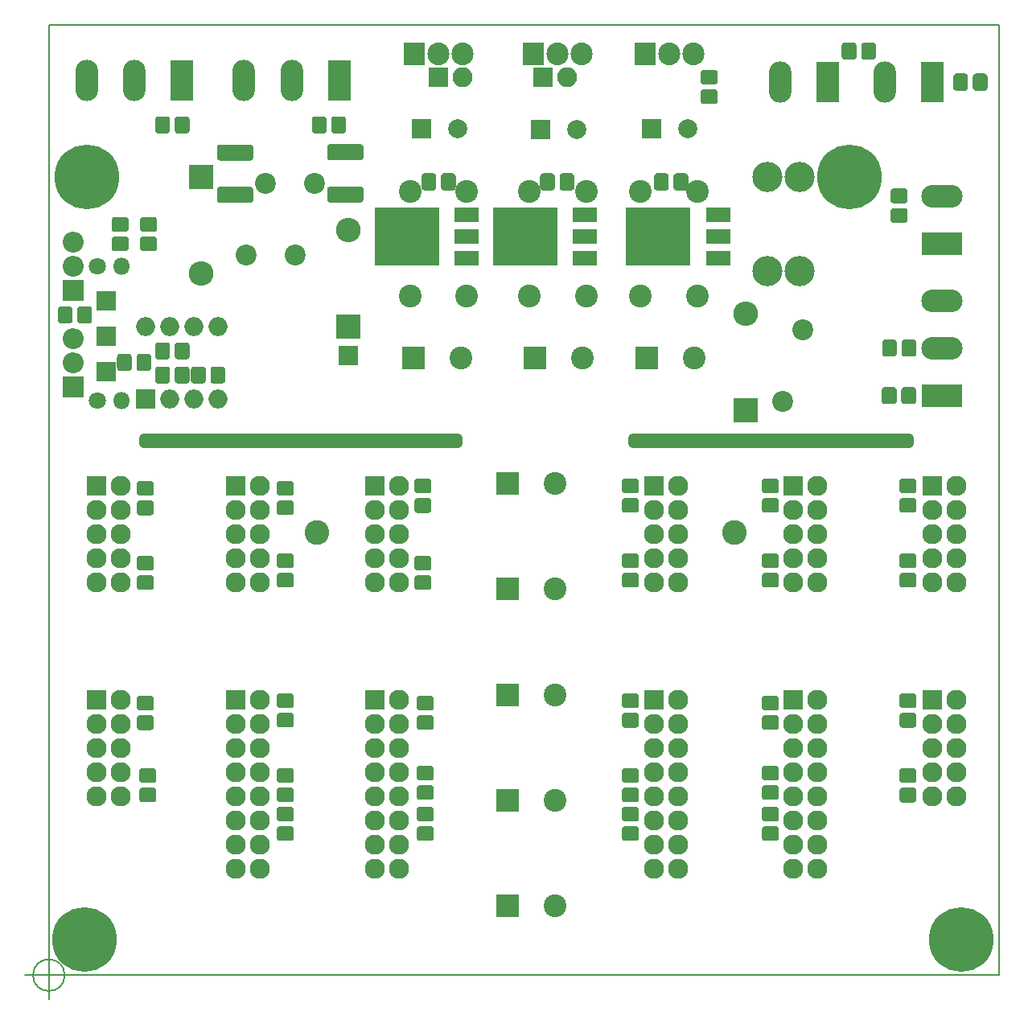
<source format=gbr>
%TF.GenerationSoftware,KiCad,Pcbnew,(5.0.0)*%
%TF.CreationDate,2019-01-15T18:54:47+01:00*%
%TF.ProjectId,KicadEuropower,4B696361644575726F706F7765722E6B,Rev B*%
%TF.SameCoordinates,Original*%
%TF.FileFunction,Soldermask,Bot*%
%TF.FilePolarity,Negative*%
%FSLAX46Y46*%
G04 Gerber Fmt 4.6, Leading zero omitted, Abs format (unit mm)*
G04 Created by KiCad (PCBNEW (5.0.0)) date 01/15/19 18:54:47*
%MOMM*%
%LPD*%
G01*
G04 APERTURE LIST*
%ADD10C,1.000000*%
%ADD11C,0.150000*%
%ADD12C,0.200000*%
%ADD13C,2.600000*%
%ADD14C,1.200000*%
%ADD15C,6.800000*%
%ADD16C,1.700000*%
%ADD17C,3.180000*%
%ADD18R,2.127200X2.127200*%
%ADD19O,2.127200X2.127200*%
%ADD20C,2.200000*%
%ADD21C,1.550000*%
%ADD22C,2.000000*%
%ADD23R,2.000000X2.000000*%
%ADD24C,2.398980*%
%ADD25O,2.380000X4.360000*%
%ADD26R,2.380000X4.360000*%
%ADD27R,4.360000X2.380000*%
%ADD28O,4.360000X2.380000*%
%ADD29R,2.305000X2.400000*%
%ADD30O,2.305000X2.400000*%
%ADD31O,2.600000X2.600000*%
%ADD32R,2.600000X2.600000*%
%ADD33C,2.400000*%
%ADD34R,2.400000X2.400000*%
%ADD35O,2.200000X2.200000*%
%ADD36R,2.200000X2.200000*%
%ADD37O,1.800000X1.800000*%
%ADD38C,1.800000*%
%ADD39O,2.000000X2.000000*%
%ADD40R,2.100000X2.100000*%
%ADD41O,2.100000X2.100000*%
%ADD42R,2.600000X1.600000*%
%ADD43R,6.800000X6.200000*%
G04 APERTURE END LIST*
D10*
X161500000Y-94000000D02*
X161500000Y-93500000D01*
X161500000Y-93500000D02*
X190500000Y-93500000D01*
X190500000Y-94000000D02*
X161500000Y-94000000D01*
X190500000Y-93500000D02*
X190500000Y-94000000D01*
X110000000Y-94000000D02*
X110000000Y-93500000D01*
X143000000Y-94000000D02*
X110000000Y-94000000D01*
X143000000Y-93500000D02*
X143000000Y-94000000D01*
X110000000Y-93500000D02*
X143000000Y-93500000D01*
D11*
X101666666Y-150000000D02*
G75*
G03X101666666Y-150000000I-1666666J0D01*
G01*
X97500000Y-150000000D02*
X102500000Y-150000000D01*
X100000000Y-147500000D02*
X100000000Y-152500000D01*
D12*
X200000000Y-50000000D02*
X100000000Y-50000000D01*
X200000000Y-150000000D02*
X200000000Y-50000000D01*
X100000000Y-150000000D02*
X200000000Y-150000000D01*
X100000000Y-50000000D02*
X100000000Y-150000000D01*
D13*
X128200000Y-103400000D03*
D14*
X185947056Y-64302944D03*
X184250000Y-63600000D03*
X182552944Y-64302944D03*
X181850000Y-66000000D03*
X182552944Y-67697056D03*
X184250000Y-68400000D03*
X185947056Y-67697056D03*
X186650000Y-66000000D03*
D15*
X184250000Y-66000000D03*
X104000000Y-66000000D03*
D14*
X106400000Y-66000000D03*
X105697056Y-67697056D03*
X104000000Y-68400000D03*
X102302944Y-67697056D03*
X101600000Y-66000000D03*
X102302944Y-64302944D03*
X104000000Y-63600000D03*
X105697056Y-64302944D03*
D15*
X196000000Y-146250000D03*
D14*
X198400000Y-146250000D03*
X197697056Y-147947056D03*
X196000000Y-148650000D03*
X194302944Y-147947056D03*
X193600000Y-146250000D03*
X194302944Y-144552944D03*
X196000000Y-143850000D03*
X197697056Y-144552944D03*
D11*
G36*
X132805121Y-66976574D02*
X132836857Y-66981282D01*
X132867978Y-66989077D01*
X132898185Y-66999886D01*
X132927187Y-67013603D01*
X132954706Y-67030096D01*
X132980475Y-67049208D01*
X133004246Y-67070754D01*
X133025792Y-67094525D01*
X133044904Y-67120294D01*
X133061397Y-67147813D01*
X133075114Y-67176815D01*
X133085923Y-67207022D01*
X133093718Y-67238143D01*
X133098426Y-67269879D01*
X133100000Y-67301923D01*
X133100000Y-68348077D01*
X133098426Y-68380121D01*
X133093718Y-68411857D01*
X133085923Y-68442978D01*
X133075114Y-68473185D01*
X133061397Y-68502187D01*
X133044904Y-68529706D01*
X133025792Y-68555475D01*
X133004246Y-68579246D01*
X132980475Y-68600792D01*
X132954706Y-68619904D01*
X132927187Y-68636397D01*
X132898185Y-68650114D01*
X132867978Y-68660923D01*
X132836857Y-68668718D01*
X132805121Y-68673426D01*
X132773077Y-68675000D01*
X129626923Y-68675000D01*
X129594879Y-68673426D01*
X129563143Y-68668718D01*
X129532022Y-68660923D01*
X129501815Y-68650114D01*
X129472813Y-68636397D01*
X129445294Y-68619904D01*
X129419525Y-68600792D01*
X129395754Y-68579246D01*
X129374208Y-68555475D01*
X129355096Y-68529706D01*
X129338603Y-68502187D01*
X129324886Y-68473185D01*
X129314077Y-68442978D01*
X129306282Y-68411857D01*
X129301574Y-68380121D01*
X129300000Y-68348077D01*
X129300000Y-67301923D01*
X129301574Y-67269879D01*
X129306282Y-67238143D01*
X129314077Y-67207022D01*
X129324886Y-67176815D01*
X129338603Y-67147813D01*
X129355096Y-67120294D01*
X129374208Y-67094525D01*
X129395754Y-67070754D01*
X129419525Y-67049208D01*
X129445294Y-67030096D01*
X129472813Y-67013603D01*
X129501815Y-66999886D01*
X129532022Y-66989077D01*
X129563143Y-66981282D01*
X129594879Y-66976574D01*
X129626923Y-66975000D01*
X132773077Y-66975000D01*
X132805121Y-66976574D01*
X132805121Y-66976574D01*
G37*
D16*
X131200000Y-67825000D03*
D11*
G36*
X132805121Y-62526574D02*
X132836857Y-62531282D01*
X132867978Y-62539077D01*
X132898185Y-62549886D01*
X132927187Y-62563603D01*
X132954706Y-62580096D01*
X132980475Y-62599208D01*
X133004246Y-62620754D01*
X133025792Y-62644525D01*
X133044904Y-62670294D01*
X133061397Y-62697813D01*
X133075114Y-62726815D01*
X133085923Y-62757022D01*
X133093718Y-62788143D01*
X133098426Y-62819879D01*
X133100000Y-62851923D01*
X133100000Y-63898077D01*
X133098426Y-63930121D01*
X133093718Y-63961857D01*
X133085923Y-63992978D01*
X133075114Y-64023185D01*
X133061397Y-64052187D01*
X133044904Y-64079706D01*
X133025792Y-64105475D01*
X133004246Y-64129246D01*
X132980475Y-64150792D01*
X132954706Y-64169904D01*
X132927187Y-64186397D01*
X132898185Y-64200114D01*
X132867978Y-64210923D01*
X132836857Y-64218718D01*
X132805121Y-64223426D01*
X132773077Y-64225000D01*
X129626923Y-64225000D01*
X129594879Y-64223426D01*
X129563143Y-64218718D01*
X129532022Y-64210923D01*
X129501815Y-64200114D01*
X129472813Y-64186397D01*
X129445294Y-64169904D01*
X129419525Y-64150792D01*
X129395754Y-64129246D01*
X129374208Y-64105475D01*
X129355096Y-64079706D01*
X129338603Y-64052187D01*
X129324886Y-64023185D01*
X129314077Y-63992978D01*
X129306282Y-63961857D01*
X129301574Y-63930121D01*
X129300000Y-63898077D01*
X129300000Y-62851923D01*
X129301574Y-62819879D01*
X129306282Y-62788143D01*
X129314077Y-62757022D01*
X129324886Y-62726815D01*
X129338603Y-62697813D01*
X129355096Y-62670294D01*
X129374208Y-62644525D01*
X129395754Y-62620754D01*
X129419525Y-62599208D01*
X129445294Y-62580096D01*
X129472813Y-62563603D01*
X129501815Y-62549886D01*
X129532022Y-62539077D01*
X129563143Y-62531282D01*
X129594879Y-62526574D01*
X129626923Y-62525000D01*
X132773077Y-62525000D01*
X132805121Y-62526574D01*
X132805121Y-62526574D01*
G37*
D16*
X131200000Y-63375000D03*
D17*
X179000000Y-66000000D03*
X175600000Y-66000000D03*
X179000000Y-75920000D03*
X175600000Y-75920000D03*
D18*
X178333330Y-98535001D03*
D19*
X180873330Y-98535001D03*
X178333330Y-101075001D03*
X180873330Y-101075001D03*
X178333330Y-103615001D03*
X180873330Y-103615001D03*
X178333330Y-106155001D03*
X180873330Y-106155001D03*
X178333330Y-108695001D03*
X180873330Y-108695001D03*
D18*
X163666664Y-121000000D03*
D19*
X166206664Y-121000000D03*
X163666664Y-123540000D03*
X166206664Y-123540000D03*
X163666664Y-126080000D03*
X166206664Y-126080000D03*
X163666664Y-128620000D03*
X166206664Y-128620000D03*
X163666664Y-131160000D03*
X166206664Y-131160000D03*
X163666664Y-133700000D03*
X166206664Y-133700000D03*
X163666664Y-136240000D03*
X166206664Y-136240000D03*
X163666664Y-138780000D03*
X166206664Y-138780000D03*
X195540000Y-108695001D03*
X193000000Y-108695001D03*
X195540000Y-106155001D03*
X193000000Y-106155001D03*
X195540000Y-103615001D03*
X193000000Y-103615001D03*
X195540000Y-101075001D03*
X193000000Y-101075001D03*
X195540000Y-98535001D03*
D18*
X193000000Y-98535001D03*
D19*
X122206666Y-138780000D03*
X119666666Y-138780000D03*
X122206666Y-136240000D03*
X119666666Y-136240000D03*
X122206666Y-133700000D03*
X119666666Y-133700000D03*
X122206666Y-131160000D03*
X119666666Y-131160000D03*
X122206666Y-128620000D03*
X119666666Y-128620000D03*
X122206666Y-126080000D03*
X119666666Y-126080000D03*
X122206666Y-123540000D03*
X119666666Y-123540000D03*
X122206666Y-121000000D03*
D18*
X119666666Y-121000000D03*
X193000000Y-121000000D03*
D19*
X195540000Y-121000000D03*
X193000000Y-123540000D03*
X195540000Y-123540000D03*
X193000000Y-126080000D03*
X195540000Y-126080000D03*
X193000000Y-128620000D03*
X195540000Y-128620000D03*
X193000000Y-131160000D03*
X195540000Y-131160000D03*
D18*
X134333332Y-121000000D03*
D19*
X136873332Y-121000000D03*
X134333332Y-123540000D03*
X136873332Y-123540000D03*
X134333332Y-126080000D03*
X136873332Y-126080000D03*
X134333332Y-128620000D03*
X136873332Y-128620000D03*
X134333332Y-131160000D03*
X136873332Y-131160000D03*
X134333332Y-133700000D03*
X136873332Y-133700000D03*
X134333332Y-136240000D03*
X136873332Y-136240000D03*
X134333332Y-138780000D03*
X136873332Y-138780000D03*
X107540000Y-108695001D03*
X105000000Y-108695001D03*
X107540000Y-106155001D03*
X105000000Y-106155001D03*
X107540000Y-103615001D03*
X105000000Y-103615001D03*
X107540000Y-101075001D03*
X105000000Y-101075001D03*
X107540000Y-98535001D03*
D18*
X105000000Y-98535001D03*
D19*
X180873330Y-138780000D03*
X178333330Y-138780000D03*
X180873330Y-136240000D03*
X178333330Y-136240000D03*
X180873330Y-133700000D03*
X178333330Y-133700000D03*
X180873330Y-131160000D03*
X178333330Y-131160000D03*
X180873330Y-128620000D03*
X178333330Y-128620000D03*
X180873330Y-126080000D03*
X178333330Y-126080000D03*
X180873330Y-123540000D03*
X178333330Y-123540000D03*
X180873330Y-121000000D03*
D18*
X178333330Y-121000000D03*
D19*
X166206664Y-108695001D03*
X163666664Y-108695001D03*
X166206664Y-106155001D03*
X163666664Y-106155001D03*
X166206664Y-103615001D03*
X163666664Y-103615001D03*
X166206664Y-101075001D03*
X163666664Y-101075001D03*
X166206664Y-98535001D03*
D18*
X163666664Y-98535001D03*
X119666666Y-98535001D03*
D19*
X122206666Y-98535001D03*
X119666666Y-101075001D03*
X122206666Y-101075001D03*
X119666666Y-103615001D03*
X122206666Y-103615001D03*
X119666666Y-106155001D03*
X122206666Y-106155001D03*
X119666666Y-108695001D03*
X122206666Y-108695001D03*
X107540000Y-131160000D03*
X105000000Y-131160000D03*
X107540000Y-128620000D03*
X105000000Y-128620000D03*
X107540000Y-126080000D03*
X105000000Y-126080000D03*
X107540000Y-123540000D03*
X105000000Y-123540000D03*
X107540000Y-121000000D03*
D18*
X105000000Y-121000000D03*
X134290000Y-98535001D03*
D19*
X136830000Y-98535001D03*
X134290000Y-101075001D03*
X136830000Y-101075001D03*
X134290000Y-103615001D03*
X136830000Y-103615001D03*
X134290000Y-106155001D03*
X136830000Y-106155001D03*
X134290000Y-108695001D03*
X136830000Y-108695001D03*
D20*
X179324696Y-82089161D03*
X177274696Y-89589161D03*
D11*
G36*
X154996071Y-65601623D02*
X155028781Y-65606475D01*
X155060857Y-65614509D01*
X155091991Y-65625649D01*
X155121884Y-65639787D01*
X155150247Y-65656787D01*
X155176807Y-65676485D01*
X155201308Y-65698692D01*
X155223515Y-65723193D01*
X155243213Y-65749753D01*
X155260213Y-65778116D01*
X155274351Y-65808009D01*
X155285491Y-65839143D01*
X155293525Y-65871219D01*
X155298377Y-65903929D01*
X155300000Y-65936956D01*
X155300000Y-67063044D01*
X155298377Y-67096071D01*
X155293525Y-67128781D01*
X155285491Y-67160857D01*
X155274351Y-67191991D01*
X155260213Y-67221884D01*
X155243213Y-67250247D01*
X155223515Y-67276807D01*
X155201308Y-67301308D01*
X155176807Y-67323515D01*
X155150247Y-67343213D01*
X155121884Y-67360213D01*
X155091991Y-67374351D01*
X155060857Y-67385491D01*
X155028781Y-67393525D01*
X154996071Y-67398377D01*
X154963044Y-67400000D01*
X154086956Y-67400000D01*
X154053929Y-67398377D01*
X154021219Y-67393525D01*
X153989143Y-67385491D01*
X153958009Y-67374351D01*
X153928116Y-67360213D01*
X153899753Y-67343213D01*
X153873193Y-67323515D01*
X153848692Y-67301308D01*
X153826485Y-67276807D01*
X153806787Y-67250247D01*
X153789787Y-67221884D01*
X153775649Y-67191991D01*
X153764509Y-67160857D01*
X153756475Y-67128781D01*
X153751623Y-67096071D01*
X153750000Y-67063044D01*
X153750000Y-65936956D01*
X153751623Y-65903929D01*
X153756475Y-65871219D01*
X153764509Y-65839143D01*
X153775649Y-65808009D01*
X153789787Y-65778116D01*
X153806787Y-65749753D01*
X153826485Y-65723193D01*
X153848692Y-65698692D01*
X153873193Y-65676485D01*
X153899753Y-65656787D01*
X153928116Y-65639787D01*
X153958009Y-65625649D01*
X153989143Y-65614509D01*
X154021219Y-65606475D01*
X154053929Y-65601623D01*
X154086956Y-65600000D01*
X154963044Y-65600000D01*
X154996071Y-65601623D01*
X154996071Y-65601623D01*
G37*
D21*
X154525000Y-66500000D03*
D11*
G36*
X152946071Y-65601623D02*
X152978781Y-65606475D01*
X153010857Y-65614509D01*
X153041991Y-65625649D01*
X153071884Y-65639787D01*
X153100247Y-65656787D01*
X153126807Y-65676485D01*
X153151308Y-65698692D01*
X153173515Y-65723193D01*
X153193213Y-65749753D01*
X153210213Y-65778116D01*
X153224351Y-65808009D01*
X153235491Y-65839143D01*
X153243525Y-65871219D01*
X153248377Y-65903929D01*
X153250000Y-65936956D01*
X153250000Y-67063044D01*
X153248377Y-67096071D01*
X153243525Y-67128781D01*
X153235491Y-67160857D01*
X153224351Y-67191991D01*
X153210213Y-67221884D01*
X153193213Y-67250247D01*
X153173515Y-67276807D01*
X153151308Y-67301308D01*
X153126807Y-67323515D01*
X153100247Y-67343213D01*
X153071884Y-67360213D01*
X153041991Y-67374351D01*
X153010857Y-67385491D01*
X152978781Y-67393525D01*
X152946071Y-67398377D01*
X152913044Y-67400000D01*
X152036956Y-67400000D01*
X152003929Y-67398377D01*
X151971219Y-67393525D01*
X151939143Y-67385491D01*
X151908009Y-67374351D01*
X151878116Y-67360213D01*
X151849753Y-67343213D01*
X151823193Y-67323515D01*
X151798692Y-67301308D01*
X151776485Y-67276807D01*
X151756787Y-67250247D01*
X151739787Y-67221884D01*
X151725649Y-67191991D01*
X151714509Y-67160857D01*
X151706475Y-67128781D01*
X151701623Y-67096071D01*
X151700000Y-67063044D01*
X151700000Y-65936956D01*
X151701623Y-65903929D01*
X151706475Y-65871219D01*
X151714509Y-65839143D01*
X151725649Y-65808009D01*
X151739787Y-65778116D01*
X151756787Y-65749753D01*
X151776485Y-65723193D01*
X151798692Y-65698692D01*
X151823193Y-65676485D01*
X151849753Y-65656787D01*
X151878116Y-65639787D01*
X151908009Y-65625649D01*
X151939143Y-65614509D01*
X151971219Y-65606475D01*
X152003929Y-65601623D01*
X152036956Y-65600000D01*
X152913044Y-65600000D01*
X152946071Y-65601623D01*
X152946071Y-65601623D01*
G37*
D21*
X152475000Y-66500000D03*
D11*
G36*
X166996071Y-65601623D02*
X167028781Y-65606475D01*
X167060857Y-65614509D01*
X167091991Y-65625649D01*
X167121884Y-65639787D01*
X167150247Y-65656787D01*
X167176807Y-65676485D01*
X167201308Y-65698692D01*
X167223515Y-65723193D01*
X167243213Y-65749753D01*
X167260213Y-65778116D01*
X167274351Y-65808009D01*
X167285491Y-65839143D01*
X167293525Y-65871219D01*
X167298377Y-65903929D01*
X167300000Y-65936956D01*
X167300000Y-67063044D01*
X167298377Y-67096071D01*
X167293525Y-67128781D01*
X167285491Y-67160857D01*
X167274351Y-67191991D01*
X167260213Y-67221884D01*
X167243213Y-67250247D01*
X167223515Y-67276807D01*
X167201308Y-67301308D01*
X167176807Y-67323515D01*
X167150247Y-67343213D01*
X167121884Y-67360213D01*
X167091991Y-67374351D01*
X167060857Y-67385491D01*
X167028781Y-67393525D01*
X166996071Y-67398377D01*
X166963044Y-67400000D01*
X166086956Y-67400000D01*
X166053929Y-67398377D01*
X166021219Y-67393525D01*
X165989143Y-67385491D01*
X165958009Y-67374351D01*
X165928116Y-67360213D01*
X165899753Y-67343213D01*
X165873193Y-67323515D01*
X165848692Y-67301308D01*
X165826485Y-67276807D01*
X165806787Y-67250247D01*
X165789787Y-67221884D01*
X165775649Y-67191991D01*
X165764509Y-67160857D01*
X165756475Y-67128781D01*
X165751623Y-67096071D01*
X165750000Y-67063044D01*
X165750000Y-65936956D01*
X165751623Y-65903929D01*
X165756475Y-65871219D01*
X165764509Y-65839143D01*
X165775649Y-65808009D01*
X165789787Y-65778116D01*
X165806787Y-65749753D01*
X165826485Y-65723193D01*
X165848692Y-65698692D01*
X165873193Y-65676485D01*
X165899753Y-65656787D01*
X165928116Y-65639787D01*
X165958009Y-65625649D01*
X165989143Y-65614509D01*
X166021219Y-65606475D01*
X166053929Y-65601623D01*
X166086956Y-65600000D01*
X166963044Y-65600000D01*
X166996071Y-65601623D01*
X166996071Y-65601623D01*
G37*
D21*
X166525000Y-66500000D03*
D11*
G36*
X164946071Y-65601623D02*
X164978781Y-65606475D01*
X165010857Y-65614509D01*
X165041991Y-65625649D01*
X165071884Y-65639787D01*
X165100247Y-65656787D01*
X165126807Y-65676485D01*
X165151308Y-65698692D01*
X165173515Y-65723193D01*
X165193213Y-65749753D01*
X165210213Y-65778116D01*
X165224351Y-65808009D01*
X165235491Y-65839143D01*
X165243525Y-65871219D01*
X165248377Y-65903929D01*
X165250000Y-65936956D01*
X165250000Y-67063044D01*
X165248377Y-67096071D01*
X165243525Y-67128781D01*
X165235491Y-67160857D01*
X165224351Y-67191991D01*
X165210213Y-67221884D01*
X165193213Y-67250247D01*
X165173515Y-67276807D01*
X165151308Y-67301308D01*
X165126807Y-67323515D01*
X165100247Y-67343213D01*
X165071884Y-67360213D01*
X165041991Y-67374351D01*
X165010857Y-67385491D01*
X164978781Y-67393525D01*
X164946071Y-67398377D01*
X164913044Y-67400000D01*
X164036956Y-67400000D01*
X164003929Y-67398377D01*
X163971219Y-67393525D01*
X163939143Y-67385491D01*
X163908009Y-67374351D01*
X163878116Y-67360213D01*
X163849753Y-67343213D01*
X163823193Y-67323515D01*
X163798692Y-67301308D01*
X163776485Y-67276807D01*
X163756787Y-67250247D01*
X163739787Y-67221884D01*
X163725649Y-67191991D01*
X163714509Y-67160857D01*
X163706475Y-67128781D01*
X163701623Y-67096071D01*
X163700000Y-67063044D01*
X163700000Y-65936956D01*
X163701623Y-65903929D01*
X163706475Y-65871219D01*
X163714509Y-65839143D01*
X163725649Y-65808009D01*
X163739787Y-65778116D01*
X163756787Y-65749753D01*
X163776485Y-65723193D01*
X163798692Y-65698692D01*
X163823193Y-65676485D01*
X163849753Y-65656787D01*
X163878116Y-65639787D01*
X163908009Y-65625649D01*
X163939143Y-65614509D01*
X163971219Y-65606475D01*
X164003929Y-65601623D01*
X164036956Y-65600000D01*
X164913044Y-65600000D01*
X164946071Y-65601623D01*
X164946071Y-65601623D01*
G37*
D21*
X164475000Y-66500000D03*
D22*
X155537349Y-61000000D03*
D23*
X151737349Y-61000000D03*
X163467349Y-60890000D03*
D22*
X167267349Y-60890000D03*
D23*
X139197349Y-60890000D03*
D22*
X142997349Y-60890000D03*
D11*
G36*
X142521071Y-65601623D02*
X142553781Y-65606475D01*
X142585857Y-65614509D01*
X142616991Y-65625649D01*
X142646884Y-65639787D01*
X142675247Y-65656787D01*
X142701807Y-65676485D01*
X142726308Y-65698692D01*
X142748515Y-65723193D01*
X142768213Y-65749753D01*
X142785213Y-65778116D01*
X142799351Y-65808009D01*
X142810491Y-65839143D01*
X142818525Y-65871219D01*
X142823377Y-65903929D01*
X142825000Y-65936956D01*
X142825000Y-67063044D01*
X142823377Y-67096071D01*
X142818525Y-67128781D01*
X142810491Y-67160857D01*
X142799351Y-67191991D01*
X142785213Y-67221884D01*
X142768213Y-67250247D01*
X142748515Y-67276807D01*
X142726308Y-67301308D01*
X142701807Y-67323515D01*
X142675247Y-67343213D01*
X142646884Y-67360213D01*
X142616991Y-67374351D01*
X142585857Y-67385491D01*
X142553781Y-67393525D01*
X142521071Y-67398377D01*
X142488044Y-67400000D01*
X141611956Y-67400000D01*
X141578929Y-67398377D01*
X141546219Y-67393525D01*
X141514143Y-67385491D01*
X141483009Y-67374351D01*
X141453116Y-67360213D01*
X141424753Y-67343213D01*
X141398193Y-67323515D01*
X141373692Y-67301308D01*
X141351485Y-67276807D01*
X141331787Y-67250247D01*
X141314787Y-67221884D01*
X141300649Y-67191991D01*
X141289509Y-67160857D01*
X141281475Y-67128781D01*
X141276623Y-67096071D01*
X141275000Y-67063044D01*
X141275000Y-65936956D01*
X141276623Y-65903929D01*
X141281475Y-65871219D01*
X141289509Y-65839143D01*
X141300649Y-65808009D01*
X141314787Y-65778116D01*
X141331787Y-65749753D01*
X141351485Y-65723193D01*
X141373692Y-65698692D01*
X141398193Y-65676485D01*
X141424753Y-65656787D01*
X141453116Y-65639787D01*
X141483009Y-65625649D01*
X141514143Y-65614509D01*
X141546219Y-65606475D01*
X141578929Y-65601623D01*
X141611956Y-65600000D01*
X142488044Y-65600000D01*
X142521071Y-65601623D01*
X142521071Y-65601623D01*
G37*
D21*
X142050000Y-66500000D03*
D11*
G36*
X140471071Y-65601623D02*
X140503781Y-65606475D01*
X140535857Y-65614509D01*
X140566991Y-65625649D01*
X140596884Y-65639787D01*
X140625247Y-65656787D01*
X140651807Y-65676485D01*
X140676308Y-65698692D01*
X140698515Y-65723193D01*
X140718213Y-65749753D01*
X140735213Y-65778116D01*
X140749351Y-65808009D01*
X140760491Y-65839143D01*
X140768525Y-65871219D01*
X140773377Y-65903929D01*
X140775000Y-65936956D01*
X140775000Y-67063044D01*
X140773377Y-67096071D01*
X140768525Y-67128781D01*
X140760491Y-67160857D01*
X140749351Y-67191991D01*
X140735213Y-67221884D01*
X140718213Y-67250247D01*
X140698515Y-67276807D01*
X140676308Y-67301308D01*
X140651807Y-67323515D01*
X140625247Y-67343213D01*
X140596884Y-67360213D01*
X140566991Y-67374351D01*
X140535857Y-67385491D01*
X140503781Y-67393525D01*
X140471071Y-67398377D01*
X140438044Y-67400000D01*
X139561956Y-67400000D01*
X139528929Y-67398377D01*
X139496219Y-67393525D01*
X139464143Y-67385491D01*
X139433009Y-67374351D01*
X139403116Y-67360213D01*
X139374753Y-67343213D01*
X139348193Y-67323515D01*
X139323692Y-67301308D01*
X139301485Y-67276807D01*
X139281787Y-67250247D01*
X139264787Y-67221884D01*
X139250649Y-67191991D01*
X139239509Y-67160857D01*
X139231475Y-67128781D01*
X139226623Y-67096071D01*
X139225000Y-67063044D01*
X139225000Y-65936956D01*
X139226623Y-65903929D01*
X139231475Y-65871219D01*
X139239509Y-65839143D01*
X139250649Y-65808009D01*
X139264787Y-65778116D01*
X139281787Y-65749753D01*
X139301485Y-65723193D01*
X139323692Y-65698692D01*
X139348193Y-65676485D01*
X139374753Y-65656787D01*
X139403116Y-65639787D01*
X139433009Y-65625649D01*
X139464143Y-65614509D01*
X139496219Y-65606475D01*
X139528929Y-65601623D01*
X139561956Y-65600000D01*
X140438044Y-65600000D01*
X140471071Y-65601623D01*
X140471071Y-65601623D01*
G37*
D21*
X140000000Y-66500000D03*
D11*
G36*
X125488071Y-122387623D02*
X125520781Y-122392475D01*
X125552857Y-122400509D01*
X125583991Y-122411649D01*
X125613884Y-122425787D01*
X125642247Y-122442787D01*
X125668807Y-122462485D01*
X125693308Y-122484692D01*
X125715515Y-122509193D01*
X125735213Y-122535753D01*
X125752213Y-122564116D01*
X125766351Y-122594009D01*
X125777491Y-122625143D01*
X125785525Y-122657219D01*
X125790377Y-122689929D01*
X125792000Y-122722956D01*
X125792000Y-123599044D01*
X125790377Y-123632071D01*
X125785525Y-123664781D01*
X125777491Y-123696857D01*
X125766351Y-123727991D01*
X125752213Y-123757884D01*
X125735213Y-123786247D01*
X125715515Y-123812807D01*
X125693308Y-123837308D01*
X125668807Y-123859515D01*
X125642247Y-123879213D01*
X125613884Y-123896213D01*
X125583991Y-123910351D01*
X125552857Y-123921491D01*
X125520781Y-123929525D01*
X125488071Y-123934377D01*
X125455044Y-123936000D01*
X124328956Y-123936000D01*
X124295929Y-123934377D01*
X124263219Y-123929525D01*
X124231143Y-123921491D01*
X124200009Y-123910351D01*
X124170116Y-123896213D01*
X124141753Y-123879213D01*
X124115193Y-123859515D01*
X124090692Y-123837308D01*
X124068485Y-123812807D01*
X124048787Y-123786247D01*
X124031787Y-123757884D01*
X124017649Y-123727991D01*
X124006509Y-123696857D01*
X123998475Y-123664781D01*
X123993623Y-123632071D01*
X123992000Y-123599044D01*
X123992000Y-122722956D01*
X123993623Y-122689929D01*
X123998475Y-122657219D01*
X124006509Y-122625143D01*
X124017649Y-122594009D01*
X124031787Y-122564116D01*
X124048787Y-122535753D01*
X124068485Y-122509193D01*
X124090692Y-122484692D01*
X124115193Y-122462485D01*
X124141753Y-122442787D01*
X124170116Y-122425787D01*
X124200009Y-122411649D01*
X124231143Y-122400509D01*
X124263219Y-122392475D01*
X124295929Y-122387623D01*
X124328956Y-122386000D01*
X125455044Y-122386000D01*
X125488071Y-122387623D01*
X125488071Y-122387623D01*
G37*
D21*
X124892000Y-123161000D03*
D11*
G36*
X125488071Y-120337623D02*
X125520781Y-120342475D01*
X125552857Y-120350509D01*
X125583991Y-120361649D01*
X125613884Y-120375787D01*
X125642247Y-120392787D01*
X125668807Y-120412485D01*
X125693308Y-120434692D01*
X125715515Y-120459193D01*
X125735213Y-120485753D01*
X125752213Y-120514116D01*
X125766351Y-120544009D01*
X125777491Y-120575143D01*
X125785525Y-120607219D01*
X125790377Y-120639929D01*
X125792000Y-120672956D01*
X125792000Y-121549044D01*
X125790377Y-121582071D01*
X125785525Y-121614781D01*
X125777491Y-121646857D01*
X125766351Y-121677991D01*
X125752213Y-121707884D01*
X125735213Y-121736247D01*
X125715515Y-121762807D01*
X125693308Y-121787308D01*
X125668807Y-121809515D01*
X125642247Y-121829213D01*
X125613884Y-121846213D01*
X125583991Y-121860351D01*
X125552857Y-121871491D01*
X125520781Y-121879525D01*
X125488071Y-121884377D01*
X125455044Y-121886000D01*
X124328956Y-121886000D01*
X124295929Y-121884377D01*
X124263219Y-121879525D01*
X124231143Y-121871491D01*
X124200009Y-121860351D01*
X124170116Y-121846213D01*
X124141753Y-121829213D01*
X124115193Y-121809515D01*
X124090692Y-121787308D01*
X124068485Y-121762807D01*
X124048787Y-121736247D01*
X124031787Y-121707884D01*
X124017649Y-121677991D01*
X124006509Y-121646857D01*
X123998475Y-121614781D01*
X123993623Y-121582071D01*
X123992000Y-121549044D01*
X123992000Y-120672956D01*
X123993623Y-120639929D01*
X123998475Y-120607219D01*
X124006509Y-120575143D01*
X124017649Y-120544009D01*
X124031787Y-120514116D01*
X124048787Y-120485753D01*
X124068485Y-120459193D01*
X124090692Y-120434692D01*
X124115193Y-120412485D01*
X124141753Y-120392787D01*
X124170116Y-120375787D01*
X124200009Y-120361649D01*
X124231143Y-120350509D01*
X124263219Y-120342475D01*
X124295929Y-120337623D01*
X124328956Y-120336000D01*
X125455044Y-120336000D01*
X125488071Y-120337623D01*
X125488071Y-120337623D01*
G37*
D21*
X124892000Y-121111000D03*
D11*
G36*
X176542071Y-122641623D02*
X176574781Y-122646475D01*
X176606857Y-122654509D01*
X176637991Y-122665649D01*
X176667884Y-122679787D01*
X176696247Y-122696787D01*
X176722807Y-122716485D01*
X176747308Y-122738692D01*
X176769515Y-122763193D01*
X176789213Y-122789753D01*
X176806213Y-122818116D01*
X176820351Y-122848009D01*
X176831491Y-122879143D01*
X176839525Y-122911219D01*
X176844377Y-122943929D01*
X176846000Y-122976956D01*
X176846000Y-123853044D01*
X176844377Y-123886071D01*
X176839525Y-123918781D01*
X176831491Y-123950857D01*
X176820351Y-123981991D01*
X176806213Y-124011884D01*
X176789213Y-124040247D01*
X176769515Y-124066807D01*
X176747308Y-124091308D01*
X176722807Y-124113515D01*
X176696247Y-124133213D01*
X176667884Y-124150213D01*
X176637991Y-124164351D01*
X176606857Y-124175491D01*
X176574781Y-124183525D01*
X176542071Y-124188377D01*
X176509044Y-124190000D01*
X175382956Y-124190000D01*
X175349929Y-124188377D01*
X175317219Y-124183525D01*
X175285143Y-124175491D01*
X175254009Y-124164351D01*
X175224116Y-124150213D01*
X175195753Y-124133213D01*
X175169193Y-124113515D01*
X175144692Y-124091308D01*
X175122485Y-124066807D01*
X175102787Y-124040247D01*
X175085787Y-124011884D01*
X175071649Y-123981991D01*
X175060509Y-123950857D01*
X175052475Y-123918781D01*
X175047623Y-123886071D01*
X175046000Y-123853044D01*
X175046000Y-122976956D01*
X175047623Y-122943929D01*
X175052475Y-122911219D01*
X175060509Y-122879143D01*
X175071649Y-122848009D01*
X175085787Y-122818116D01*
X175102787Y-122789753D01*
X175122485Y-122763193D01*
X175144692Y-122738692D01*
X175169193Y-122716485D01*
X175195753Y-122696787D01*
X175224116Y-122679787D01*
X175254009Y-122665649D01*
X175285143Y-122654509D01*
X175317219Y-122646475D01*
X175349929Y-122641623D01*
X175382956Y-122640000D01*
X176509044Y-122640000D01*
X176542071Y-122641623D01*
X176542071Y-122641623D01*
G37*
D21*
X175946000Y-123415000D03*
D11*
G36*
X176542071Y-120591623D02*
X176574781Y-120596475D01*
X176606857Y-120604509D01*
X176637991Y-120615649D01*
X176667884Y-120629787D01*
X176696247Y-120646787D01*
X176722807Y-120666485D01*
X176747308Y-120688692D01*
X176769515Y-120713193D01*
X176789213Y-120739753D01*
X176806213Y-120768116D01*
X176820351Y-120798009D01*
X176831491Y-120829143D01*
X176839525Y-120861219D01*
X176844377Y-120893929D01*
X176846000Y-120926956D01*
X176846000Y-121803044D01*
X176844377Y-121836071D01*
X176839525Y-121868781D01*
X176831491Y-121900857D01*
X176820351Y-121931991D01*
X176806213Y-121961884D01*
X176789213Y-121990247D01*
X176769515Y-122016807D01*
X176747308Y-122041308D01*
X176722807Y-122063515D01*
X176696247Y-122083213D01*
X176667884Y-122100213D01*
X176637991Y-122114351D01*
X176606857Y-122125491D01*
X176574781Y-122133525D01*
X176542071Y-122138377D01*
X176509044Y-122140000D01*
X175382956Y-122140000D01*
X175349929Y-122138377D01*
X175317219Y-122133525D01*
X175285143Y-122125491D01*
X175254009Y-122114351D01*
X175224116Y-122100213D01*
X175195753Y-122083213D01*
X175169193Y-122063515D01*
X175144692Y-122041308D01*
X175122485Y-122016807D01*
X175102787Y-121990247D01*
X175085787Y-121961884D01*
X175071649Y-121931991D01*
X175060509Y-121900857D01*
X175052475Y-121868781D01*
X175047623Y-121836071D01*
X175046000Y-121803044D01*
X175046000Y-120926956D01*
X175047623Y-120893929D01*
X175052475Y-120861219D01*
X175060509Y-120829143D01*
X175071649Y-120798009D01*
X175085787Y-120768116D01*
X175102787Y-120739753D01*
X175122485Y-120713193D01*
X175144692Y-120688692D01*
X175169193Y-120666485D01*
X175195753Y-120646787D01*
X175224116Y-120629787D01*
X175254009Y-120615649D01*
X175285143Y-120604509D01*
X175317219Y-120596475D01*
X175349929Y-120591623D01*
X175382956Y-120590000D01*
X176509044Y-120590000D01*
X176542071Y-120591623D01*
X176542071Y-120591623D01*
G37*
D21*
X175946000Y-121365000D03*
D11*
G36*
X176542071Y-99781623D02*
X176574781Y-99786475D01*
X176606857Y-99794509D01*
X176637991Y-99805649D01*
X176667884Y-99819787D01*
X176696247Y-99836787D01*
X176722807Y-99856485D01*
X176747308Y-99878692D01*
X176769515Y-99903193D01*
X176789213Y-99929753D01*
X176806213Y-99958116D01*
X176820351Y-99988009D01*
X176831491Y-100019143D01*
X176839525Y-100051219D01*
X176844377Y-100083929D01*
X176846000Y-100116956D01*
X176846000Y-100993044D01*
X176844377Y-101026071D01*
X176839525Y-101058781D01*
X176831491Y-101090857D01*
X176820351Y-101121991D01*
X176806213Y-101151884D01*
X176789213Y-101180247D01*
X176769515Y-101206807D01*
X176747308Y-101231308D01*
X176722807Y-101253515D01*
X176696247Y-101273213D01*
X176667884Y-101290213D01*
X176637991Y-101304351D01*
X176606857Y-101315491D01*
X176574781Y-101323525D01*
X176542071Y-101328377D01*
X176509044Y-101330000D01*
X175382956Y-101330000D01*
X175349929Y-101328377D01*
X175317219Y-101323525D01*
X175285143Y-101315491D01*
X175254009Y-101304351D01*
X175224116Y-101290213D01*
X175195753Y-101273213D01*
X175169193Y-101253515D01*
X175144692Y-101231308D01*
X175122485Y-101206807D01*
X175102787Y-101180247D01*
X175085787Y-101151884D01*
X175071649Y-101121991D01*
X175060509Y-101090857D01*
X175052475Y-101058781D01*
X175047623Y-101026071D01*
X175046000Y-100993044D01*
X175046000Y-100116956D01*
X175047623Y-100083929D01*
X175052475Y-100051219D01*
X175060509Y-100019143D01*
X175071649Y-99988009D01*
X175085787Y-99958116D01*
X175102787Y-99929753D01*
X175122485Y-99903193D01*
X175144692Y-99878692D01*
X175169193Y-99856485D01*
X175195753Y-99836787D01*
X175224116Y-99819787D01*
X175254009Y-99805649D01*
X175285143Y-99794509D01*
X175317219Y-99786475D01*
X175349929Y-99781623D01*
X175382956Y-99780000D01*
X176509044Y-99780000D01*
X176542071Y-99781623D01*
X176542071Y-99781623D01*
G37*
D21*
X175946000Y-100555000D03*
D11*
G36*
X176542071Y-97731623D02*
X176574781Y-97736475D01*
X176606857Y-97744509D01*
X176637991Y-97755649D01*
X176667884Y-97769787D01*
X176696247Y-97786787D01*
X176722807Y-97806485D01*
X176747308Y-97828692D01*
X176769515Y-97853193D01*
X176789213Y-97879753D01*
X176806213Y-97908116D01*
X176820351Y-97938009D01*
X176831491Y-97969143D01*
X176839525Y-98001219D01*
X176844377Y-98033929D01*
X176846000Y-98066956D01*
X176846000Y-98943044D01*
X176844377Y-98976071D01*
X176839525Y-99008781D01*
X176831491Y-99040857D01*
X176820351Y-99071991D01*
X176806213Y-99101884D01*
X176789213Y-99130247D01*
X176769515Y-99156807D01*
X176747308Y-99181308D01*
X176722807Y-99203515D01*
X176696247Y-99223213D01*
X176667884Y-99240213D01*
X176637991Y-99254351D01*
X176606857Y-99265491D01*
X176574781Y-99273525D01*
X176542071Y-99278377D01*
X176509044Y-99280000D01*
X175382956Y-99280000D01*
X175349929Y-99278377D01*
X175317219Y-99273525D01*
X175285143Y-99265491D01*
X175254009Y-99254351D01*
X175224116Y-99240213D01*
X175195753Y-99223213D01*
X175169193Y-99203515D01*
X175144692Y-99181308D01*
X175122485Y-99156807D01*
X175102787Y-99130247D01*
X175085787Y-99101884D01*
X175071649Y-99071991D01*
X175060509Y-99040857D01*
X175052475Y-99008781D01*
X175047623Y-98976071D01*
X175046000Y-98943044D01*
X175046000Y-98066956D01*
X175047623Y-98033929D01*
X175052475Y-98001219D01*
X175060509Y-97969143D01*
X175071649Y-97938009D01*
X175085787Y-97908116D01*
X175102787Y-97879753D01*
X175122485Y-97853193D01*
X175144692Y-97828692D01*
X175169193Y-97806485D01*
X175195753Y-97786787D01*
X175224116Y-97769787D01*
X175254009Y-97755649D01*
X175285143Y-97744509D01*
X175317219Y-97736475D01*
X175349929Y-97731623D01*
X175382956Y-97730000D01*
X176509044Y-97730000D01*
X176542071Y-97731623D01*
X176542071Y-97731623D01*
G37*
D21*
X175946000Y-98505000D03*
D11*
G36*
X161810071Y-99781623D02*
X161842781Y-99786475D01*
X161874857Y-99794509D01*
X161905991Y-99805649D01*
X161935884Y-99819787D01*
X161964247Y-99836787D01*
X161990807Y-99856485D01*
X162015308Y-99878692D01*
X162037515Y-99903193D01*
X162057213Y-99929753D01*
X162074213Y-99958116D01*
X162088351Y-99988009D01*
X162099491Y-100019143D01*
X162107525Y-100051219D01*
X162112377Y-100083929D01*
X162114000Y-100116956D01*
X162114000Y-100993044D01*
X162112377Y-101026071D01*
X162107525Y-101058781D01*
X162099491Y-101090857D01*
X162088351Y-101121991D01*
X162074213Y-101151884D01*
X162057213Y-101180247D01*
X162037515Y-101206807D01*
X162015308Y-101231308D01*
X161990807Y-101253515D01*
X161964247Y-101273213D01*
X161935884Y-101290213D01*
X161905991Y-101304351D01*
X161874857Y-101315491D01*
X161842781Y-101323525D01*
X161810071Y-101328377D01*
X161777044Y-101330000D01*
X160650956Y-101330000D01*
X160617929Y-101328377D01*
X160585219Y-101323525D01*
X160553143Y-101315491D01*
X160522009Y-101304351D01*
X160492116Y-101290213D01*
X160463753Y-101273213D01*
X160437193Y-101253515D01*
X160412692Y-101231308D01*
X160390485Y-101206807D01*
X160370787Y-101180247D01*
X160353787Y-101151884D01*
X160339649Y-101121991D01*
X160328509Y-101090857D01*
X160320475Y-101058781D01*
X160315623Y-101026071D01*
X160314000Y-100993044D01*
X160314000Y-100116956D01*
X160315623Y-100083929D01*
X160320475Y-100051219D01*
X160328509Y-100019143D01*
X160339649Y-99988009D01*
X160353787Y-99958116D01*
X160370787Y-99929753D01*
X160390485Y-99903193D01*
X160412692Y-99878692D01*
X160437193Y-99856485D01*
X160463753Y-99836787D01*
X160492116Y-99819787D01*
X160522009Y-99805649D01*
X160553143Y-99794509D01*
X160585219Y-99786475D01*
X160617929Y-99781623D01*
X160650956Y-99780000D01*
X161777044Y-99780000D01*
X161810071Y-99781623D01*
X161810071Y-99781623D01*
G37*
D21*
X161214000Y-100555000D03*
D11*
G36*
X161810071Y-97731623D02*
X161842781Y-97736475D01*
X161874857Y-97744509D01*
X161905991Y-97755649D01*
X161935884Y-97769787D01*
X161964247Y-97786787D01*
X161990807Y-97806485D01*
X162015308Y-97828692D01*
X162037515Y-97853193D01*
X162057213Y-97879753D01*
X162074213Y-97908116D01*
X162088351Y-97938009D01*
X162099491Y-97969143D01*
X162107525Y-98001219D01*
X162112377Y-98033929D01*
X162114000Y-98066956D01*
X162114000Y-98943044D01*
X162112377Y-98976071D01*
X162107525Y-99008781D01*
X162099491Y-99040857D01*
X162088351Y-99071991D01*
X162074213Y-99101884D01*
X162057213Y-99130247D01*
X162037515Y-99156807D01*
X162015308Y-99181308D01*
X161990807Y-99203515D01*
X161964247Y-99223213D01*
X161935884Y-99240213D01*
X161905991Y-99254351D01*
X161874857Y-99265491D01*
X161842781Y-99273525D01*
X161810071Y-99278377D01*
X161777044Y-99280000D01*
X160650956Y-99280000D01*
X160617929Y-99278377D01*
X160585219Y-99273525D01*
X160553143Y-99265491D01*
X160522009Y-99254351D01*
X160492116Y-99240213D01*
X160463753Y-99223213D01*
X160437193Y-99203515D01*
X160412692Y-99181308D01*
X160390485Y-99156807D01*
X160370787Y-99130247D01*
X160353787Y-99101884D01*
X160339649Y-99071991D01*
X160328509Y-99040857D01*
X160320475Y-99008781D01*
X160315623Y-98976071D01*
X160314000Y-98943044D01*
X160314000Y-98066956D01*
X160315623Y-98033929D01*
X160320475Y-98001219D01*
X160328509Y-97969143D01*
X160339649Y-97938009D01*
X160353787Y-97908116D01*
X160370787Y-97879753D01*
X160390485Y-97853193D01*
X160412692Y-97828692D01*
X160437193Y-97806485D01*
X160463753Y-97786787D01*
X160492116Y-97769787D01*
X160522009Y-97755649D01*
X160553143Y-97744509D01*
X160585219Y-97736475D01*
X160617929Y-97731623D01*
X160650956Y-97730000D01*
X161777044Y-97730000D01*
X161810071Y-97731623D01*
X161810071Y-97731623D01*
G37*
D21*
X161214000Y-98505000D03*
D11*
G36*
X191020071Y-99781623D02*
X191052781Y-99786475D01*
X191084857Y-99794509D01*
X191115991Y-99805649D01*
X191145884Y-99819787D01*
X191174247Y-99836787D01*
X191200807Y-99856485D01*
X191225308Y-99878692D01*
X191247515Y-99903193D01*
X191267213Y-99929753D01*
X191284213Y-99958116D01*
X191298351Y-99988009D01*
X191309491Y-100019143D01*
X191317525Y-100051219D01*
X191322377Y-100083929D01*
X191324000Y-100116956D01*
X191324000Y-100993044D01*
X191322377Y-101026071D01*
X191317525Y-101058781D01*
X191309491Y-101090857D01*
X191298351Y-101121991D01*
X191284213Y-101151884D01*
X191267213Y-101180247D01*
X191247515Y-101206807D01*
X191225308Y-101231308D01*
X191200807Y-101253515D01*
X191174247Y-101273213D01*
X191145884Y-101290213D01*
X191115991Y-101304351D01*
X191084857Y-101315491D01*
X191052781Y-101323525D01*
X191020071Y-101328377D01*
X190987044Y-101330000D01*
X189860956Y-101330000D01*
X189827929Y-101328377D01*
X189795219Y-101323525D01*
X189763143Y-101315491D01*
X189732009Y-101304351D01*
X189702116Y-101290213D01*
X189673753Y-101273213D01*
X189647193Y-101253515D01*
X189622692Y-101231308D01*
X189600485Y-101206807D01*
X189580787Y-101180247D01*
X189563787Y-101151884D01*
X189549649Y-101121991D01*
X189538509Y-101090857D01*
X189530475Y-101058781D01*
X189525623Y-101026071D01*
X189524000Y-100993044D01*
X189524000Y-100116956D01*
X189525623Y-100083929D01*
X189530475Y-100051219D01*
X189538509Y-100019143D01*
X189549649Y-99988009D01*
X189563787Y-99958116D01*
X189580787Y-99929753D01*
X189600485Y-99903193D01*
X189622692Y-99878692D01*
X189647193Y-99856485D01*
X189673753Y-99836787D01*
X189702116Y-99819787D01*
X189732009Y-99805649D01*
X189763143Y-99794509D01*
X189795219Y-99786475D01*
X189827929Y-99781623D01*
X189860956Y-99780000D01*
X190987044Y-99780000D01*
X191020071Y-99781623D01*
X191020071Y-99781623D01*
G37*
D21*
X190424000Y-100555000D03*
D11*
G36*
X191020071Y-97731623D02*
X191052781Y-97736475D01*
X191084857Y-97744509D01*
X191115991Y-97755649D01*
X191145884Y-97769787D01*
X191174247Y-97786787D01*
X191200807Y-97806485D01*
X191225308Y-97828692D01*
X191247515Y-97853193D01*
X191267213Y-97879753D01*
X191284213Y-97908116D01*
X191298351Y-97938009D01*
X191309491Y-97969143D01*
X191317525Y-98001219D01*
X191322377Y-98033929D01*
X191324000Y-98066956D01*
X191324000Y-98943044D01*
X191322377Y-98976071D01*
X191317525Y-99008781D01*
X191309491Y-99040857D01*
X191298351Y-99071991D01*
X191284213Y-99101884D01*
X191267213Y-99130247D01*
X191247515Y-99156807D01*
X191225308Y-99181308D01*
X191200807Y-99203515D01*
X191174247Y-99223213D01*
X191145884Y-99240213D01*
X191115991Y-99254351D01*
X191084857Y-99265491D01*
X191052781Y-99273525D01*
X191020071Y-99278377D01*
X190987044Y-99280000D01*
X189860956Y-99280000D01*
X189827929Y-99278377D01*
X189795219Y-99273525D01*
X189763143Y-99265491D01*
X189732009Y-99254351D01*
X189702116Y-99240213D01*
X189673753Y-99223213D01*
X189647193Y-99203515D01*
X189622692Y-99181308D01*
X189600485Y-99156807D01*
X189580787Y-99130247D01*
X189563787Y-99101884D01*
X189549649Y-99071991D01*
X189538509Y-99040857D01*
X189530475Y-99008781D01*
X189525623Y-98976071D01*
X189524000Y-98943044D01*
X189524000Y-98066956D01*
X189525623Y-98033929D01*
X189530475Y-98001219D01*
X189538509Y-97969143D01*
X189549649Y-97938009D01*
X189563787Y-97908116D01*
X189580787Y-97879753D01*
X189600485Y-97853193D01*
X189622692Y-97828692D01*
X189647193Y-97806485D01*
X189673753Y-97786787D01*
X189702116Y-97769787D01*
X189732009Y-97755649D01*
X189763143Y-97744509D01*
X189795219Y-97736475D01*
X189827929Y-97731623D01*
X189860956Y-97730000D01*
X190987044Y-97730000D01*
X191020071Y-97731623D01*
X191020071Y-97731623D01*
G37*
D21*
X190424000Y-98505000D03*
D11*
G36*
X140220071Y-122641623D02*
X140252781Y-122646475D01*
X140284857Y-122654509D01*
X140315991Y-122665649D01*
X140345884Y-122679787D01*
X140374247Y-122696787D01*
X140400807Y-122716485D01*
X140425308Y-122738692D01*
X140447515Y-122763193D01*
X140467213Y-122789753D01*
X140484213Y-122818116D01*
X140498351Y-122848009D01*
X140509491Y-122879143D01*
X140517525Y-122911219D01*
X140522377Y-122943929D01*
X140524000Y-122976956D01*
X140524000Y-123853044D01*
X140522377Y-123886071D01*
X140517525Y-123918781D01*
X140509491Y-123950857D01*
X140498351Y-123981991D01*
X140484213Y-124011884D01*
X140467213Y-124040247D01*
X140447515Y-124066807D01*
X140425308Y-124091308D01*
X140400807Y-124113515D01*
X140374247Y-124133213D01*
X140345884Y-124150213D01*
X140315991Y-124164351D01*
X140284857Y-124175491D01*
X140252781Y-124183525D01*
X140220071Y-124188377D01*
X140187044Y-124190000D01*
X139060956Y-124190000D01*
X139027929Y-124188377D01*
X138995219Y-124183525D01*
X138963143Y-124175491D01*
X138932009Y-124164351D01*
X138902116Y-124150213D01*
X138873753Y-124133213D01*
X138847193Y-124113515D01*
X138822692Y-124091308D01*
X138800485Y-124066807D01*
X138780787Y-124040247D01*
X138763787Y-124011884D01*
X138749649Y-123981991D01*
X138738509Y-123950857D01*
X138730475Y-123918781D01*
X138725623Y-123886071D01*
X138724000Y-123853044D01*
X138724000Y-122976956D01*
X138725623Y-122943929D01*
X138730475Y-122911219D01*
X138738509Y-122879143D01*
X138749649Y-122848009D01*
X138763787Y-122818116D01*
X138780787Y-122789753D01*
X138800485Y-122763193D01*
X138822692Y-122738692D01*
X138847193Y-122716485D01*
X138873753Y-122696787D01*
X138902116Y-122679787D01*
X138932009Y-122665649D01*
X138963143Y-122654509D01*
X138995219Y-122646475D01*
X139027929Y-122641623D01*
X139060956Y-122640000D01*
X140187044Y-122640000D01*
X140220071Y-122641623D01*
X140220071Y-122641623D01*
G37*
D21*
X139624000Y-123415000D03*
D11*
G36*
X140220071Y-120591623D02*
X140252781Y-120596475D01*
X140284857Y-120604509D01*
X140315991Y-120615649D01*
X140345884Y-120629787D01*
X140374247Y-120646787D01*
X140400807Y-120666485D01*
X140425308Y-120688692D01*
X140447515Y-120713193D01*
X140467213Y-120739753D01*
X140484213Y-120768116D01*
X140498351Y-120798009D01*
X140509491Y-120829143D01*
X140517525Y-120861219D01*
X140522377Y-120893929D01*
X140524000Y-120926956D01*
X140524000Y-121803044D01*
X140522377Y-121836071D01*
X140517525Y-121868781D01*
X140509491Y-121900857D01*
X140498351Y-121931991D01*
X140484213Y-121961884D01*
X140467213Y-121990247D01*
X140447515Y-122016807D01*
X140425308Y-122041308D01*
X140400807Y-122063515D01*
X140374247Y-122083213D01*
X140345884Y-122100213D01*
X140315991Y-122114351D01*
X140284857Y-122125491D01*
X140252781Y-122133525D01*
X140220071Y-122138377D01*
X140187044Y-122140000D01*
X139060956Y-122140000D01*
X139027929Y-122138377D01*
X138995219Y-122133525D01*
X138963143Y-122125491D01*
X138932009Y-122114351D01*
X138902116Y-122100213D01*
X138873753Y-122083213D01*
X138847193Y-122063515D01*
X138822692Y-122041308D01*
X138800485Y-122016807D01*
X138780787Y-121990247D01*
X138763787Y-121961884D01*
X138749649Y-121931991D01*
X138738509Y-121900857D01*
X138730475Y-121868781D01*
X138725623Y-121836071D01*
X138724000Y-121803044D01*
X138724000Y-120926956D01*
X138725623Y-120893929D01*
X138730475Y-120861219D01*
X138738509Y-120829143D01*
X138749649Y-120798009D01*
X138763787Y-120768116D01*
X138780787Y-120739753D01*
X138800485Y-120713193D01*
X138822692Y-120688692D01*
X138847193Y-120666485D01*
X138873753Y-120646787D01*
X138902116Y-120629787D01*
X138932009Y-120615649D01*
X138963143Y-120604509D01*
X138995219Y-120596475D01*
X139027929Y-120591623D01*
X139060956Y-120590000D01*
X140187044Y-120590000D01*
X140220071Y-120591623D01*
X140220071Y-120591623D01*
G37*
D21*
X139624000Y-121365000D03*
D11*
G36*
X139966071Y-99790623D02*
X139998781Y-99795475D01*
X140030857Y-99803509D01*
X140061991Y-99814649D01*
X140091884Y-99828787D01*
X140120247Y-99845787D01*
X140146807Y-99865485D01*
X140171308Y-99887692D01*
X140193515Y-99912193D01*
X140213213Y-99938753D01*
X140230213Y-99967116D01*
X140244351Y-99997009D01*
X140255491Y-100028143D01*
X140263525Y-100060219D01*
X140268377Y-100092929D01*
X140270000Y-100125956D01*
X140270000Y-101002044D01*
X140268377Y-101035071D01*
X140263525Y-101067781D01*
X140255491Y-101099857D01*
X140244351Y-101130991D01*
X140230213Y-101160884D01*
X140213213Y-101189247D01*
X140193515Y-101215807D01*
X140171308Y-101240308D01*
X140146807Y-101262515D01*
X140120247Y-101282213D01*
X140091884Y-101299213D01*
X140061991Y-101313351D01*
X140030857Y-101324491D01*
X139998781Y-101332525D01*
X139966071Y-101337377D01*
X139933044Y-101339000D01*
X138806956Y-101339000D01*
X138773929Y-101337377D01*
X138741219Y-101332525D01*
X138709143Y-101324491D01*
X138678009Y-101313351D01*
X138648116Y-101299213D01*
X138619753Y-101282213D01*
X138593193Y-101262515D01*
X138568692Y-101240308D01*
X138546485Y-101215807D01*
X138526787Y-101189247D01*
X138509787Y-101160884D01*
X138495649Y-101130991D01*
X138484509Y-101099857D01*
X138476475Y-101067781D01*
X138471623Y-101035071D01*
X138470000Y-101002044D01*
X138470000Y-100125956D01*
X138471623Y-100092929D01*
X138476475Y-100060219D01*
X138484509Y-100028143D01*
X138495649Y-99997009D01*
X138509787Y-99967116D01*
X138526787Y-99938753D01*
X138546485Y-99912193D01*
X138568692Y-99887692D01*
X138593193Y-99865485D01*
X138619753Y-99845787D01*
X138648116Y-99828787D01*
X138678009Y-99814649D01*
X138709143Y-99803509D01*
X138741219Y-99795475D01*
X138773929Y-99790623D01*
X138806956Y-99789000D01*
X139933044Y-99789000D01*
X139966071Y-99790623D01*
X139966071Y-99790623D01*
G37*
D21*
X139370000Y-100564000D03*
D11*
G36*
X139966071Y-97740623D02*
X139998781Y-97745475D01*
X140030857Y-97753509D01*
X140061991Y-97764649D01*
X140091884Y-97778787D01*
X140120247Y-97795787D01*
X140146807Y-97815485D01*
X140171308Y-97837692D01*
X140193515Y-97862193D01*
X140213213Y-97888753D01*
X140230213Y-97917116D01*
X140244351Y-97947009D01*
X140255491Y-97978143D01*
X140263525Y-98010219D01*
X140268377Y-98042929D01*
X140270000Y-98075956D01*
X140270000Y-98952044D01*
X140268377Y-98985071D01*
X140263525Y-99017781D01*
X140255491Y-99049857D01*
X140244351Y-99080991D01*
X140230213Y-99110884D01*
X140213213Y-99139247D01*
X140193515Y-99165807D01*
X140171308Y-99190308D01*
X140146807Y-99212515D01*
X140120247Y-99232213D01*
X140091884Y-99249213D01*
X140061991Y-99263351D01*
X140030857Y-99274491D01*
X139998781Y-99282525D01*
X139966071Y-99287377D01*
X139933044Y-99289000D01*
X138806956Y-99289000D01*
X138773929Y-99287377D01*
X138741219Y-99282525D01*
X138709143Y-99274491D01*
X138678009Y-99263351D01*
X138648116Y-99249213D01*
X138619753Y-99232213D01*
X138593193Y-99212515D01*
X138568692Y-99190308D01*
X138546485Y-99165807D01*
X138526787Y-99139247D01*
X138509787Y-99110884D01*
X138495649Y-99080991D01*
X138484509Y-99049857D01*
X138476475Y-99017781D01*
X138471623Y-98985071D01*
X138470000Y-98952044D01*
X138470000Y-98075956D01*
X138471623Y-98042929D01*
X138476475Y-98010219D01*
X138484509Y-97978143D01*
X138495649Y-97947009D01*
X138509787Y-97917116D01*
X138526787Y-97888753D01*
X138546485Y-97862193D01*
X138568692Y-97837692D01*
X138593193Y-97815485D01*
X138619753Y-97795787D01*
X138648116Y-97778787D01*
X138678009Y-97764649D01*
X138709143Y-97753509D01*
X138741219Y-97745475D01*
X138773929Y-97740623D01*
X138806956Y-97739000D01*
X139933044Y-97739000D01*
X139966071Y-97740623D01*
X139966071Y-97740623D01*
G37*
D21*
X139370000Y-98514000D03*
D11*
G36*
X161810071Y-122396623D02*
X161842781Y-122401475D01*
X161874857Y-122409509D01*
X161905991Y-122420649D01*
X161935884Y-122434787D01*
X161964247Y-122451787D01*
X161990807Y-122471485D01*
X162015308Y-122493692D01*
X162037515Y-122518193D01*
X162057213Y-122544753D01*
X162074213Y-122573116D01*
X162088351Y-122603009D01*
X162099491Y-122634143D01*
X162107525Y-122666219D01*
X162112377Y-122698929D01*
X162114000Y-122731956D01*
X162114000Y-123608044D01*
X162112377Y-123641071D01*
X162107525Y-123673781D01*
X162099491Y-123705857D01*
X162088351Y-123736991D01*
X162074213Y-123766884D01*
X162057213Y-123795247D01*
X162037515Y-123821807D01*
X162015308Y-123846308D01*
X161990807Y-123868515D01*
X161964247Y-123888213D01*
X161935884Y-123905213D01*
X161905991Y-123919351D01*
X161874857Y-123930491D01*
X161842781Y-123938525D01*
X161810071Y-123943377D01*
X161777044Y-123945000D01*
X160650956Y-123945000D01*
X160617929Y-123943377D01*
X160585219Y-123938525D01*
X160553143Y-123930491D01*
X160522009Y-123919351D01*
X160492116Y-123905213D01*
X160463753Y-123888213D01*
X160437193Y-123868515D01*
X160412692Y-123846308D01*
X160390485Y-123821807D01*
X160370787Y-123795247D01*
X160353787Y-123766884D01*
X160339649Y-123736991D01*
X160328509Y-123705857D01*
X160320475Y-123673781D01*
X160315623Y-123641071D01*
X160314000Y-123608044D01*
X160314000Y-122731956D01*
X160315623Y-122698929D01*
X160320475Y-122666219D01*
X160328509Y-122634143D01*
X160339649Y-122603009D01*
X160353787Y-122573116D01*
X160370787Y-122544753D01*
X160390485Y-122518193D01*
X160412692Y-122493692D01*
X160437193Y-122471485D01*
X160463753Y-122451787D01*
X160492116Y-122434787D01*
X160522009Y-122420649D01*
X160553143Y-122409509D01*
X160585219Y-122401475D01*
X160617929Y-122396623D01*
X160650956Y-122395000D01*
X161777044Y-122395000D01*
X161810071Y-122396623D01*
X161810071Y-122396623D01*
G37*
D21*
X161214000Y-123170000D03*
D11*
G36*
X161810071Y-120346623D02*
X161842781Y-120351475D01*
X161874857Y-120359509D01*
X161905991Y-120370649D01*
X161935884Y-120384787D01*
X161964247Y-120401787D01*
X161990807Y-120421485D01*
X162015308Y-120443692D01*
X162037515Y-120468193D01*
X162057213Y-120494753D01*
X162074213Y-120523116D01*
X162088351Y-120553009D01*
X162099491Y-120584143D01*
X162107525Y-120616219D01*
X162112377Y-120648929D01*
X162114000Y-120681956D01*
X162114000Y-121558044D01*
X162112377Y-121591071D01*
X162107525Y-121623781D01*
X162099491Y-121655857D01*
X162088351Y-121686991D01*
X162074213Y-121716884D01*
X162057213Y-121745247D01*
X162037515Y-121771807D01*
X162015308Y-121796308D01*
X161990807Y-121818515D01*
X161964247Y-121838213D01*
X161935884Y-121855213D01*
X161905991Y-121869351D01*
X161874857Y-121880491D01*
X161842781Y-121888525D01*
X161810071Y-121893377D01*
X161777044Y-121895000D01*
X160650956Y-121895000D01*
X160617929Y-121893377D01*
X160585219Y-121888525D01*
X160553143Y-121880491D01*
X160522009Y-121869351D01*
X160492116Y-121855213D01*
X160463753Y-121838213D01*
X160437193Y-121818515D01*
X160412692Y-121796308D01*
X160390485Y-121771807D01*
X160370787Y-121745247D01*
X160353787Y-121716884D01*
X160339649Y-121686991D01*
X160328509Y-121655857D01*
X160320475Y-121623781D01*
X160315623Y-121591071D01*
X160314000Y-121558044D01*
X160314000Y-120681956D01*
X160315623Y-120648929D01*
X160320475Y-120616219D01*
X160328509Y-120584143D01*
X160339649Y-120553009D01*
X160353787Y-120523116D01*
X160370787Y-120494753D01*
X160390485Y-120468193D01*
X160412692Y-120443692D01*
X160437193Y-120421485D01*
X160463753Y-120401787D01*
X160492116Y-120384787D01*
X160522009Y-120370649D01*
X160553143Y-120359509D01*
X160585219Y-120351475D01*
X160617929Y-120346623D01*
X160650956Y-120345000D01*
X161777044Y-120345000D01*
X161810071Y-120346623D01*
X161810071Y-120346623D01*
G37*
D21*
X161214000Y-121120000D03*
D11*
G36*
X110756071Y-120600623D02*
X110788781Y-120605475D01*
X110820857Y-120613509D01*
X110851991Y-120624649D01*
X110881884Y-120638787D01*
X110910247Y-120655787D01*
X110936807Y-120675485D01*
X110961308Y-120697692D01*
X110983515Y-120722193D01*
X111003213Y-120748753D01*
X111020213Y-120777116D01*
X111034351Y-120807009D01*
X111045491Y-120838143D01*
X111053525Y-120870219D01*
X111058377Y-120902929D01*
X111060000Y-120935956D01*
X111060000Y-121812044D01*
X111058377Y-121845071D01*
X111053525Y-121877781D01*
X111045491Y-121909857D01*
X111034351Y-121940991D01*
X111020213Y-121970884D01*
X111003213Y-121999247D01*
X110983515Y-122025807D01*
X110961308Y-122050308D01*
X110936807Y-122072515D01*
X110910247Y-122092213D01*
X110881884Y-122109213D01*
X110851991Y-122123351D01*
X110820857Y-122134491D01*
X110788781Y-122142525D01*
X110756071Y-122147377D01*
X110723044Y-122149000D01*
X109596956Y-122149000D01*
X109563929Y-122147377D01*
X109531219Y-122142525D01*
X109499143Y-122134491D01*
X109468009Y-122123351D01*
X109438116Y-122109213D01*
X109409753Y-122092213D01*
X109383193Y-122072515D01*
X109358692Y-122050308D01*
X109336485Y-122025807D01*
X109316787Y-121999247D01*
X109299787Y-121970884D01*
X109285649Y-121940991D01*
X109274509Y-121909857D01*
X109266475Y-121877781D01*
X109261623Y-121845071D01*
X109260000Y-121812044D01*
X109260000Y-120935956D01*
X109261623Y-120902929D01*
X109266475Y-120870219D01*
X109274509Y-120838143D01*
X109285649Y-120807009D01*
X109299787Y-120777116D01*
X109316787Y-120748753D01*
X109336485Y-120722193D01*
X109358692Y-120697692D01*
X109383193Y-120675485D01*
X109409753Y-120655787D01*
X109438116Y-120638787D01*
X109468009Y-120624649D01*
X109499143Y-120613509D01*
X109531219Y-120605475D01*
X109563929Y-120600623D01*
X109596956Y-120599000D01*
X110723044Y-120599000D01*
X110756071Y-120600623D01*
X110756071Y-120600623D01*
G37*
D21*
X110160000Y-121374000D03*
D11*
G36*
X110756071Y-122650623D02*
X110788781Y-122655475D01*
X110820857Y-122663509D01*
X110851991Y-122674649D01*
X110881884Y-122688787D01*
X110910247Y-122705787D01*
X110936807Y-122725485D01*
X110961308Y-122747692D01*
X110983515Y-122772193D01*
X111003213Y-122798753D01*
X111020213Y-122827116D01*
X111034351Y-122857009D01*
X111045491Y-122888143D01*
X111053525Y-122920219D01*
X111058377Y-122952929D01*
X111060000Y-122985956D01*
X111060000Y-123862044D01*
X111058377Y-123895071D01*
X111053525Y-123927781D01*
X111045491Y-123959857D01*
X111034351Y-123990991D01*
X111020213Y-124020884D01*
X111003213Y-124049247D01*
X110983515Y-124075807D01*
X110961308Y-124100308D01*
X110936807Y-124122515D01*
X110910247Y-124142213D01*
X110881884Y-124159213D01*
X110851991Y-124173351D01*
X110820857Y-124184491D01*
X110788781Y-124192525D01*
X110756071Y-124197377D01*
X110723044Y-124199000D01*
X109596956Y-124199000D01*
X109563929Y-124197377D01*
X109531219Y-124192525D01*
X109499143Y-124184491D01*
X109468009Y-124173351D01*
X109438116Y-124159213D01*
X109409753Y-124142213D01*
X109383193Y-124122515D01*
X109358692Y-124100308D01*
X109336485Y-124075807D01*
X109316787Y-124049247D01*
X109299787Y-124020884D01*
X109285649Y-123990991D01*
X109274509Y-123959857D01*
X109266475Y-123927781D01*
X109261623Y-123895071D01*
X109260000Y-123862044D01*
X109260000Y-122985956D01*
X109261623Y-122952929D01*
X109266475Y-122920219D01*
X109274509Y-122888143D01*
X109285649Y-122857009D01*
X109299787Y-122827116D01*
X109316787Y-122798753D01*
X109336485Y-122772193D01*
X109358692Y-122747692D01*
X109383193Y-122725485D01*
X109409753Y-122705787D01*
X109438116Y-122688787D01*
X109468009Y-122674649D01*
X109499143Y-122663509D01*
X109531219Y-122655475D01*
X109563929Y-122650623D01*
X109596956Y-122649000D01*
X110723044Y-122649000D01*
X110756071Y-122650623D01*
X110756071Y-122650623D01*
G37*
D21*
X110160000Y-123424000D03*
D11*
G36*
X110756071Y-97994623D02*
X110788781Y-97999475D01*
X110820857Y-98007509D01*
X110851991Y-98018649D01*
X110881884Y-98032787D01*
X110910247Y-98049787D01*
X110936807Y-98069485D01*
X110961308Y-98091692D01*
X110983515Y-98116193D01*
X111003213Y-98142753D01*
X111020213Y-98171116D01*
X111034351Y-98201009D01*
X111045491Y-98232143D01*
X111053525Y-98264219D01*
X111058377Y-98296929D01*
X111060000Y-98329956D01*
X111060000Y-99206044D01*
X111058377Y-99239071D01*
X111053525Y-99271781D01*
X111045491Y-99303857D01*
X111034351Y-99334991D01*
X111020213Y-99364884D01*
X111003213Y-99393247D01*
X110983515Y-99419807D01*
X110961308Y-99444308D01*
X110936807Y-99466515D01*
X110910247Y-99486213D01*
X110881884Y-99503213D01*
X110851991Y-99517351D01*
X110820857Y-99528491D01*
X110788781Y-99536525D01*
X110756071Y-99541377D01*
X110723044Y-99543000D01*
X109596956Y-99543000D01*
X109563929Y-99541377D01*
X109531219Y-99536525D01*
X109499143Y-99528491D01*
X109468009Y-99517351D01*
X109438116Y-99503213D01*
X109409753Y-99486213D01*
X109383193Y-99466515D01*
X109358692Y-99444308D01*
X109336485Y-99419807D01*
X109316787Y-99393247D01*
X109299787Y-99364884D01*
X109285649Y-99334991D01*
X109274509Y-99303857D01*
X109266475Y-99271781D01*
X109261623Y-99239071D01*
X109260000Y-99206044D01*
X109260000Y-98329956D01*
X109261623Y-98296929D01*
X109266475Y-98264219D01*
X109274509Y-98232143D01*
X109285649Y-98201009D01*
X109299787Y-98171116D01*
X109316787Y-98142753D01*
X109336485Y-98116193D01*
X109358692Y-98091692D01*
X109383193Y-98069485D01*
X109409753Y-98049787D01*
X109438116Y-98032787D01*
X109468009Y-98018649D01*
X109499143Y-98007509D01*
X109531219Y-97999475D01*
X109563929Y-97994623D01*
X109596956Y-97993000D01*
X110723044Y-97993000D01*
X110756071Y-97994623D01*
X110756071Y-97994623D01*
G37*
D21*
X110160000Y-98768000D03*
D11*
G36*
X110756071Y-100044623D02*
X110788781Y-100049475D01*
X110820857Y-100057509D01*
X110851991Y-100068649D01*
X110881884Y-100082787D01*
X110910247Y-100099787D01*
X110936807Y-100119485D01*
X110961308Y-100141692D01*
X110983515Y-100166193D01*
X111003213Y-100192753D01*
X111020213Y-100221116D01*
X111034351Y-100251009D01*
X111045491Y-100282143D01*
X111053525Y-100314219D01*
X111058377Y-100346929D01*
X111060000Y-100379956D01*
X111060000Y-101256044D01*
X111058377Y-101289071D01*
X111053525Y-101321781D01*
X111045491Y-101353857D01*
X111034351Y-101384991D01*
X111020213Y-101414884D01*
X111003213Y-101443247D01*
X110983515Y-101469807D01*
X110961308Y-101494308D01*
X110936807Y-101516515D01*
X110910247Y-101536213D01*
X110881884Y-101553213D01*
X110851991Y-101567351D01*
X110820857Y-101578491D01*
X110788781Y-101586525D01*
X110756071Y-101591377D01*
X110723044Y-101593000D01*
X109596956Y-101593000D01*
X109563929Y-101591377D01*
X109531219Y-101586525D01*
X109499143Y-101578491D01*
X109468009Y-101567351D01*
X109438116Y-101553213D01*
X109409753Y-101536213D01*
X109383193Y-101516515D01*
X109358692Y-101494308D01*
X109336485Y-101469807D01*
X109316787Y-101443247D01*
X109299787Y-101414884D01*
X109285649Y-101384991D01*
X109274509Y-101353857D01*
X109266475Y-101321781D01*
X109261623Y-101289071D01*
X109260000Y-101256044D01*
X109260000Y-100379956D01*
X109261623Y-100346929D01*
X109266475Y-100314219D01*
X109274509Y-100282143D01*
X109285649Y-100251009D01*
X109299787Y-100221116D01*
X109316787Y-100192753D01*
X109336485Y-100166193D01*
X109358692Y-100141692D01*
X109383193Y-100119485D01*
X109409753Y-100099787D01*
X109438116Y-100082787D01*
X109468009Y-100068649D01*
X109499143Y-100057509D01*
X109531219Y-100049475D01*
X109563929Y-100044623D01*
X109596956Y-100043000D01*
X110723044Y-100043000D01*
X110756071Y-100044623D01*
X110756071Y-100044623D01*
G37*
D21*
X110160000Y-100818000D03*
D11*
G36*
X125488071Y-97985623D02*
X125520781Y-97990475D01*
X125552857Y-97998509D01*
X125583991Y-98009649D01*
X125613884Y-98023787D01*
X125642247Y-98040787D01*
X125668807Y-98060485D01*
X125693308Y-98082692D01*
X125715515Y-98107193D01*
X125735213Y-98133753D01*
X125752213Y-98162116D01*
X125766351Y-98192009D01*
X125777491Y-98223143D01*
X125785525Y-98255219D01*
X125790377Y-98287929D01*
X125792000Y-98320956D01*
X125792000Y-99197044D01*
X125790377Y-99230071D01*
X125785525Y-99262781D01*
X125777491Y-99294857D01*
X125766351Y-99325991D01*
X125752213Y-99355884D01*
X125735213Y-99384247D01*
X125715515Y-99410807D01*
X125693308Y-99435308D01*
X125668807Y-99457515D01*
X125642247Y-99477213D01*
X125613884Y-99494213D01*
X125583991Y-99508351D01*
X125552857Y-99519491D01*
X125520781Y-99527525D01*
X125488071Y-99532377D01*
X125455044Y-99534000D01*
X124328956Y-99534000D01*
X124295929Y-99532377D01*
X124263219Y-99527525D01*
X124231143Y-99519491D01*
X124200009Y-99508351D01*
X124170116Y-99494213D01*
X124141753Y-99477213D01*
X124115193Y-99457515D01*
X124090692Y-99435308D01*
X124068485Y-99410807D01*
X124048787Y-99384247D01*
X124031787Y-99355884D01*
X124017649Y-99325991D01*
X124006509Y-99294857D01*
X123998475Y-99262781D01*
X123993623Y-99230071D01*
X123992000Y-99197044D01*
X123992000Y-98320956D01*
X123993623Y-98287929D01*
X123998475Y-98255219D01*
X124006509Y-98223143D01*
X124017649Y-98192009D01*
X124031787Y-98162116D01*
X124048787Y-98133753D01*
X124068485Y-98107193D01*
X124090692Y-98082692D01*
X124115193Y-98060485D01*
X124141753Y-98040787D01*
X124170116Y-98023787D01*
X124200009Y-98009649D01*
X124231143Y-97998509D01*
X124263219Y-97990475D01*
X124295929Y-97985623D01*
X124328956Y-97984000D01*
X125455044Y-97984000D01*
X125488071Y-97985623D01*
X125488071Y-97985623D01*
G37*
D21*
X124892000Y-98759000D03*
D11*
G36*
X125488071Y-100035623D02*
X125520781Y-100040475D01*
X125552857Y-100048509D01*
X125583991Y-100059649D01*
X125613884Y-100073787D01*
X125642247Y-100090787D01*
X125668807Y-100110485D01*
X125693308Y-100132692D01*
X125715515Y-100157193D01*
X125735213Y-100183753D01*
X125752213Y-100212116D01*
X125766351Y-100242009D01*
X125777491Y-100273143D01*
X125785525Y-100305219D01*
X125790377Y-100337929D01*
X125792000Y-100370956D01*
X125792000Y-101247044D01*
X125790377Y-101280071D01*
X125785525Y-101312781D01*
X125777491Y-101344857D01*
X125766351Y-101375991D01*
X125752213Y-101405884D01*
X125735213Y-101434247D01*
X125715515Y-101460807D01*
X125693308Y-101485308D01*
X125668807Y-101507515D01*
X125642247Y-101527213D01*
X125613884Y-101544213D01*
X125583991Y-101558351D01*
X125552857Y-101569491D01*
X125520781Y-101577525D01*
X125488071Y-101582377D01*
X125455044Y-101584000D01*
X124328956Y-101584000D01*
X124295929Y-101582377D01*
X124263219Y-101577525D01*
X124231143Y-101569491D01*
X124200009Y-101558351D01*
X124170116Y-101544213D01*
X124141753Y-101527213D01*
X124115193Y-101507515D01*
X124090692Y-101485308D01*
X124068485Y-101460807D01*
X124048787Y-101434247D01*
X124031787Y-101405884D01*
X124017649Y-101375991D01*
X124006509Y-101344857D01*
X123998475Y-101312781D01*
X123993623Y-101280071D01*
X123992000Y-101247044D01*
X123992000Y-100370956D01*
X123993623Y-100337929D01*
X123998475Y-100305219D01*
X124006509Y-100273143D01*
X124017649Y-100242009D01*
X124031787Y-100212116D01*
X124048787Y-100183753D01*
X124068485Y-100157193D01*
X124090692Y-100132692D01*
X124115193Y-100110485D01*
X124141753Y-100090787D01*
X124170116Y-100073787D01*
X124200009Y-100059649D01*
X124231143Y-100048509D01*
X124263219Y-100040475D01*
X124295929Y-100035623D01*
X124328956Y-100034000D01*
X125455044Y-100034000D01*
X125488071Y-100035623D01*
X125488071Y-100035623D01*
G37*
D21*
X124892000Y-100809000D03*
D11*
G36*
X191020071Y-120346623D02*
X191052781Y-120351475D01*
X191084857Y-120359509D01*
X191115991Y-120370649D01*
X191145884Y-120384787D01*
X191174247Y-120401787D01*
X191200807Y-120421485D01*
X191225308Y-120443692D01*
X191247515Y-120468193D01*
X191267213Y-120494753D01*
X191284213Y-120523116D01*
X191298351Y-120553009D01*
X191309491Y-120584143D01*
X191317525Y-120616219D01*
X191322377Y-120648929D01*
X191324000Y-120681956D01*
X191324000Y-121558044D01*
X191322377Y-121591071D01*
X191317525Y-121623781D01*
X191309491Y-121655857D01*
X191298351Y-121686991D01*
X191284213Y-121716884D01*
X191267213Y-121745247D01*
X191247515Y-121771807D01*
X191225308Y-121796308D01*
X191200807Y-121818515D01*
X191174247Y-121838213D01*
X191145884Y-121855213D01*
X191115991Y-121869351D01*
X191084857Y-121880491D01*
X191052781Y-121888525D01*
X191020071Y-121893377D01*
X190987044Y-121895000D01*
X189860956Y-121895000D01*
X189827929Y-121893377D01*
X189795219Y-121888525D01*
X189763143Y-121880491D01*
X189732009Y-121869351D01*
X189702116Y-121855213D01*
X189673753Y-121838213D01*
X189647193Y-121818515D01*
X189622692Y-121796308D01*
X189600485Y-121771807D01*
X189580787Y-121745247D01*
X189563787Y-121716884D01*
X189549649Y-121686991D01*
X189538509Y-121655857D01*
X189530475Y-121623781D01*
X189525623Y-121591071D01*
X189524000Y-121558044D01*
X189524000Y-120681956D01*
X189525623Y-120648929D01*
X189530475Y-120616219D01*
X189538509Y-120584143D01*
X189549649Y-120553009D01*
X189563787Y-120523116D01*
X189580787Y-120494753D01*
X189600485Y-120468193D01*
X189622692Y-120443692D01*
X189647193Y-120421485D01*
X189673753Y-120401787D01*
X189702116Y-120384787D01*
X189732009Y-120370649D01*
X189763143Y-120359509D01*
X189795219Y-120351475D01*
X189827929Y-120346623D01*
X189860956Y-120345000D01*
X190987044Y-120345000D01*
X191020071Y-120346623D01*
X191020071Y-120346623D01*
G37*
D21*
X190424000Y-121120000D03*
D11*
G36*
X191020071Y-122396623D02*
X191052781Y-122401475D01*
X191084857Y-122409509D01*
X191115991Y-122420649D01*
X191145884Y-122434787D01*
X191174247Y-122451787D01*
X191200807Y-122471485D01*
X191225308Y-122493692D01*
X191247515Y-122518193D01*
X191267213Y-122544753D01*
X191284213Y-122573116D01*
X191298351Y-122603009D01*
X191309491Y-122634143D01*
X191317525Y-122666219D01*
X191322377Y-122698929D01*
X191324000Y-122731956D01*
X191324000Y-123608044D01*
X191322377Y-123641071D01*
X191317525Y-123673781D01*
X191309491Y-123705857D01*
X191298351Y-123736991D01*
X191284213Y-123766884D01*
X191267213Y-123795247D01*
X191247515Y-123821807D01*
X191225308Y-123846308D01*
X191200807Y-123868515D01*
X191174247Y-123888213D01*
X191145884Y-123905213D01*
X191115991Y-123919351D01*
X191084857Y-123930491D01*
X191052781Y-123938525D01*
X191020071Y-123943377D01*
X190987044Y-123945000D01*
X189860956Y-123945000D01*
X189827929Y-123943377D01*
X189795219Y-123938525D01*
X189763143Y-123930491D01*
X189732009Y-123919351D01*
X189702116Y-123905213D01*
X189673753Y-123888213D01*
X189647193Y-123868515D01*
X189622692Y-123846308D01*
X189600485Y-123821807D01*
X189580787Y-123795247D01*
X189563787Y-123766884D01*
X189549649Y-123736991D01*
X189538509Y-123705857D01*
X189530475Y-123673781D01*
X189525623Y-123641071D01*
X189524000Y-123608044D01*
X189524000Y-122731956D01*
X189525623Y-122698929D01*
X189530475Y-122666219D01*
X189538509Y-122634143D01*
X189549649Y-122603009D01*
X189563787Y-122573116D01*
X189580787Y-122544753D01*
X189600485Y-122518193D01*
X189622692Y-122493692D01*
X189647193Y-122471485D01*
X189673753Y-122451787D01*
X189702116Y-122434787D01*
X189732009Y-122420649D01*
X189763143Y-122409509D01*
X189795219Y-122401475D01*
X189827929Y-122396623D01*
X189860956Y-122395000D01*
X190987044Y-122395000D01*
X191020071Y-122396623D01*
X191020071Y-122396623D01*
G37*
D21*
X190424000Y-123170000D03*
D11*
G36*
X191020071Y-128220623D02*
X191052781Y-128225475D01*
X191084857Y-128233509D01*
X191115991Y-128244649D01*
X191145884Y-128258787D01*
X191174247Y-128275787D01*
X191200807Y-128295485D01*
X191225308Y-128317692D01*
X191247515Y-128342193D01*
X191267213Y-128368753D01*
X191284213Y-128397116D01*
X191298351Y-128427009D01*
X191309491Y-128458143D01*
X191317525Y-128490219D01*
X191322377Y-128522929D01*
X191324000Y-128555956D01*
X191324000Y-129432044D01*
X191322377Y-129465071D01*
X191317525Y-129497781D01*
X191309491Y-129529857D01*
X191298351Y-129560991D01*
X191284213Y-129590884D01*
X191267213Y-129619247D01*
X191247515Y-129645807D01*
X191225308Y-129670308D01*
X191200807Y-129692515D01*
X191174247Y-129712213D01*
X191145884Y-129729213D01*
X191115991Y-129743351D01*
X191084857Y-129754491D01*
X191052781Y-129762525D01*
X191020071Y-129767377D01*
X190987044Y-129769000D01*
X189860956Y-129769000D01*
X189827929Y-129767377D01*
X189795219Y-129762525D01*
X189763143Y-129754491D01*
X189732009Y-129743351D01*
X189702116Y-129729213D01*
X189673753Y-129712213D01*
X189647193Y-129692515D01*
X189622692Y-129670308D01*
X189600485Y-129645807D01*
X189580787Y-129619247D01*
X189563787Y-129590884D01*
X189549649Y-129560991D01*
X189538509Y-129529857D01*
X189530475Y-129497781D01*
X189525623Y-129465071D01*
X189524000Y-129432044D01*
X189524000Y-128555956D01*
X189525623Y-128522929D01*
X189530475Y-128490219D01*
X189538509Y-128458143D01*
X189549649Y-128427009D01*
X189563787Y-128397116D01*
X189580787Y-128368753D01*
X189600485Y-128342193D01*
X189622692Y-128317692D01*
X189647193Y-128295485D01*
X189673753Y-128275787D01*
X189702116Y-128258787D01*
X189732009Y-128244649D01*
X189763143Y-128233509D01*
X189795219Y-128225475D01*
X189827929Y-128220623D01*
X189860956Y-128219000D01*
X190987044Y-128219000D01*
X191020071Y-128220623D01*
X191020071Y-128220623D01*
G37*
D21*
X190424000Y-128994000D03*
D11*
G36*
X191020071Y-130270623D02*
X191052781Y-130275475D01*
X191084857Y-130283509D01*
X191115991Y-130294649D01*
X191145884Y-130308787D01*
X191174247Y-130325787D01*
X191200807Y-130345485D01*
X191225308Y-130367692D01*
X191247515Y-130392193D01*
X191267213Y-130418753D01*
X191284213Y-130447116D01*
X191298351Y-130477009D01*
X191309491Y-130508143D01*
X191317525Y-130540219D01*
X191322377Y-130572929D01*
X191324000Y-130605956D01*
X191324000Y-131482044D01*
X191322377Y-131515071D01*
X191317525Y-131547781D01*
X191309491Y-131579857D01*
X191298351Y-131610991D01*
X191284213Y-131640884D01*
X191267213Y-131669247D01*
X191247515Y-131695807D01*
X191225308Y-131720308D01*
X191200807Y-131742515D01*
X191174247Y-131762213D01*
X191145884Y-131779213D01*
X191115991Y-131793351D01*
X191084857Y-131804491D01*
X191052781Y-131812525D01*
X191020071Y-131817377D01*
X190987044Y-131819000D01*
X189860956Y-131819000D01*
X189827929Y-131817377D01*
X189795219Y-131812525D01*
X189763143Y-131804491D01*
X189732009Y-131793351D01*
X189702116Y-131779213D01*
X189673753Y-131762213D01*
X189647193Y-131742515D01*
X189622692Y-131720308D01*
X189600485Y-131695807D01*
X189580787Y-131669247D01*
X189563787Y-131640884D01*
X189549649Y-131610991D01*
X189538509Y-131579857D01*
X189530475Y-131547781D01*
X189525623Y-131515071D01*
X189524000Y-131482044D01*
X189524000Y-130605956D01*
X189525623Y-130572929D01*
X189530475Y-130540219D01*
X189538509Y-130508143D01*
X189549649Y-130477009D01*
X189563787Y-130447116D01*
X189580787Y-130418753D01*
X189600485Y-130392193D01*
X189622692Y-130367692D01*
X189647193Y-130345485D01*
X189673753Y-130325787D01*
X189702116Y-130308787D01*
X189732009Y-130294649D01*
X189763143Y-130283509D01*
X189795219Y-130275475D01*
X189827929Y-130270623D01*
X189860956Y-130269000D01*
X190987044Y-130269000D01*
X191020071Y-130270623D01*
X191020071Y-130270623D01*
G37*
D21*
X190424000Y-131044000D03*
D11*
G36*
X110756071Y-105859623D02*
X110788781Y-105864475D01*
X110820857Y-105872509D01*
X110851991Y-105883649D01*
X110881884Y-105897787D01*
X110910247Y-105914787D01*
X110936807Y-105934485D01*
X110961308Y-105956692D01*
X110983515Y-105981193D01*
X111003213Y-106007753D01*
X111020213Y-106036116D01*
X111034351Y-106066009D01*
X111045491Y-106097143D01*
X111053525Y-106129219D01*
X111058377Y-106161929D01*
X111060000Y-106194956D01*
X111060000Y-107071044D01*
X111058377Y-107104071D01*
X111053525Y-107136781D01*
X111045491Y-107168857D01*
X111034351Y-107199991D01*
X111020213Y-107229884D01*
X111003213Y-107258247D01*
X110983515Y-107284807D01*
X110961308Y-107309308D01*
X110936807Y-107331515D01*
X110910247Y-107351213D01*
X110881884Y-107368213D01*
X110851991Y-107382351D01*
X110820857Y-107393491D01*
X110788781Y-107401525D01*
X110756071Y-107406377D01*
X110723044Y-107408000D01*
X109596956Y-107408000D01*
X109563929Y-107406377D01*
X109531219Y-107401525D01*
X109499143Y-107393491D01*
X109468009Y-107382351D01*
X109438116Y-107368213D01*
X109409753Y-107351213D01*
X109383193Y-107331515D01*
X109358692Y-107309308D01*
X109336485Y-107284807D01*
X109316787Y-107258247D01*
X109299787Y-107229884D01*
X109285649Y-107199991D01*
X109274509Y-107168857D01*
X109266475Y-107136781D01*
X109261623Y-107104071D01*
X109260000Y-107071044D01*
X109260000Y-106194956D01*
X109261623Y-106161929D01*
X109266475Y-106129219D01*
X109274509Y-106097143D01*
X109285649Y-106066009D01*
X109299787Y-106036116D01*
X109316787Y-106007753D01*
X109336485Y-105981193D01*
X109358692Y-105956692D01*
X109383193Y-105934485D01*
X109409753Y-105914787D01*
X109438116Y-105897787D01*
X109468009Y-105883649D01*
X109499143Y-105872509D01*
X109531219Y-105864475D01*
X109563929Y-105859623D01*
X109596956Y-105858000D01*
X110723044Y-105858000D01*
X110756071Y-105859623D01*
X110756071Y-105859623D01*
G37*
D21*
X110160000Y-106633000D03*
D11*
G36*
X110756071Y-107909623D02*
X110788781Y-107914475D01*
X110820857Y-107922509D01*
X110851991Y-107933649D01*
X110881884Y-107947787D01*
X110910247Y-107964787D01*
X110936807Y-107984485D01*
X110961308Y-108006692D01*
X110983515Y-108031193D01*
X111003213Y-108057753D01*
X111020213Y-108086116D01*
X111034351Y-108116009D01*
X111045491Y-108147143D01*
X111053525Y-108179219D01*
X111058377Y-108211929D01*
X111060000Y-108244956D01*
X111060000Y-109121044D01*
X111058377Y-109154071D01*
X111053525Y-109186781D01*
X111045491Y-109218857D01*
X111034351Y-109249991D01*
X111020213Y-109279884D01*
X111003213Y-109308247D01*
X110983515Y-109334807D01*
X110961308Y-109359308D01*
X110936807Y-109381515D01*
X110910247Y-109401213D01*
X110881884Y-109418213D01*
X110851991Y-109432351D01*
X110820857Y-109443491D01*
X110788781Y-109451525D01*
X110756071Y-109456377D01*
X110723044Y-109458000D01*
X109596956Y-109458000D01*
X109563929Y-109456377D01*
X109531219Y-109451525D01*
X109499143Y-109443491D01*
X109468009Y-109432351D01*
X109438116Y-109418213D01*
X109409753Y-109401213D01*
X109383193Y-109381515D01*
X109358692Y-109359308D01*
X109336485Y-109334807D01*
X109316787Y-109308247D01*
X109299787Y-109279884D01*
X109285649Y-109249991D01*
X109274509Y-109218857D01*
X109266475Y-109186781D01*
X109261623Y-109154071D01*
X109260000Y-109121044D01*
X109260000Y-108244956D01*
X109261623Y-108211929D01*
X109266475Y-108179219D01*
X109274509Y-108147143D01*
X109285649Y-108116009D01*
X109299787Y-108086116D01*
X109316787Y-108057753D01*
X109336485Y-108031193D01*
X109358692Y-108006692D01*
X109383193Y-107984485D01*
X109409753Y-107964787D01*
X109438116Y-107947787D01*
X109468009Y-107933649D01*
X109499143Y-107922509D01*
X109531219Y-107914475D01*
X109563929Y-107909623D01*
X109596956Y-107908000D01*
X110723044Y-107908000D01*
X110756071Y-107909623D01*
X110756071Y-107909623D01*
G37*
D21*
X110160000Y-108683000D03*
D11*
G36*
X111010071Y-128211623D02*
X111042781Y-128216475D01*
X111074857Y-128224509D01*
X111105991Y-128235649D01*
X111135884Y-128249787D01*
X111164247Y-128266787D01*
X111190807Y-128286485D01*
X111215308Y-128308692D01*
X111237515Y-128333193D01*
X111257213Y-128359753D01*
X111274213Y-128388116D01*
X111288351Y-128418009D01*
X111299491Y-128449143D01*
X111307525Y-128481219D01*
X111312377Y-128513929D01*
X111314000Y-128546956D01*
X111314000Y-129423044D01*
X111312377Y-129456071D01*
X111307525Y-129488781D01*
X111299491Y-129520857D01*
X111288351Y-129551991D01*
X111274213Y-129581884D01*
X111257213Y-129610247D01*
X111237515Y-129636807D01*
X111215308Y-129661308D01*
X111190807Y-129683515D01*
X111164247Y-129703213D01*
X111135884Y-129720213D01*
X111105991Y-129734351D01*
X111074857Y-129745491D01*
X111042781Y-129753525D01*
X111010071Y-129758377D01*
X110977044Y-129760000D01*
X109850956Y-129760000D01*
X109817929Y-129758377D01*
X109785219Y-129753525D01*
X109753143Y-129745491D01*
X109722009Y-129734351D01*
X109692116Y-129720213D01*
X109663753Y-129703213D01*
X109637193Y-129683515D01*
X109612692Y-129661308D01*
X109590485Y-129636807D01*
X109570787Y-129610247D01*
X109553787Y-129581884D01*
X109539649Y-129551991D01*
X109528509Y-129520857D01*
X109520475Y-129488781D01*
X109515623Y-129456071D01*
X109514000Y-129423044D01*
X109514000Y-128546956D01*
X109515623Y-128513929D01*
X109520475Y-128481219D01*
X109528509Y-128449143D01*
X109539649Y-128418009D01*
X109553787Y-128388116D01*
X109570787Y-128359753D01*
X109590485Y-128333193D01*
X109612692Y-128308692D01*
X109637193Y-128286485D01*
X109663753Y-128266787D01*
X109692116Y-128249787D01*
X109722009Y-128235649D01*
X109753143Y-128224509D01*
X109785219Y-128216475D01*
X109817929Y-128211623D01*
X109850956Y-128210000D01*
X110977044Y-128210000D01*
X111010071Y-128211623D01*
X111010071Y-128211623D01*
G37*
D21*
X110414000Y-128985000D03*
D11*
G36*
X111010071Y-130261623D02*
X111042781Y-130266475D01*
X111074857Y-130274509D01*
X111105991Y-130285649D01*
X111135884Y-130299787D01*
X111164247Y-130316787D01*
X111190807Y-130336485D01*
X111215308Y-130358692D01*
X111237515Y-130383193D01*
X111257213Y-130409753D01*
X111274213Y-130438116D01*
X111288351Y-130468009D01*
X111299491Y-130499143D01*
X111307525Y-130531219D01*
X111312377Y-130563929D01*
X111314000Y-130596956D01*
X111314000Y-131473044D01*
X111312377Y-131506071D01*
X111307525Y-131538781D01*
X111299491Y-131570857D01*
X111288351Y-131601991D01*
X111274213Y-131631884D01*
X111257213Y-131660247D01*
X111237515Y-131686807D01*
X111215308Y-131711308D01*
X111190807Y-131733515D01*
X111164247Y-131753213D01*
X111135884Y-131770213D01*
X111105991Y-131784351D01*
X111074857Y-131795491D01*
X111042781Y-131803525D01*
X111010071Y-131808377D01*
X110977044Y-131810000D01*
X109850956Y-131810000D01*
X109817929Y-131808377D01*
X109785219Y-131803525D01*
X109753143Y-131795491D01*
X109722009Y-131784351D01*
X109692116Y-131770213D01*
X109663753Y-131753213D01*
X109637193Y-131733515D01*
X109612692Y-131711308D01*
X109590485Y-131686807D01*
X109570787Y-131660247D01*
X109553787Y-131631884D01*
X109539649Y-131601991D01*
X109528509Y-131570857D01*
X109520475Y-131538781D01*
X109515623Y-131506071D01*
X109514000Y-131473044D01*
X109514000Y-130596956D01*
X109515623Y-130563929D01*
X109520475Y-130531219D01*
X109528509Y-130499143D01*
X109539649Y-130468009D01*
X109553787Y-130438116D01*
X109570787Y-130409753D01*
X109590485Y-130383193D01*
X109612692Y-130358692D01*
X109637193Y-130336485D01*
X109663753Y-130316787D01*
X109692116Y-130299787D01*
X109722009Y-130285649D01*
X109753143Y-130274509D01*
X109785219Y-130266475D01*
X109817929Y-130261623D01*
X109850956Y-130260000D01*
X110977044Y-130260000D01*
X111010071Y-130261623D01*
X111010071Y-130261623D01*
G37*
D21*
X110414000Y-131035000D03*
D11*
G36*
X161810071Y-105605623D02*
X161842781Y-105610475D01*
X161874857Y-105618509D01*
X161905991Y-105629649D01*
X161935884Y-105643787D01*
X161964247Y-105660787D01*
X161990807Y-105680485D01*
X162015308Y-105702692D01*
X162037515Y-105727193D01*
X162057213Y-105753753D01*
X162074213Y-105782116D01*
X162088351Y-105812009D01*
X162099491Y-105843143D01*
X162107525Y-105875219D01*
X162112377Y-105907929D01*
X162114000Y-105940956D01*
X162114000Y-106817044D01*
X162112377Y-106850071D01*
X162107525Y-106882781D01*
X162099491Y-106914857D01*
X162088351Y-106945991D01*
X162074213Y-106975884D01*
X162057213Y-107004247D01*
X162037515Y-107030807D01*
X162015308Y-107055308D01*
X161990807Y-107077515D01*
X161964247Y-107097213D01*
X161935884Y-107114213D01*
X161905991Y-107128351D01*
X161874857Y-107139491D01*
X161842781Y-107147525D01*
X161810071Y-107152377D01*
X161777044Y-107154000D01*
X160650956Y-107154000D01*
X160617929Y-107152377D01*
X160585219Y-107147525D01*
X160553143Y-107139491D01*
X160522009Y-107128351D01*
X160492116Y-107114213D01*
X160463753Y-107097213D01*
X160437193Y-107077515D01*
X160412692Y-107055308D01*
X160390485Y-107030807D01*
X160370787Y-107004247D01*
X160353787Y-106975884D01*
X160339649Y-106945991D01*
X160328509Y-106914857D01*
X160320475Y-106882781D01*
X160315623Y-106850071D01*
X160314000Y-106817044D01*
X160314000Y-105940956D01*
X160315623Y-105907929D01*
X160320475Y-105875219D01*
X160328509Y-105843143D01*
X160339649Y-105812009D01*
X160353787Y-105782116D01*
X160370787Y-105753753D01*
X160390485Y-105727193D01*
X160412692Y-105702692D01*
X160437193Y-105680485D01*
X160463753Y-105660787D01*
X160492116Y-105643787D01*
X160522009Y-105629649D01*
X160553143Y-105618509D01*
X160585219Y-105610475D01*
X160617929Y-105605623D01*
X160650956Y-105604000D01*
X161777044Y-105604000D01*
X161810071Y-105605623D01*
X161810071Y-105605623D01*
G37*
D21*
X161214000Y-106379000D03*
D11*
G36*
X161810071Y-107655623D02*
X161842781Y-107660475D01*
X161874857Y-107668509D01*
X161905991Y-107679649D01*
X161935884Y-107693787D01*
X161964247Y-107710787D01*
X161990807Y-107730485D01*
X162015308Y-107752692D01*
X162037515Y-107777193D01*
X162057213Y-107803753D01*
X162074213Y-107832116D01*
X162088351Y-107862009D01*
X162099491Y-107893143D01*
X162107525Y-107925219D01*
X162112377Y-107957929D01*
X162114000Y-107990956D01*
X162114000Y-108867044D01*
X162112377Y-108900071D01*
X162107525Y-108932781D01*
X162099491Y-108964857D01*
X162088351Y-108995991D01*
X162074213Y-109025884D01*
X162057213Y-109054247D01*
X162037515Y-109080807D01*
X162015308Y-109105308D01*
X161990807Y-109127515D01*
X161964247Y-109147213D01*
X161935884Y-109164213D01*
X161905991Y-109178351D01*
X161874857Y-109189491D01*
X161842781Y-109197525D01*
X161810071Y-109202377D01*
X161777044Y-109204000D01*
X160650956Y-109204000D01*
X160617929Y-109202377D01*
X160585219Y-109197525D01*
X160553143Y-109189491D01*
X160522009Y-109178351D01*
X160492116Y-109164213D01*
X160463753Y-109147213D01*
X160437193Y-109127515D01*
X160412692Y-109105308D01*
X160390485Y-109080807D01*
X160370787Y-109054247D01*
X160353787Y-109025884D01*
X160339649Y-108995991D01*
X160328509Y-108964857D01*
X160320475Y-108932781D01*
X160315623Y-108900071D01*
X160314000Y-108867044D01*
X160314000Y-107990956D01*
X160315623Y-107957929D01*
X160320475Y-107925219D01*
X160328509Y-107893143D01*
X160339649Y-107862009D01*
X160353787Y-107832116D01*
X160370787Y-107803753D01*
X160390485Y-107777193D01*
X160412692Y-107752692D01*
X160437193Y-107730485D01*
X160463753Y-107710787D01*
X160492116Y-107693787D01*
X160522009Y-107679649D01*
X160553143Y-107668509D01*
X160585219Y-107660475D01*
X160617929Y-107655623D01*
X160650956Y-107654000D01*
X161777044Y-107654000D01*
X161810071Y-107655623D01*
X161810071Y-107655623D01*
G37*
D21*
X161214000Y-108429000D03*
D11*
G36*
X176542071Y-105605623D02*
X176574781Y-105610475D01*
X176606857Y-105618509D01*
X176637991Y-105629649D01*
X176667884Y-105643787D01*
X176696247Y-105660787D01*
X176722807Y-105680485D01*
X176747308Y-105702692D01*
X176769515Y-105727193D01*
X176789213Y-105753753D01*
X176806213Y-105782116D01*
X176820351Y-105812009D01*
X176831491Y-105843143D01*
X176839525Y-105875219D01*
X176844377Y-105907929D01*
X176846000Y-105940956D01*
X176846000Y-106817044D01*
X176844377Y-106850071D01*
X176839525Y-106882781D01*
X176831491Y-106914857D01*
X176820351Y-106945991D01*
X176806213Y-106975884D01*
X176789213Y-107004247D01*
X176769515Y-107030807D01*
X176747308Y-107055308D01*
X176722807Y-107077515D01*
X176696247Y-107097213D01*
X176667884Y-107114213D01*
X176637991Y-107128351D01*
X176606857Y-107139491D01*
X176574781Y-107147525D01*
X176542071Y-107152377D01*
X176509044Y-107154000D01*
X175382956Y-107154000D01*
X175349929Y-107152377D01*
X175317219Y-107147525D01*
X175285143Y-107139491D01*
X175254009Y-107128351D01*
X175224116Y-107114213D01*
X175195753Y-107097213D01*
X175169193Y-107077515D01*
X175144692Y-107055308D01*
X175122485Y-107030807D01*
X175102787Y-107004247D01*
X175085787Y-106975884D01*
X175071649Y-106945991D01*
X175060509Y-106914857D01*
X175052475Y-106882781D01*
X175047623Y-106850071D01*
X175046000Y-106817044D01*
X175046000Y-105940956D01*
X175047623Y-105907929D01*
X175052475Y-105875219D01*
X175060509Y-105843143D01*
X175071649Y-105812009D01*
X175085787Y-105782116D01*
X175102787Y-105753753D01*
X175122485Y-105727193D01*
X175144692Y-105702692D01*
X175169193Y-105680485D01*
X175195753Y-105660787D01*
X175224116Y-105643787D01*
X175254009Y-105629649D01*
X175285143Y-105618509D01*
X175317219Y-105610475D01*
X175349929Y-105605623D01*
X175382956Y-105604000D01*
X176509044Y-105604000D01*
X176542071Y-105605623D01*
X176542071Y-105605623D01*
G37*
D21*
X175946000Y-106379000D03*
D11*
G36*
X176542071Y-107655623D02*
X176574781Y-107660475D01*
X176606857Y-107668509D01*
X176637991Y-107679649D01*
X176667884Y-107693787D01*
X176696247Y-107710787D01*
X176722807Y-107730485D01*
X176747308Y-107752692D01*
X176769515Y-107777193D01*
X176789213Y-107803753D01*
X176806213Y-107832116D01*
X176820351Y-107862009D01*
X176831491Y-107893143D01*
X176839525Y-107925219D01*
X176844377Y-107957929D01*
X176846000Y-107990956D01*
X176846000Y-108867044D01*
X176844377Y-108900071D01*
X176839525Y-108932781D01*
X176831491Y-108964857D01*
X176820351Y-108995991D01*
X176806213Y-109025884D01*
X176789213Y-109054247D01*
X176769515Y-109080807D01*
X176747308Y-109105308D01*
X176722807Y-109127515D01*
X176696247Y-109147213D01*
X176667884Y-109164213D01*
X176637991Y-109178351D01*
X176606857Y-109189491D01*
X176574781Y-109197525D01*
X176542071Y-109202377D01*
X176509044Y-109204000D01*
X175382956Y-109204000D01*
X175349929Y-109202377D01*
X175317219Y-109197525D01*
X175285143Y-109189491D01*
X175254009Y-109178351D01*
X175224116Y-109164213D01*
X175195753Y-109147213D01*
X175169193Y-109127515D01*
X175144692Y-109105308D01*
X175122485Y-109080807D01*
X175102787Y-109054247D01*
X175085787Y-109025884D01*
X175071649Y-108995991D01*
X175060509Y-108964857D01*
X175052475Y-108932781D01*
X175047623Y-108900071D01*
X175046000Y-108867044D01*
X175046000Y-107990956D01*
X175047623Y-107957929D01*
X175052475Y-107925219D01*
X175060509Y-107893143D01*
X175071649Y-107862009D01*
X175085787Y-107832116D01*
X175102787Y-107803753D01*
X175122485Y-107777193D01*
X175144692Y-107752692D01*
X175169193Y-107730485D01*
X175195753Y-107710787D01*
X175224116Y-107693787D01*
X175254009Y-107679649D01*
X175285143Y-107668509D01*
X175317219Y-107660475D01*
X175349929Y-107655623D01*
X175382956Y-107654000D01*
X176509044Y-107654000D01*
X176542071Y-107655623D01*
X176542071Y-107655623D01*
G37*
D21*
X175946000Y-108429000D03*
D11*
G36*
X125488071Y-105605623D02*
X125520781Y-105610475D01*
X125552857Y-105618509D01*
X125583991Y-105629649D01*
X125613884Y-105643787D01*
X125642247Y-105660787D01*
X125668807Y-105680485D01*
X125693308Y-105702692D01*
X125715515Y-105727193D01*
X125735213Y-105753753D01*
X125752213Y-105782116D01*
X125766351Y-105812009D01*
X125777491Y-105843143D01*
X125785525Y-105875219D01*
X125790377Y-105907929D01*
X125792000Y-105940956D01*
X125792000Y-106817044D01*
X125790377Y-106850071D01*
X125785525Y-106882781D01*
X125777491Y-106914857D01*
X125766351Y-106945991D01*
X125752213Y-106975884D01*
X125735213Y-107004247D01*
X125715515Y-107030807D01*
X125693308Y-107055308D01*
X125668807Y-107077515D01*
X125642247Y-107097213D01*
X125613884Y-107114213D01*
X125583991Y-107128351D01*
X125552857Y-107139491D01*
X125520781Y-107147525D01*
X125488071Y-107152377D01*
X125455044Y-107154000D01*
X124328956Y-107154000D01*
X124295929Y-107152377D01*
X124263219Y-107147525D01*
X124231143Y-107139491D01*
X124200009Y-107128351D01*
X124170116Y-107114213D01*
X124141753Y-107097213D01*
X124115193Y-107077515D01*
X124090692Y-107055308D01*
X124068485Y-107030807D01*
X124048787Y-107004247D01*
X124031787Y-106975884D01*
X124017649Y-106945991D01*
X124006509Y-106914857D01*
X123998475Y-106882781D01*
X123993623Y-106850071D01*
X123992000Y-106817044D01*
X123992000Y-105940956D01*
X123993623Y-105907929D01*
X123998475Y-105875219D01*
X124006509Y-105843143D01*
X124017649Y-105812009D01*
X124031787Y-105782116D01*
X124048787Y-105753753D01*
X124068485Y-105727193D01*
X124090692Y-105702692D01*
X124115193Y-105680485D01*
X124141753Y-105660787D01*
X124170116Y-105643787D01*
X124200009Y-105629649D01*
X124231143Y-105618509D01*
X124263219Y-105610475D01*
X124295929Y-105605623D01*
X124328956Y-105604000D01*
X125455044Y-105604000D01*
X125488071Y-105605623D01*
X125488071Y-105605623D01*
G37*
D21*
X124892000Y-106379000D03*
D11*
G36*
X125488071Y-107655623D02*
X125520781Y-107660475D01*
X125552857Y-107668509D01*
X125583991Y-107679649D01*
X125613884Y-107693787D01*
X125642247Y-107710787D01*
X125668807Y-107730485D01*
X125693308Y-107752692D01*
X125715515Y-107777193D01*
X125735213Y-107803753D01*
X125752213Y-107832116D01*
X125766351Y-107862009D01*
X125777491Y-107893143D01*
X125785525Y-107925219D01*
X125790377Y-107957929D01*
X125792000Y-107990956D01*
X125792000Y-108867044D01*
X125790377Y-108900071D01*
X125785525Y-108932781D01*
X125777491Y-108964857D01*
X125766351Y-108995991D01*
X125752213Y-109025884D01*
X125735213Y-109054247D01*
X125715515Y-109080807D01*
X125693308Y-109105308D01*
X125668807Y-109127515D01*
X125642247Y-109147213D01*
X125613884Y-109164213D01*
X125583991Y-109178351D01*
X125552857Y-109189491D01*
X125520781Y-109197525D01*
X125488071Y-109202377D01*
X125455044Y-109204000D01*
X124328956Y-109204000D01*
X124295929Y-109202377D01*
X124263219Y-109197525D01*
X124231143Y-109189491D01*
X124200009Y-109178351D01*
X124170116Y-109164213D01*
X124141753Y-109147213D01*
X124115193Y-109127515D01*
X124090692Y-109105308D01*
X124068485Y-109080807D01*
X124048787Y-109054247D01*
X124031787Y-109025884D01*
X124017649Y-108995991D01*
X124006509Y-108964857D01*
X123998475Y-108932781D01*
X123993623Y-108900071D01*
X123992000Y-108867044D01*
X123992000Y-107990956D01*
X123993623Y-107957929D01*
X123998475Y-107925219D01*
X124006509Y-107893143D01*
X124017649Y-107862009D01*
X124031787Y-107832116D01*
X124048787Y-107803753D01*
X124068485Y-107777193D01*
X124090692Y-107752692D01*
X124115193Y-107730485D01*
X124141753Y-107710787D01*
X124170116Y-107693787D01*
X124200009Y-107679649D01*
X124231143Y-107668509D01*
X124263219Y-107660475D01*
X124295929Y-107655623D01*
X124328956Y-107654000D01*
X125455044Y-107654000D01*
X125488071Y-107655623D01*
X125488071Y-107655623D01*
G37*
D21*
X124892000Y-108429000D03*
D11*
G36*
X125488071Y-128201623D02*
X125520781Y-128206475D01*
X125552857Y-128214509D01*
X125583991Y-128225649D01*
X125613884Y-128239787D01*
X125642247Y-128256787D01*
X125668807Y-128276485D01*
X125693308Y-128298692D01*
X125715515Y-128323193D01*
X125735213Y-128349753D01*
X125752213Y-128378116D01*
X125766351Y-128408009D01*
X125777491Y-128439143D01*
X125785525Y-128471219D01*
X125790377Y-128503929D01*
X125792000Y-128536956D01*
X125792000Y-129413044D01*
X125790377Y-129446071D01*
X125785525Y-129478781D01*
X125777491Y-129510857D01*
X125766351Y-129541991D01*
X125752213Y-129571884D01*
X125735213Y-129600247D01*
X125715515Y-129626807D01*
X125693308Y-129651308D01*
X125668807Y-129673515D01*
X125642247Y-129693213D01*
X125613884Y-129710213D01*
X125583991Y-129724351D01*
X125552857Y-129735491D01*
X125520781Y-129743525D01*
X125488071Y-129748377D01*
X125455044Y-129750000D01*
X124328956Y-129750000D01*
X124295929Y-129748377D01*
X124263219Y-129743525D01*
X124231143Y-129735491D01*
X124200009Y-129724351D01*
X124170116Y-129710213D01*
X124141753Y-129693213D01*
X124115193Y-129673515D01*
X124090692Y-129651308D01*
X124068485Y-129626807D01*
X124048787Y-129600247D01*
X124031787Y-129571884D01*
X124017649Y-129541991D01*
X124006509Y-129510857D01*
X123998475Y-129478781D01*
X123993623Y-129446071D01*
X123992000Y-129413044D01*
X123992000Y-128536956D01*
X123993623Y-128503929D01*
X123998475Y-128471219D01*
X124006509Y-128439143D01*
X124017649Y-128408009D01*
X124031787Y-128378116D01*
X124048787Y-128349753D01*
X124068485Y-128323193D01*
X124090692Y-128298692D01*
X124115193Y-128276485D01*
X124141753Y-128256787D01*
X124170116Y-128239787D01*
X124200009Y-128225649D01*
X124231143Y-128214509D01*
X124263219Y-128206475D01*
X124295929Y-128201623D01*
X124328956Y-128200000D01*
X125455044Y-128200000D01*
X125488071Y-128201623D01*
X125488071Y-128201623D01*
G37*
D21*
X124892000Y-128975000D03*
D11*
G36*
X125488071Y-130251623D02*
X125520781Y-130256475D01*
X125552857Y-130264509D01*
X125583991Y-130275649D01*
X125613884Y-130289787D01*
X125642247Y-130306787D01*
X125668807Y-130326485D01*
X125693308Y-130348692D01*
X125715515Y-130373193D01*
X125735213Y-130399753D01*
X125752213Y-130428116D01*
X125766351Y-130458009D01*
X125777491Y-130489143D01*
X125785525Y-130521219D01*
X125790377Y-130553929D01*
X125792000Y-130586956D01*
X125792000Y-131463044D01*
X125790377Y-131496071D01*
X125785525Y-131528781D01*
X125777491Y-131560857D01*
X125766351Y-131591991D01*
X125752213Y-131621884D01*
X125735213Y-131650247D01*
X125715515Y-131676807D01*
X125693308Y-131701308D01*
X125668807Y-131723515D01*
X125642247Y-131743213D01*
X125613884Y-131760213D01*
X125583991Y-131774351D01*
X125552857Y-131785491D01*
X125520781Y-131793525D01*
X125488071Y-131798377D01*
X125455044Y-131800000D01*
X124328956Y-131800000D01*
X124295929Y-131798377D01*
X124263219Y-131793525D01*
X124231143Y-131785491D01*
X124200009Y-131774351D01*
X124170116Y-131760213D01*
X124141753Y-131743213D01*
X124115193Y-131723515D01*
X124090692Y-131701308D01*
X124068485Y-131676807D01*
X124048787Y-131650247D01*
X124031787Y-131621884D01*
X124017649Y-131591991D01*
X124006509Y-131560857D01*
X123998475Y-131528781D01*
X123993623Y-131496071D01*
X123992000Y-131463044D01*
X123992000Y-130586956D01*
X123993623Y-130553929D01*
X123998475Y-130521219D01*
X124006509Y-130489143D01*
X124017649Y-130458009D01*
X124031787Y-130428116D01*
X124048787Y-130399753D01*
X124068485Y-130373193D01*
X124090692Y-130348692D01*
X124115193Y-130326485D01*
X124141753Y-130306787D01*
X124170116Y-130289787D01*
X124200009Y-130275649D01*
X124231143Y-130264509D01*
X124263219Y-130256475D01*
X124295929Y-130251623D01*
X124328956Y-130250000D01*
X125455044Y-130250000D01*
X125488071Y-130251623D01*
X125488071Y-130251623D01*
G37*
D21*
X124892000Y-131025000D03*
D11*
G36*
X176542071Y-127957623D02*
X176574781Y-127962475D01*
X176606857Y-127970509D01*
X176637991Y-127981649D01*
X176667884Y-127995787D01*
X176696247Y-128012787D01*
X176722807Y-128032485D01*
X176747308Y-128054692D01*
X176769515Y-128079193D01*
X176789213Y-128105753D01*
X176806213Y-128134116D01*
X176820351Y-128164009D01*
X176831491Y-128195143D01*
X176839525Y-128227219D01*
X176844377Y-128259929D01*
X176846000Y-128292956D01*
X176846000Y-129169044D01*
X176844377Y-129202071D01*
X176839525Y-129234781D01*
X176831491Y-129266857D01*
X176820351Y-129297991D01*
X176806213Y-129327884D01*
X176789213Y-129356247D01*
X176769515Y-129382807D01*
X176747308Y-129407308D01*
X176722807Y-129429515D01*
X176696247Y-129449213D01*
X176667884Y-129466213D01*
X176637991Y-129480351D01*
X176606857Y-129491491D01*
X176574781Y-129499525D01*
X176542071Y-129504377D01*
X176509044Y-129506000D01*
X175382956Y-129506000D01*
X175349929Y-129504377D01*
X175317219Y-129499525D01*
X175285143Y-129491491D01*
X175254009Y-129480351D01*
X175224116Y-129466213D01*
X175195753Y-129449213D01*
X175169193Y-129429515D01*
X175144692Y-129407308D01*
X175122485Y-129382807D01*
X175102787Y-129356247D01*
X175085787Y-129327884D01*
X175071649Y-129297991D01*
X175060509Y-129266857D01*
X175052475Y-129234781D01*
X175047623Y-129202071D01*
X175046000Y-129169044D01*
X175046000Y-128292956D01*
X175047623Y-128259929D01*
X175052475Y-128227219D01*
X175060509Y-128195143D01*
X175071649Y-128164009D01*
X175085787Y-128134116D01*
X175102787Y-128105753D01*
X175122485Y-128079193D01*
X175144692Y-128054692D01*
X175169193Y-128032485D01*
X175195753Y-128012787D01*
X175224116Y-127995787D01*
X175254009Y-127981649D01*
X175285143Y-127970509D01*
X175317219Y-127962475D01*
X175349929Y-127957623D01*
X175382956Y-127956000D01*
X176509044Y-127956000D01*
X176542071Y-127957623D01*
X176542071Y-127957623D01*
G37*
D21*
X175946000Y-128731000D03*
D11*
G36*
X176542071Y-130007623D02*
X176574781Y-130012475D01*
X176606857Y-130020509D01*
X176637991Y-130031649D01*
X176667884Y-130045787D01*
X176696247Y-130062787D01*
X176722807Y-130082485D01*
X176747308Y-130104692D01*
X176769515Y-130129193D01*
X176789213Y-130155753D01*
X176806213Y-130184116D01*
X176820351Y-130214009D01*
X176831491Y-130245143D01*
X176839525Y-130277219D01*
X176844377Y-130309929D01*
X176846000Y-130342956D01*
X176846000Y-131219044D01*
X176844377Y-131252071D01*
X176839525Y-131284781D01*
X176831491Y-131316857D01*
X176820351Y-131347991D01*
X176806213Y-131377884D01*
X176789213Y-131406247D01*
X176769515Y-131432807D01*
X176747308Y-131457308D01*
X176722807Y-131479515D01*
X176696247Y-131499213D01*
X176667884Y-131516213D01*
X176637991Y-131530351D01*
X176606857Y-131541491D01*
X176574781Y-131549525D01*
X176542071Y-131554377D01*
X176509044Y-131556000D01*
X175382956Y-131556000D01*
X175349929Y-131554377D01*
X175317219Y-131549525D01*
X175285143Y-131541491D01*
X175254009Y-131530351D01*
X175224116Y-131516213D01*
X175195753Y-131499213D01*
X175169193Y-131479515D01*
X175144692Y-131457308D01*
X175122485Y-131432807D01*
X175102787Y-131406247D01*
X175085787Y-131377884D01*
X175071649Y-131347991D01*
X175060509Y-131316857D01*
X175052475Y-131284781D01*
X175047623Y-131252071D01*
X175046000Y-131219044D01*
X175046000Y-130342956D01*
X175047623Y-130309929D01*
X175052475Y-130277219D01*
X175060509Y-130245143D01*
X175071649Y-130214009D01*
X175085787Y-130184116D01*
X175102787Y-130155753D01*
X175122485Y-130129193D01*
X175144692Y-130104692D01*
X175169193Y-130082485D01*
X175195753Y-130062787D01*
X175224116Y-130045787D01*
X175254009Y-130031649D01*
X175285143Y-130020509D01*
X175317219Y-130012475D01*
X175349929Y-130007623D01*
X175382956Y-130006000D01*
X176509044Y-130006000D01*
X176542071Y-130007623D01*
X176542071Y-130007623D01*
G37*
D21*
X175946000Y-130781000D03*
D11*
G36*
X140220071Y-127957623D02*
X140252781Y-127962475D01*
X140284857Y-127970509D01*
X140315991Y-127981649D01*
X140345884Y-127995787D01*
X140374247Y-128012787D01*
X140400807Y-128032485D01*
X140425308Y-128054692D01*
X140447515Y-128079193D01*
X140467213Y-128105753D01*
X140484213Y-128134116D01*
X140498351Y-128164009D01*
X140509491Y-128195143D01*
X140517525Y-128227219D01*
X140522377Y-128259929D01*
X140524000Y-128292956D01*
X140524000Y-129169044D01*
X140522377Y-129202071D01*
X140517525Y-129234781D01*
X140509491Y-129266857D01*
X140498351Y-129297991D01*
X140484213Y-129327884D01*
X140467213Y-129356247D01*
X140447515Y-129382807D01*
X140425308Y-129407308D01*
X140400807Y-129429515D01*
X140374247Y-129449213D01*
X140345884Y-129466213D01*
X140315991Y-129480351D01*
X140284857Y-129491491D01*
X140252781Y-129499525D01*
X140220071Y-129504377D01*
X140187044Y-129506000D01*
X139060956Y-129506000D01*
X139027929Y-129504377D01*
X138995219Y-129499525D01*
X138963143Y-129491491D01*
X138932009Y-129480351D01*
X138902116Y-129466213D01*
X138873753Y-129449213D01*
X138847193Y-129429515D01*
X138822692Y-129407308D01*
X138800485Y-129382807D01*
X138780787Y-129356247D01*
X138763787Y-129327884D01*
X138749649Y-129297991D01*
X138738509Y-129266857D01*
X138730475Y-129234781D01*
X138725623Y-129202071D01*
X138724000Y-129169044D01*
X138724000Y-128292956D01*
X138725623Y-128259929D01*
X138730475Y-128227219D01*
X138738509Y-128195143D01*
X138749649Y-128164009D01*
X138763787Y-128134116D01*
X138780787Y-128105753D01*
X138800485Y-128079193D01*
X138822692Y-128054692D01*
X138847193Y-128032485D01*
X138873753Y-128012787D01*
X138902116Y-127995787D01*
X138932009Y-127981649D01*
X138963143Y-127970509D01*
X138995219Y-127962475D01*
X139027929Y-127957623D01*
X139060956Y-127956000D01*
X140187044Y-127956000D01*
X140220071Y-127957623D01*
X140220071Y-127957623D01*
G37*
D21*
X139624000Y-128731000D03*
D11*
G36*
X140220071Y-130007623D02*
X140252781Y-130012475D01*
X140284857Y-130020509D01*
X140315991Y-130031649D01*
X140345884Y-130045787D01*
X140374247Y-130062787D01*
X140400807Y-130082485D01*
X140425308Y-130104692D01*
X140447515Y-130129193D01*
X140467213Y-130155753D01*
X140484213Y-130184116D01*
X140498351Y-130214009D01*
X140509491Y-130245143D01*
X140517525Y-130277219D01*
X140522377Y-130309929D01*
X140524000Y-130342956D01*
X140524000Y-131219044D01*
X140522377Y-131252071D01*
X140517525Y-131284781D01*
X140509491Y-131316857D01*
X140498351Y-131347991D01*
X140484213Y-131377884D01*
X140467213Y-131406247D01*
X140447515Y-131432807D01*
X140425308Y-131457308D01*
X140400807Y-131479515D01*
X140374247Y-131499213D01*
X140345884Y-131516213D01*
X140315991Y-131530351D01*
X140284857Y-131541491D01*
X140252781Y-131549525D01*
X140220071Y-131554377D01*
X140187044Y-131556000D01*
X139060956Y-131556000D01*
X139027929Y-131554377D01*
X138995219Y-131549525D01*
X138963143Y-131541491D01*
X138932009Y-131530351D01*
X138902116Y-131516213D01*
X138873753Y-131499213D01*
X138847193Y-131479515D01*
X138822692Y-131457308D01*
X138800485Y-131432807D01*
X138780787Y-131406247D01*
X138763787Y-131377884D01*
X138749649Y-131347991D01*
X138738509Y-131316857D01*
X138730475Y-131284781D01*
X138725623Y-131252071D01*
X138724000Y-131219044D01*
X138724000Y-130342956D01*
X138725623Y-130309929D01*
X138730475Y-130277219D01*
X138738509Y-130245143D01*
X138749649Y-130214009D01*
X138763787Y-130184116D01*
X138780787Y-130155753D01*
X138800485Y-130129193D01*
X138822692Y-130104692D01*
X138847193Y-130082485D01*
X138873753Y-130062787D01*
X138902116Y-130045787D01*
X138932009Y-130031649D01*
X138963143Y-130020509D01*
X138995219Y-130012475D01*
X139027929Y-130007623D01*
X139060956Y-130006000D01*
X140187044Y-130006000D01*
X140220071Y-130007623D01*
X140220071Y-130007623D01*
G37*
D21*
X139624000Y-130781000D03*
D11*
G36*
X139966071Y-107909623D02*
X139998781Y-107914475D01*
X140030857Y-107922509D01*
X140061991Y-107933649D01*
X140091884Y-107947787D01*
X140120247Y-107964787D01*
X140146807Y-107984485D01*
X140171308Y-108006692D01*
X140193515Y-108031193D01*
X140213213Y-108057753D01*
X140230213Y-108086116D01*
X140244351Y-108116009D01*
X140255491Y-108147143D01*
X140263525Y-108179219D01*
X140268377Y-108211929D01*
X140270000Y-108244956D01*
X140270000Y-109121044D01*
X140268377Y-109154071D01*
X140263525Y-109186781D01*
X140255491Y-109218857D01*
X140244351Y-109249991D01*
X140230213Y-109279884D01*
X140213213Y-109308247D01*
X140193515Y-109334807D01*
X140171308Y-109359308D01*
X140146807Y-109381515D01*
X140120247Y-109401213D01*
X140091884Y-109418213D01*
X140061991Y-109432351D01*
X140030857Y-109443491D01*
X139998781Y-109451525D01*
X139966071Y-109456377D01*
X139933044Y-109458000D01*
X138806956Y-109458000D01*
X138773929Y-109456377D01*
X138741219Y-109451525D01*
X138709143Y-109443491D01*
X138678009Y-109432351D01*
X138648116Y-109418213D01*
X138619753Y-109401213D01*
X138593193Y-109381515D01*
X138568692Y-109359308D01*
X138546485Y-109334807D01*
X138526787Y-109308247D01*
X138509787Y-109279884D01*
X138495649Y-109249991D01*
X138484509Y-109218857D01*
X138476475Y-109186781D01*
X138471623Y-109154071D01*
X138470000Y-109121044D01*
X138470000Y-108244956D01*
X138471623Y-108211929D01*
X138476475Y-108179219D01*
X138484509Y-108147143D01*
X138495649Y-108116009D01*
X138509787Y-108086116D01*
X138526787Y-108057753D01*
X138546485Y-108031193D01*
X138568692Y-108006692D01*
X138593193Y-107984485D01*
X138619753Y-107964787D01*
X138648116Y-107947787D01*
X138678009Y-107933649D01*
X138709143Y-107922509D01*
X138741219Y-107914475D01*
X138773929Y-107909623D01*
X138806956Y-107908000D01*
X139933044Y-107908000D01*
X139966071Y-107909623D01*
X139966071Y-107909623D01*
G37*
D21*
X139370000Y-108683000D03*
D11*
G36*
X139966071Y-105859623D02*
X139998781Y-105864475D01*
X140030857Y-105872509D01*
X140061991Y-105883649D01*
X140091884Y-105897787D01*
X140120247Y-105914787D01*
X140146807Y-105934485D01*
X140171308Y-105956692D01*
X140193515Y-105981193D01*
X140213213Y-106007753D01*
X140230213Y-106036116D01*
X140244351Y-106066009D01*
X140255491Y-106097143D01*
X140263525Y-106129219D01*
X140268377Y-106161929D01*
X140270000Y-106194956D01*
X140270000Y-107071044D01*
X140268377Y-107104071D01*
X140263525Y-107136781D01*
X140255491Y-107168857D01*
X140244351Y-107199991D01*
X140230213Y-107229884D01*
X140213213Y-107258247D01*
X140193515Y-107284807D01*
X140171308Y-107309308D01*
X140146807Y-107331515D01*
X140120247Y-107351213D01*
X140091884Y-107368213D01*
X140061991Y-107382351D01*
X140030857Y-107393491D01*
X139998781Y-107401525D01*
X139966071Y-107406377D01*
X139933044Y-107408000D01*
X138806956Y-107408000D01*
X138773929Y-107406377D01*
X138741219Y-107401525D01*
X138709143Y-107393491D01*
X138678009Y-107382351D01*
X138648116Y-107368213D01*
X138619753Y-107351213D01*
X138593193Y-107331515D01*
X138568692Y-107309308D01*
X138546485Y-107284807D01*
X138526787Y-107258247D01*
X138509787Y-107229884D01*
X138495649Y-107199991D01*
X138484509Y-107168857D01*
X138476475Y-107136781D01*
X138471623Y-107104071D01*
X138470000Y-107071044D01*
X138470000Y-106194956D01*
X138471623Y-106161929D01*
X138476475Y-106129219D01*
X138484509Y-106097143D01*
X138495649Y-106066009D01*
X138509787Y-106036116D01*
X138526787Y-106007753D01*
X138546485Y-105981193D01*
X138568692Y-105956692D01*
X138593193Y-105934485D01*
X138619753Y-105914787D01*
X138648116Y-105897787D01*
X138678009Y-105883649D01*
X138709143Y-105872509D01*
X138741219Y-105864475D01*
X138773929Y-105859623D01*
X138806956Y-105858000D01*
X139933044Y-105858000D01*
X139966071Y-105859623D01*
X139966071Y-105859623D01*
G37*
D21*
X139370000Y-106633000D03*
D11*
G36*
X191020071Y-105605623D02*
X191052781Y-105610475D01*
X191084857Y-105618509D01*
X191115991Y-105629649D01*
X191145884Y-105643787D01*
X191174247Y-105660787D01*
X191200807Y-105680485D01*
X191225308Y-105702692D01*
X191247515Y-105727193D01*
X191267213Y-105753753D01*
X191284213Y-105782116D01*
X191298351Y-105812009D01*
X191309491Y-105843143D01*
X191317525Y-105875219D01*
X191322377Y-105907929D01*
X191324000Y-105940956D01*
X191324000Y-106817044D01*
X191322377Y-106850071D01*
X191317525Y-106882781D01*
X191309491Y-106914857D01*
X191298351Y-106945991D01*
X191284213Y-106975884D01*
X191267213Y-107004247D01*
X191247515Y-107030807D01*
X191225308Y-107055308D01*
X191200807Y-107077515D01*
X191174247Y-107097213D01*
X191145884Y-107114213D01*
X191115991Y-107128351D01*
X191084857Y-107139491D01*
X191052781Y-107147525D01*
X191020071Y-107152377D01*
X190987044Y-107154000D01*
X189860956Y-107154000D01*
X189827929Y-107152377D01*
X189795219Y-107147525D01*
X189763143Y-107139491D01*
X189732009Y-107128351D01*
X189702116Y-107114213D01*
X189673753Y-107097213D01*
X189647193Y-107077515D01*
X189622692Y-107055308D01*
X189600485Y-107030807D01*
X189580787Y-107004247D01*
X189563787Y-106975884D01*
X189549649Y-106945991D01*
X189538509Y-106914857D01*
X189530475Y-106882781D01*
X189525623Y-106850071D01*
X189524000Y-106817044D01*
X189524000Y-105940956D01*
X189525623Y-105907929D01*
X189530475Y-105875219D01*
X189538509Y-105843143D01*
X189549649Y-105812009D01*
X189563787Y-105782116D01*
X189580787Y-105753753D01*
X189600485Y-105727193D01*
X189622692Y-105702692D01*
X189647193Y-105680485D01*
X189673753Y-105660787D01*
X189702116Y-105643787D01*
X189732009Y-105629649D01*
X189763143Y-105618509D01*
X189795219Y-105610475D01*
X189827929Y-105605623D01*
X189860956Y-105604000D01*
X190987044Y-105604000D01*
X191020071Y-105605623D01*
X191020071Y-105605623D01*
G37*
D21*
X190424000Y-106379000D03*
D11*
G36*
X191020071Y-107655623D02*
X191052781Y-107660475D01*
X191084857Y-107668509D01*
X191115991Y-107679649D01*
X191145884Y-107693787D01*
X191174247Y-107710787D01*
X191200807Y-107730485D01*
X191225308Y-107752692D01*
X191247515Y-107777193D01*
X191267213Y-107803753D01*
X191284213Y-107832116D01*
X191298351Y-107862009D01*
X191309491Y-107893143D01*
X191317525Y-107925219D01*
X191322377Y-107957929D01*
X191324000Y-107990956D01*
X191324000Y-108867044D01*
X191322377Y-108900071D01*
X191317525Y-108932781D01*
X191309491Y-108964857D01*
X191298351Y-108995991D01*
X191284213Y-109025884D01*
X191267213Y-109054247D01*
X191247515Y-109080807D01*
X191225308Y-109105308D01*
X191200807Y-109127515D01*
X191174247Y-109147213D01*
X191145884Y-109164213D01*
X191115991Y-109178351D01*
X191084857Y-109189491D01*
X191052781Y-109197525D01*
X191020071Y-109202377D01*
X190987044Y-109204000D01*
X189860956Y-109204000D01*
X189827929Y-109202377D01*
X189795219Y-109197525D01*
X189763143Y-109189491D01*
X189732009Y-109178351D01*
X189702116Y-109164213D01*
X189673753Y-109147213D01*
X189647193Y-109127515D01*
X189622692Y-109105308D01*
X189600485Y-109080807D01*
X189580787Y-109054247D01*
X189563787Y-109025884D01*
X189549649Y-108995991D01*
X189538509Y-108964857D01*
X189530475Y-108932781D01*
X189525623Y-108900071D01*
X189524000Y-108867044D01*
X189524000Y-107990956D01*
X189525623Y-107957929D01*
X189530475Y-107925219D01*
X189538509Y-107893143D01*
X189549649Y-107862009D01*
X189563787Y-107832116D01*
X189580787Y-107803753D01*
X189600485Y-107777193D01*
X189622692Y-107752692D01*
X189647193Y-107730485D01*
X189673753Y-107710787D01*
X189702116Y-107693787D01*
X189732009Y-107679649D01*
X189763143Y-107668509D01*
X189795219Y-107660475D01*
X189827929Y-107655623D01*
X189860956Y-107654000D01*
X190987044Y-107654000D01*
X191020071Y-107655623D01*
X191020071Y-107655623D01*
G37*
D21*
X190424000Y-108429000D03*
D11*
G36*
X161810071Y-130261623D02*
X161842781Y-130266475D01*
X161874857Y-130274509D01*
X161905991Y-130285649D01*
X161935884Y-130299787D01*
X161964247Y-130316787D01*
X161990807Y-130336485D01*
X162015308Y-130358692D01*
X162037515Y-130383193D01*
X162057213Y-130409753D01*
X162074213Y-130438116D01*
X162088351Y-130468009D01*
X162099491Y-130499143D01*
X162107525Y-130531219D01*
X162112377Y-130563929D01*
X162114000Y-130596956D01*
X162114000Y-131473044D01*
X162112377Y-131506071D01*
X162107525Y-131538781D01*
X162099491Y-131570857D01*
X162088351Y-131601991D01*
X162074213Y-131631884D01*
X162057213Y-131660247D01*
X162037515Y-131686807D01*
X162015308Y-131711308D01*
X161990807Y-131733515D01*
X161964247Y-131753213D01*
X161935884Y-131770213D01*
X161905991Y-131784351D01*
X161874857Y-131795491D01*
X161842781Y-131803525D01*
X161810071Y-131808377D01*
X161777044Y-131810000D01*
X160650956Y-131810000D01*
X160617929Y-131808377D01*
X160585219Y-131803525D01*
X160553143Y-131795491D01*
X160522009Y-131784351D01*
X160492116Y-131770213D01*
X160463753Y-131753213D01*
X160437193Y-131733515D01*
X160412692Y-131711308D01*
X160390485Y-131686807D01*
X160370787Y-131660247D01*
X160353787Y-131631884D01*
X160339649Y-131601991D01*
X160328509Y-131570857D01*
X160320475Y-131538781D01*
X160315623Y-131506071D01*
X160314000Y-131473044D01*
X160314000Y-130596956D01*
X160315623Y-130563929D01*
X160320475Y-130531219D01*
X160328509Y-130499143D01*
X160339649Y-130468009D01*
X160353787Y-130438116D01*
X160370787Y-130409753D01*
X160390485Y-130383193D01*
X160412692Y-130358692D01*
X160437193Y-130336485D01*
X160463753Y-130316787D01*
X160492116Y-130299787D01*
X160522009Y-130285649D01*
X160553143Y-130274509D01*
X160585219Y-130266475D01*
X160617929Y-130261623D01*
X160650956Y-130260000D01*
X161777044Y-130260000D01*
X161810071Y-130261623D01*
X161810071Y-130261623D01*
G37*
D21*
X161214000Y-131035000D03*
D11*
G36*
X161810071Y-128211623D02*
X161842781Y-128216475D01*
X161874857Y-128224509D01*
X161905991Y-128235649D01*
X161935884Y-128249787D01*
X161964247Y-128266787D01*
X161990807Y-128286485D01*
X162015308Y-128308692D01*
X162037515Y-128333193D01*
X162057213Y-128359753D01*
X162074213Y-128388116D01*
X162088351Y-128418009D01*
X162099491Y-128449143D01*
X162107525Y-128481219D01*
X162112377Y-128513929D01*
X162114000Y-128546956D01*
X162114000Y-129423044D01*
X162112377Y-129456071D01*
X162107525Y-129488781D01*
X162099491Y-129520857D01*
X162088351Y-129551991D01*
X162074213Y-129581884D01*
X162057213Y-129610247D01*
X162037515Y-129636807D01*
X162015308Y-129661308D01*
X161990807Y-129683515D01*
X161964247Y-129703213D01*
X161935884Y-129720213D01*
X161905991Y-129734351D01*
X161874857Y-129745491D01*
X161842781Y-129753525D01*
X161810071Y-129758377D01*
X161777044Y-129760000D01*
X160650956Y-129760000D01*
X160617929Y-129758377D01*
X160585219Y-129753525D01*
X160553143Y-129745491D01*
X160522009Y-129734351D01*
X160492116Y-129720213D01*
X160463753Y-129703213D01*
X160437193Y-129683515D01*
X160412692Y-129661308D01*
X160390485Y-129636807D01*
X160370787Y-129610247D01*
X160353787Y-129581884D01*
X160339649Y-129551991D01*
X160328509Y-129520857D01*
X160320475Y-129488781D01*
X160315623Y-129456071D01*
X160314000Y-129423044D01*
X160314000Y-128546956D01*
X160315623Y-128513929D01*
X160320475Y-128481219D01*
X160328509Y-128449143D01*
X160339649Y-128418009D01*
X160353787Y-128388116D01*
X160370787Y-128359753D01*
X160390485Y-128333193D01*
X160412692Y-128308692D01*
X160437193Y-128286485D01*
X160463753Y-128266787D01*
X160492116Y-128249787D01*
X160522009Y-128235649D01*
X160553143Y-128224509D01*
X160585219Y-128216475D01*
X160617929Y-128211623D01*
X160650956Y-128210000D01*
X161777044Y-128210000D01*
X161810071Y-128211623D01*
X161810071Y-128211623D01*
G37*
D21*
X161214000Y-128985000D03*
D11*
G36*
X125488071Y-134325623D02*
X125520781Y-134330475D01*
X125552857Y-134338509D01*
X125583991Y-134349649D01*
X125613884Y-134363787D01*
X125642247Y-134380787D01*
X125668807Y-134400485D01*
X125693308Y-134422692D01*
X125715515Y-134447193D01*
X125735213Y-134473753D01*
X125752213Y-134502116D01*
X125766351Y-134532009D01*
X125777491Y-134563143D01*
X125785525Y-134595219D01*
X125790377Y-134627929D01*
X125792000Y-134660956D01*
X125792000Y-135537044D01*
X125790377Y-135570071D01*
X125785525Y-135602781D01*
X125777491Y-135634857D01*
X125766351Y-135665991D01*
X125752213Y-135695884D01*
X125735213Y-135724247D01*
X125715515Y-135750807D01*
X125693308Y-135775308D01*
X125668807Y-135797515D01*
X125642247Y-135817213D01*
X125613884Y-135834213D01*
X125583991Y-135848351D01*
X125552857Y-135859491D01*
X125520781Y-135867525D01*
X125488071Y-135872377D01*
X125455044Y-135874000D01*
X124328956Y-135874000D01*
X124295929Y-135872377D01*
X124263219Y-135867525D01*
X124231143Y-135859491D01*
X124200009Y-135848351D01*
X124170116Y-135834213D01*
X124141753Y-135817213D01*
X124115193Y-135797515D01*
X124090692Y-135775308D01*
X124068485Y-135750807D01*
X124048787Y-135724247D01*
X124031787Y-135695884D01*
X124017649Y-135665991D01*
X124006509Y-135634857D01*
X123998475Y-135602781D01*
X123993623Y-135570071D01*
X123992000Y-135537044D01*
X123992000Y-134660956D01*
X123993623Y-134627929D01*
X123998475Y-134595219D01*
X124006509Y-134563143D01*
X124017649Y-134532009D01*
X124031787Y-134502116D01*
X124048787Y-134473753D01*
X124068485Y-134447193D01*
X124090692Y-134422692D01*
X124115193Y-134400485D01*
X124141753Y-134380787D01*
X124170116Y-134363787D01*
X124200009Y-134349649D01*
X124231143Y-134338509D01*
X124263219Y-134330475D01*
X124295929Y-134325623D01*
X124328956Y-134324000D01*
X125455044Y-134324000D01*
X125488071Y-134325623D01*
X125488071Y-134325623D01*
G37*
D21*
X124892000Y-135099000D03*
D11*
G36*
X125488071Y-132275623D02*
X125520781Y-132280475D01*
X125552857Y-132288509D01*
X125583991Y-132299649D01*
X125613884Y-132313787D01*
X125642247Y-132330787D01*
X125668807Y-132350485D01*
X125693308Y-132372692D01*
X125715515Y-132397193D01*
X125735213Y-132423753D01*
X125752213Y-132452116D01*
X125766351Y-132482009D01*
X125777491Y-132513143D01*
X125785525Y-132545219D01*
X125790377Y-132577929D01*
X125792000Y-132610956D01*
X125792000Y-133487044D01*
X125790377Y-133520071D01*
X125785525Y-133552781D01*
X125777491Y-133584857D01*
X125766351Y-133615991D01*
X125752213Y-133645884D01*
X125735213Y-133674247D01*
X125715515Y-133700807D01*
X125693308Y-133725308D01*
X125668807Y-133747515D01*
X125642247Y-133767213D01*
X125613884Y-133784213D01*
X125583991Y-133798351D01*
X125552857Y-133809491D01*
X125520781Y-133817525D01*
X125488071Y-133822377D01*
X125455044Y-133824000D01*
X124328956Y-133824000D01*
X124295929Y-133822377D01*
X124263219Y-133817525D01*
X124231143Y-133809491D01*
X124200009Y-133798351D01*
X124170116Y-133784213D01*
X124141753Y-133767213D01*
X124115193Y-133747515D01*
X124090692Y-133725308D01*
X124068485Y-133700807D01*
X124048787Y-133674247D01*
X124031787Y-133645884D01*
X124017649Y-133615991D01*
X124006509Y-133584857D01*
X123998475Y-133552781D01*
X123993623Y-133520071D01*
X123992000Y-133487044D01*
X123992000Y-132610956D01*
X123993623Y-132577929D01*
X123998475Y-132545219D01*
X124006509Y-132513143D01*
X124017649Y-132482009D01*
X124031787Y-132452116D01*
X124048787Y-132423753D01*
X124068485Y-132397193D01*
X124090692Y-132372692D01*
X124115193Y-132350485D01*
X124141753Y-132330787D01*
X124170116Y-132313787D01*
X124200009Y-132299649D01*
X124231143Y-132288509D01*
X124263219Y-132280475D01*
X124295929Y-132275623D01*
X124328956Y-132274000D01*
X125455044Y-132274000D01*
X125488071Y-132275623D01*
X125488071Y-132275623D01*
G37*
D21*
X124892000Y-133049000D03*
D11*
G36*
X176542071Y-132275623D02*
X176574781Y-132280475D01*
X176606857Y-132288509D01*
X176637991Y-132299649D01*
X176667884Y-132313787D01*
X176696247Y-132330787D01*
X176722807Y-132350485D01*
X176747308Y-132372692D01*
X176769515Y-132397193D01*
X176789213Y-132423753D01*
X176806213Y-132452116D01*
X176820351Y-132482009D01*
X176831491Y-132513143D01*
X176839525Y-132545219D01*
X176844377Y-132577929D01*
X176846000Y-132610956D01*
X176846000Y-133487044D01*
X176844377Y-133520071D01*
X176839525Y-133552781D01*
X176831491Y-133584857D01*
X176820351Y-133615991D01*
X176806213Y-133645884D01*
X176789213Y-133674247D01*
X176769515Y-133700807D01*
X176747308Y-133725308D01*
X176722807Y-133747515D01*
X176696247Y-133767213D01*
X176667884Y-133784213D01*
X176637991Y-133798351D01*
X176606857Y-133809491D01*
X176574781Y-133817525D01*
X176542071Y-133822377D01*
X176509044Y-133824000D01*
X175382956Y-133824000D01*
X175349929Y-133822377D01*
X175317219Y-133817525D01*
X175285143Y-133809491D01*
X175254009Y-133798351D01*
X175224116Y-133784213D01*
X175195753Y-133767213D01*
X175169193Y-133747515D01*
X175144692Y-133725308D01*
X175122485Y-133700807D01*
X175102787Y-133674247D01*
X175085787Y-133645884D01*
X175071649Y-133615991D01*
X175060509Y-133584857D01*
X175052475Y-133552781D01*
X175047623Y-133520071D01*
X175046000Y-133487044D01*
X175046000Y-132610956D01*
X175047623Y-132577929D01*
X175052475Y-132545219D01*
X175060509Y-132513143D01*
X175071649Y-132482009D01*
X175085787Y-132452116D01*
X175102787Y-132423753D01*
X175122485Y-132397193D01*
X175144692Y-132372692D01*
X175169193Y-132350485D01*
X175195753Y-132330787D01*
X175224116Y-132313787D01*
X175254009Y-132299649D01*
X175285143Y-132288509D01*
X175317219Y-132280475D01*
X175349929Y-132275623D01*
X175382956Y-132274000D01*
X176509044Y-132274000D01*
X176542071Y-132275623D01*
X176542071Y-132275623D01*
G37*
D21*
X175946000Y-133049000D03*
D11*
G36*
X176542071Y-134325623D02*
X176574781Y-134330475D01*
X176606857Y-134338509D01*
X176637991Y-134349649D01*
X176667884Y-134363787D01*
X176696247Y-134380787D01*
X176722807Y-134400485D01*
X176747308Y-134422692D01*
X176769515Y-134447193D01*
X176789213Y-134473753D01*
X176806213Y-134502116D01*
X176820351Y-134532009D01*
X176831491Y-134563143D01*
X176839525Y-134595219D01*
X176844377Y-134627929D01*
X176846000Y-134660956D01*
X176846000Y-135537044D01*
X176844377Y-135570071D01*
X176839525Y-135602781D01*
X176831491Y-135634857D01*
X176820351Y-135665991D01*
X176806213Y-135695884D01*
X176789213Y-135724247D01*
X176769515Y-135750807D01*
X176747308Y-135775308D01*
X176722807Y-135797515D01*
X176696247Y-135817213D01*
X176667884Y-135834213D01*
X176637991Y-135848351D01*
X176606857Y-135859491D01*
X176574781Y-135867525D01*
X176542071Y-135872377D01*
X176509044Y-135874000D01*
X175382956Y-135874000D01*
X175349929Y-135872377D01*
X175317219Y-135867525D01*
X175285143Y-135859491D01*
X175254009Y-135848351D01*
X175224116Y-135834213D01*
X175195753Y-135817213D01*
X175169193Y-135797515D01*
X175144692Y-135775308D01*
X175122485Y-135750807D01*
X175102787Y-135724247D01*
X175085787Y-135695884D01*
X175071649Y-135665991D01*
X175060509Y-135634857D01*
X175052475Y-135602781D01*
X175047623Y-135570071D01*
X175046000Y-135537044D01*
X175046000Y-134660956D01*
X175047623Y-134627929D01*
X175052475Y-134595219D01*
X175060509Y-134563143D01*
X175071649Y-134532009D01*
X175085787Y-134502116D01*
X175102787Y-134473753D01*
X175122485Y-134447193D01*
X175144692Y-134422692D01*
X175169193Y-134400485D01*
X175195753Y-134380787D01*
X175224116Y-134363787D01*
X175254009Y-134349649D01*
X175285143Y-134338509D01*
X175317219Y-134330475D01*
X175349929Y-134325623D01*
X175382956Y-134324000D01*
X176509044Y-134324000D01*
X176542071Y-134325623D01*
X176542071Y-134325623D01*
G37*
D21*
X175946000Y-135099000D03*
D11*
G36*
X161810071Y-134325623D02*
X161842781Y-134330475D01*
X161874857Y-134338509D01*
X161905991Y-134349649D01*
X161935884Y-134363787D01*
X161964247Y-134380787D01*
X161990807Y-134400485D01*
X162015308Y-134422692D01*
X162037515Y-134447193D01*
X162057213Y-134473753D01*
X162074213Y-134502116D01*
X162088351Y-134532009D01*
X162099491Y-134563143D01*
X162107525Y-134595219D01*
X162112377Y-134627929D01*
X162114000Y-134660956D01*
X162114000Y-135537044D01*
X162112377Y-135570071D01*
X162107525Y-135602781D01*
X162099491Y-135634857D01*
X162088351Y-135665991D01*
X162074213Y-135695884D01*
X162057213Y-135724247D01*
X162037515Y-135750807D01*
X162015308Y-135775308D01*
X161990807Y-135797515D01*
X161964247Y-135817213D01*
X161935884Y-135834213D01*
X161905991Y-135848351D01*
X161874857Y-135859491D01*
X161842781Y-135867525D01*
X161810071Y-135872377D01*
X161777044Y-135874000D01*
X160650956Y-135874000D01*
X160617929Y-135872377D01*
X160585219Y-135867525D01*
X160553143Y-135859491D01*
X160522009Y-135848351D01*
X160492116Y-135834213D01*
X160463753Y-135817213D01*
X160437193Y-135797515D01*
X160412692Y-135775308D01*
X160390485Y-135750807D01*
X160370787Y-135724247D01*
X160353787Y-135695884D01*
X160339649Y-135665991D01*
X160328509Y-135634857D01*
X160320475Y-135602781D01*
X160315623Y-135570071D01*
X160314000Y-135537044D01*
X160314000Y-134660956D01*
X160315623Y-134627929D01*
X160320475Y-134595219D01*
X160328509Y-134563143D01*
X160339649Y-134532009D01*
X160353787Y-134502116D01*
X160370787Y-134473753D01*
X160390485Y-134447193D01*
X160412692Y-134422692D01*
X160437193Y-134400485D01*
X160463753Y-134380787D01*
X160492116Y-134363787D01*
X160522009Y-134349649D01*
X160553143Y-134338509D01*
X160585219Y-134330475D01*
X160617929Y-134325623D01*
X160650956Y-134324000D01*
X161777044Y-134324000D01*
X161810071Y-134325623D01*
X161810071Y-134325623D01*
G37*
D21*
X161214000Y-135099000D03*
D11*
G36*
X161810071Y-132275623D02*
X161842781Y-132280475D01*
X161874857Y-132288509D01*
X161905991Y-132299649D01*
X161935884Y-132313787D01*
X161964247Y-132330787D01*
X161990807Y-132350485D01*
X162015308Y-132372692D01*
X162037515Y-132397193D01*
X162057213Y-132423753D01*
X162074213Y-132452116D01*
X162088351Y-132482009D01*
X162099491Y-132513143D01*
X162107525Y-132545219D01*
X162112377Y-132577929D01*
X162114000Y-132610956D01*
X162114000Y-133487044D01*
X162112377Y-133520071D01*
X162107525Y-133552781D01*
X162099491Y-133584857D01*
X162088351Y-133615991D01*
X162074213Y-133645884D01*
X162057213Y-133674247D01*
X162037515Y-133700807D01*
X162015308Y-133725308D01*
X161990807Y-133747515D01*
X161964247Y-133767213D01*
X161935884Y-133784213D01*
X161905991Y-133798351D01*
X161874857Y-133809491D01*
X161842781Y-133817525D01*
X161810071Y-133822377D01*
X161777044Y-133824000D01*
X160650956Y-133824000D01*
X160617929Y-133822377D01*
X160585219Y-133817525D01*
X160553143Y-133809491D01*
X160522009Y-133798351D01*
X160492116Y-133784213D01*
X160463753Y-133767213D01*
X160437193Y-133747515D01*
X160412692Y-133725308D01*
X160390485Y-133700807D01*
X160370787Y-133674247D01*
X160353787Y-133645884D01*
X160339649Y-133615991D01*
X160328509Y-133584857D01*
X160320475Y-133552781D01*
X160315623Y-133520071D01*
X160314000Y-133487044D01*
X160314000Y-132610956D01*
X160315623Y-132577929D01*
X160320475Y-132545219D01*
X160328509Y-132513143D01*
X160339649Y-132482009D01*
X160353787Y-132452116D01*
X160370787Y-132423753D01*
X160390485Y-132397193D01*
X160412692Y-132372692D01*
X160437193Y-132350485D01*
X160463753Y-132330787D01*
X160492116Y-132313787D01*
X160522009Y-132299649D01*
X160553143Y-132288509D01*
X160585219Y-132280475D01*
X160617929Y-132275623D01*
X160650956Y-132274000D01*
X161777044Y-132274000D01*
X161810071Y-132275623D01*
X161810071Y-132275623D01*
G37*
D21*
X161214000Y-133049000D03*
D11*
G36*
X121205121Y-62567520D02*
X121236857Y-62572228D01*
X121267978Y-62580023D01*
X121298185Y-62590832D01*
X121327187Y-62604549D01*
X121354706Y-62621042D01*
X121380475Y-62640154D01*
X121404246Y-62661700D01*
X121425792Y-62685471D01*
X121444904Y-62711240D01*
X121461397Y-62738759D01*
X121475114Y-62767761D01*
X121485923Y-62797968D01*
X121493718Y-62829089D01*
X121498426Y-62860825D01*
X121500000Y-62892869D01*
X121500000Y-63939023D01*
X121498426Y-63971067D01*
X121493718Y-64002803D01*
X121485923Y-64033924D01*
X121475114Y-64064131D01*
X121461397Y-64093133D01*
X121444904Y-64120652D01*
X121425792Y-64146421D01*
X121404246Y-64170192D01*
X121380475Y-64191738D01*
X121354706Y-64210850D01*
X121327187Y-64227343D01*
X121298185Y-64241060D01*
X121267978Y-64251869D01*
X121236857Y-64259664D01*
X121205121Y-64264372D01*
X121173077Y-64265946D01*
X118026923Y-64265946D01*
X117994879Y-64264372D01*
X117963143Y-64259664D01*
X117932022Y-64251869D01*
X117901815Y-64241060D01*
X117872813Y-64227343D01*
X117845294Y-64210850D01*
X117819525Y-64191738D01*
X117795754Y-64170192D01*
X117774208Y-64146421D01*
X117755096Y-64120652D01*
X117738603Y-64093133D01*
X117724886Y-64064131D01*
X117714077Y-64033924D01*
X117706282Y-64002803D01*
X117701574Y-63971067D01*
X117700000Y-63939023D01*
X117700000Y-62892869D01*
X117701574Y-62860825D01*
X117706282Y-62829089D01*
X117714077Y-62797968D01*
X117724886Y-62767761D01*
X117738603Y-62738759D01*
X117755096Y-62711240D01*
X117774208Y-62685471D01*
X117795754Y-62661700D01*
X117819525Y-62640154D01*
X117845294Y-62621042D01*
X117872813Y-62604549D01*
X117901815Y-62590832D01*
X117932022Y-62580023D01*
X117963143Y-62572228D01*
X117994879Y-62567520D01*
X118026923Y-62565946D01*
X121173077Y-62565946D01*
X121205121Y-62567520D01*
X121205121Y-62567520D01*
G37*
D16*
X119600000Y-63415946D03*
D11*
G36*
X121205121Y-67017520D02*
X121236857Y-67022228D01*
X121267978Y-67030023D01*
X121298185Y-67040832D01*
X121327187Y-67054549D01*
X121354706Y-67071042D01*
X121380475Y-67090154D01*
X121404246Y-67111700D01*
X121425792Y-67135471D01*
X121444904Y-67161240D01*
X121461397Y-67188759D01*
X121475114Y-67217761D01*
X121485923Y-67247968D01*
X121493718Y-67279089D01*
X121498426Y-67310825D01*
X121500000Y-67342869D01*
X121500000Y-68389023D01*
X121498426Y-68421067D01*
X121493718Y-68452803D01*
X121485923Y-68483924D01*
X121475114Y-68514131D01*
X121461397Y-68543133D01*
X121444904Y-68570652D01*
X121425792Y-68596421D01*
X121404246Y-68620192D01*
X121380475Y-68641738D01*
X121354706Y-68660850D01*
X121327187Y-68677343D01*
X121298185Y-68691060D01*
X121267978Y-68701869D01*
X121236857Y-68709664D01*
X121205121Y-68714372D01*
X121173077Y-68715946D01*
X118026923Y-68715946D01*
X117994879Y-68714372D01*
X117963143Y-68709664D01*
X117932022Y-68701869D01*
X117901815Y-68691060D01*
X117872813Y-68677343D01*
X117845294Y-68660850D01*
X117819525Y-68641738D01*
X117795754Y-68620192D01*
X117774208Y-68596421D01*
X117755096Y-68570652D01*
X117738603Y-68543133D01*
X117724886Y-68514131D01*
X117714077Y-68483924D01*
X117706282Y-68452803D01*
X117701574Y-68421067D01*
X117700000Y-68389023D01*
X117700000Y-67342869D01*
X117701574Y-67310825D01*
X117706282Y-67279089D01*
X117714077Y-67247968D01*
X117724886Y-67217761D01*
X117738603Y-67188759D01*
X117755096Y-67161240D01*
X117774208Y-67135471D01*
X117795754Y-67111700D01*
X117819525Y-67090154D01*
X117845294Y-67071042D01*
X117872813Y-67054549D01*
X117901815Y-67040832D01*
X117932022Y-67030023D01*
X117963143Y-67022228D01*
X117994879Y-67017520D01*
X118026923Y-67015946D01*
X121173077Y-67015946D01*
X121205121Y-67017520D01*
X121205121Y-67017520D01*
G37*
D16*
X119600000Y-67865946D03*
D24*
X156539740Y-78499100D03*
X156539740Y-67500900D03*
X150540260Y-78499100D03*
X150540260Y-67500900D03*
X168269740Y-78499100D03*
X168269740Y-67500900D03*
X162270260Y-78499100D03*
X162270260Y-67500900D03*
X138000260Y-67500900D03*
X138000260Y-78499100D03*
X143999740Y-67500900D03*
X143999740Y-78499100D03*
D25*
X177000000Y-56000000D03*
D26*
X182000000Y-56000000D03*
X193000000Y-56000000D03*
D25*
X188000000Y-56000000D03*
D27*
X194000000Y-73000000D03*
D28*
X194000000Y-68000000D03*
D26*
X114000000Y-55816585D03*
D25*
X109000000Y-55816585D03*
X104000000Y-55816585D03*
X120553224Y-55816585D03*
X125553224Y-55816585D03*
D26*
X130553224Y-55816585D03*
D27*
X194000000Y-89000000D03*
D28*
X194000000Y-84000000D03*
X194000000Y-79000000D03*
D20*
X128000000Y-66700000D03*
X125950000Y-74200000D03*
X122796854Y-66700000D03*
X120746854Y-74200000D03*
D29*
X151000000Y-53000000D03*
D30*
X153540000Y-53000000D03*
X156080000Y-53000000D03*
D29*
X162730000Y-53000000D03*
D30*
X165270000Y-53000000D03*
X167810000Y-53000000D03*
X143540000Y-53000000D03*
X141000000Y-53000000D03*
D29*
X138460000Y-53000000D03*
D31*
X131500000Y-71590000D03*
D32*
X131500000Y-81750000D03*
X173324696Y-90500000D03*
D31*
X173324696Y-80340000D03*
D32*
X116000000Y-66000000D03*
D31*
X116000000Y-76160000D03*
D11*
G36*
X198496071Y-55101623D02*
X198528781Y-55106475D01*
X198560857Y-55114509D01*
X198591991Y-55125649D01*
X198621884Y-55139787D01*
X198650247Y-55156787D01*
X198676807Y-55176485D01*
X198701308Y-55198692D01*
X198723515Y-55223193D01*
X198743213Y-55249753D01*
X198760213Y-55278116D01*
X198774351Y-55308009D01*
X198785491Y-55339143D01*
X198793525Y-55371219D01*
X198798377Y-55403929D01*
X198800000Y-55436956D01*
X198800000Y-56563044D01*
X198798377Y-56596071D01*
X198793525Y-56628781D01*
X198785491Y-56660857D01*
X198774351Y-56691991D01*
X198760213Y-56721884D01*
X198743213Y-56750247D01*
X198723515Y-56776807D01*
X198701308Y-56801308D01*
X198676807Y-56823515D01*
X198650247Y-56843213D01*
X198621884Y-56860213D01*
X198591991Y-56874351D01*
X198560857Y-56885491D01*
X198528781Y-56893525D01*
X198496071Y-56898377D01*
X198463044Y-56900000D01*
X197586956Y-56900000D01*
X197553929Y-56898377D01*
X197521219Y-56893525D01*
X197489143Y-56885491D01*
X197458009Y-56874351D01*
X197428116Y-56860213D01*
X197399753Y-56843213D01*
X197373193Y-56823515D01*
X197348692Y-56801308D01*
X197326485Y-56776807D01*
X197306787Y-56750247D01*
X197289787Y-56721884D01*
X197275649Y-56691991D01*
X197264509Y-56660857D01*
X197256475Y-56628781D01*
X197251623Y-56596071D01*
X197250000Y-56563044D01*
X197250000Y-55436956D01*
X197251623Y-55403929D01*
X197256475Y-55371219D01*
X197264509Y-55339143D01*
X197275649Y-55308009D01*
X197289787Y-55278116D01*
X197306787Y-55249753D01*
X197326485Y-55223193D01*
X197348692Y-55198692D01*
X197373193Y-55176485D01*
X197399753Y-55156787D01*
X197428116Y-55139787D01*
X197458009Y-55125649D01*
X197489143Y-55114509D01*
X197521219Y-55106475D01*
X197553929Y-55101623D01*
X197586956Y-55100000D01*
X198463044Y-55100000D01*
X198496071Y-55101623D01*
X198496071Y-55101623D01*
G37*
D21*
X198025000Y-56000000D03*
D11*
G36*
X196446071Y-55101623D02*
X196478781Y-55106475D01*
X196510857Y-55114509D01*
X196541991Y-55125649D01*
X196571884Y-55139787D01*
X196600247Y-55156787D01*
X196626807Y-55176485D01*
X196651308Y-55198692D01*
X196673515Y-55223193D01*
X196693213Y-55249753D01*
X196710213Y-55278116D01*
X196724351Y-55308009D01*
X196735491Y-55339143D01*
X196743525Y-55371219D01*
X196748377Y-55403929D01*
X196750000Y-55436956D01*
X196750000Y-56563044D01*
X196748377Y-56596071D01*
X196743525Y-56628781D01*
X196735491Y-56660857D01*
X196724351Y-56691991D01*
X196710213Y-56721884D01*
X196693213Y-56750247D01*
X196673515Y-56776807D01*
X196651308Y-56801308D01*
X196626807Y-56823515D01*
X196600247Y-56843213D01*
X196571884Y-56860213D01*
X196541991Y-56874351D01*
X196510857Y-56885491D01*
X196478781Y-56893525D01*
X196446071Y-56898377D01*
X196413044Y-56900000D01*
X195536956Y-56900000D01*
X195503929Y-56898377D01*
X195471219Y-56893525D01*
X195439143Y-56885491D01*
X195408009Y-56874351D01*
X195378116Y-56860213D01*
X195349753Y-56843213D01*
X195323193Y-56823515D01*
X195298692Y-56801308D01*
X195276485Y-56776807D01*
X195256787Y-56750247D01*
X195239787Y-56721884D01*
X195225649Y-56691991D01*
X195214509Y-56660857D01*
X195206475Y-56628781D01*
X195201623Y-56596071D01*
X195200000Y-56563044D01*
X195200000Y-55436956D01*
X195201623Y-55403929D01*
X195206475Y-55371219D01*
X195214509Y-55339143D01*
X195225649Y-55308009D01*
X195239787Y-55278116D01*
X195256787Y-55249753D01*
X195276485Y-55223193D01*
X195298692Y-55198692D01*
X195323193Y-55176485D01*
X195349753Y-55156787D01*
X195378116Y-55139787D01*
X195408009Y-55125649D01*
X195439143Y-55114509D01*
X195471219Y-55106475D01*
X195503929Y-55101623D01*
X195536956Y-55100000D01*
X196413044Y-55100000D01*
X196446071Y-55101623D01*
X196446071Y-55101623D01*
G37*
D21*
X195975000Y-56000000D03*
D11*
G36*
X130971071Y-59601623D02*
X131003781Y-59606475D01*
X131035857Y-59614509D01*
X131066991Y-59625649D01*
X131096884Y-59639787D01*
X131125247Y-59656787D01*
X131151807Y-59676485D01*
X131176308Y-59698692D01*
X131198515Y-59723193D01*
X131218213Y-59749753D01*
X131235213Y-59778116D01*
X131249351Y-59808009D01*
X131260491Y-59839143D01*
X131268525Y-59871219D01*
X131273377Y-59903929D01*
X131275000Y-59936956D01*
X131275000Y-61063044D01*
X131273377Y-61096071D01*
X131268525Y-61128781D01*
X131260491Y-61160857D01*
X131249351Y-61191991D01*
X131235213Y-61221884D01*
X131218213Y-61250247D01*
X131198515Y-61276807D01*
X131176308Y-61301308D01*
X131151807Y-61323515D01*
X131125247Y-61343213D01*
X131096884Y-61360213D01*
X131066991Y-61374351D01*
X131035857Y-61385491D01*
X131003781Y-61393525D01*
X130971071Y-61398377D01*
X130938044Y-61400000D01*
X130061956Y-61400000D01*
X130028929Y-61398377D01*
X129996219Y-61393525D01*
X129964143Y-61385491D01*
X129933009Y-61374351D01*
X129903116Y-61360213D01*
X129874753Y-61343213D01*
X129848193Y-61323515D01*
X129823692Y-61301308D01*
X129801485Y-61276807D01*
X129781787Y-61250247D01*
X129764787Y-61221884D01*
X129750649Y-61191991D01*
X129739509Y-61160857D01*
X129731475Y-61128781D01*
X129726623Y-61096071D01*
X129725000Y-61063044D01*
X129725000Y-59936956D01*
X129726623Y-59903929D01*
X129731475Y-59871219D01*
X129739509Y-59839143D01*
X129750649Y-59808009D01*
X129764787Y-59778116D01*
X129781787Y-59749753D01*
X129801485Y-59723193D01*
X129823692Y-59698692D01*
X129848193Y-59676485D01*
X129874753Y-59656787D01*
X129903116Y-59639787D01*
X129933009Y-59625649D01*
X129964143Y-59614509D01*
X129996219Y-59606475D01*
X130028929Y-59601623D01*
X130061956Y-59600000D01*
X130938044Y-59600000D01*
X130971071Y-59601623D01*
X130971071Y-59601623D01*
G37*
D21*
X130500000Y-60500000D03*
D11*
G36*
X128921071Y-59601623D02*
X128953781Y-59606475D01*
X128985857Y-59614509D01*
X129016991Y-59625649D01*
X129046884Y-59639787D01*
X129075247Y-59656787D01*
X129101807Y-59676485D01*
X129126308Y-59698692D01*
X129148515Y-59723193D01*
X129168213Y-59749753D01*
X129185213Y-59778116D01*
X129199351Y-59808009D01*
X129210491Y-59839143D01*
X129218525Y-59871219D01*
X129223377Y-59903929D01*
X129225000Y-59936956D01*
X129225000Y-61063044D01*
X129223377Y-61096071D01*
X129218525Y-61128781D01*
X129210491Y-61160857D01*
X129199351Y-61191991D01*
X129185213Y-61221884D01*
X129168213Y-61250247D01*
X129148515Y-61276807D01*
X129126308Y-61301308D01*
X129101807Y-61323515D01*
X129075247Y-61343213D01*
X129046884Y-61360213D01*
X129016991Y-61374351D01*
X128985857Y-61385491D01*
X128953781Y-61393525D01*
X128921071Y-61398377D01*
X128888044Y-61400000D01*
X128011956Y-61400000D01*
X127978929Y-61398377D01*
X127946219Y-61393525D01*
X127914143Y-61385491D01*
X127883009Y-61374351D01*
X127853116Y-61360213D01*
X127824753Y-61343213D01*
X127798193Y-61323515D01*
X127773692Y-61301308D01*
X127751485Y-61276807D01*
X127731787Y-61250247D01*
X127714787Y-61221884D01*
X127700649Y-61191991D01*
X127689509Y-61160857D01*
X127681475Y-61128781D01*
X127676623Y-61096071D01*
X127675000Y-61063044D01*
X127675000Y-59936956D01*
X127676623Y-59903929D01*
X127681475Y-59871219D01*
X127689509Y-59839143D01*
X127700649Y-59808009D01*
X127714787Y-59778116D01*
X127731787Y-59749753D01*
X127751485Y-59723193D01*
X127773692Y-59698692D01*
X127798193Y-59676485D01*
X127824753Y-59656787D01*
X127853116Y-59639787D01*
X127883009Y-59625649D01*
X127914143Y-59614509D01*
X127946219Y-59606475D01*
X127978929Y-59601623D01*
X128011956Y-59600000D01*
X128888044Y-59600000D01*
X128921071Y-59601623D01*
X128921071Y-59601623D01*
G37*
D21*
X128450000Y-60500000D03*
D11*
G36*
X114496071Y-59601623D02*
X114528781Y-59606475D01*
X114560857Y-59614509D01*
X114591991Y-59625649D01*
X114621884Y-59639787D01*
X114650247Y-59656787D01*
X114676807Y-59676485D01*
X114701308Y-59698692D01*
X114723515Y-59723193D01*
X114743213Y-59749753D01*
X114760213Y-59778116D01*
X114774351Y-59808009D01*
X114785491Y-59839143D01*
X114793525Y-59871219D01*
X114798377Y-59903929D01*
X114800000Y-59936956D01*
X114800000Y-61063044D01*
X114798377Y-61096071D01*
X114793525Y-61128781D01*
X114785491Y-61160857D01*
X114774351Y-61191991D01*
X114760213Y-61221884D01*
X114743213Y-61250247D01*
X114723515Y-61276807D01*
X114701308Y-61301308D01*
X114676807Y-61323515D01*
X114650247Y-61343213D01*
X114621884Y-61360213D01*
X114591991Y-61374351D01*
X114560857Y-61385491D01*
X114528781Y-61393525D01*
X114496071Y-61398377D01*
X114463044Y-61400000D01*
X113586956Y-61400000D01*
X113553929Y-61398377D01*
X113521219Y-61393525D01*
X113489143Y-61385491D01*
X113458009Y-61374351D01*
X113428116Y-61360213D01*
X113399753Y-61343213D01*
X113373193Y-61323515D01*
X113348692Y-61301308D01*
X113326485Y-61276807D01*
X113306787Y-61250247D01*
X113289787Y-61221884D01*
X113275649Y-61191991D01*
X113264509Y-61160857D01*
X113256475Y-61128781D01*
X113251623Y-61096071D01*
X113250000Y-61063044D01*
X113250000Y-59936956D01*
X113251623Y-59903929D01*
X113256475Y-59871219D01*
X113264509Y-59839143D01*
X113275649Y-59808009D01*
X113289787Y-59778116D01*
X113306787Y-59749753D01*
X113326485Y-59723193D01*
X113348692Y-59698692D01*
X113373193Y-59676485D01*
X113399753Y-59656787D01*
X113428116Y-59639787D01*
X113458009Y-59625649D01*
X113489143Y-59614509D01*
X113521219Y-59606475D01*
X113553929Y-59601623D01*
X113586956Y-59600000D01*
X114463044Y-59600000D01*
X114496071Y-59601623D01*
X114496071Y-59601623D01*
G37*
D21*
X114025000Y-60500000D03*
D11*
G36*
X112446071Y-59601623D02*
X112478781Y-59606475D01*
X112510857Y-59614509D01*
X112541991Y-59625649D01*
X112571884Y-59639787D01*
X112600247Y-59656787D01*
X112626807Y-59676485D01*
X112651308Y-59698692D01*
X112673515Y-59723193D01*
X112693213Y-59749753D01*
X112710213Y-59778116D01*
X112724351Y-59808009D01*
X112735491Y-59839143D01*
X112743525Y-59871219D01*
X112748377Y-59903929D01*
X112750000Y-59936956D01*
X112750000Y-61063044D01*
X112748377Y-61096071D01*
X112743525Y-61128781D01*
X112735491Y-61160857D01*
X112724351Y-61191991D01*
X112710213Y-61221884D01*
X112693213Y-61250247D01*
X112673515Y-61276807D01*
X112651308Y-61301308D01*
X112626807Y-61323515D01*
X112600247Y-61343213D01*
X112571884Y-61360213D01*
X112541991Y-61374351D01*
X112510857Y-61385491D01*
X112478781Y-61393525D01*
X112446071Y-61398377D01*
X112413044Y-61400000D01*
X111536956Y-61400000D01*
X111503929Y-61398377D01*
X111471219Y-61393525D01*
X111439143Y-61385491D01*
X111408009Y-61374351D01*
X111378116Y-61360213D01*
X111349753Y-61343213D01*
X111323193Y-61323515D01*
X111298692Y-61301308D01*
X111276485Y-61276807D01*
X111256787Y-61250247D01*
X111239787Y-61221884D01*
X111225649Y-61191991D01*
X111214509Y-61160857D01*
X111206475Y-61128781D01*
X111201623Y-61096071D01*
X111200000Y-61063044D01*
X111200000Y-59936956D01*
X111201623Y-59903929D01*
X111206475Y-59871219D01*
X111214509Y-59839143D01*
X111225649Y-59808009D01*
X111239787Y-59778116D01*
X111256787Y-59749753D01*
X111276485Y-59723193D01*
X111298692Y-59698692D01*
X111323193Y-59676485D01*
X111349753Y-59656787D01*
X111378116Y-59639787D01*
X111408009Y-59625649D01*
X111439143Y-59614509D01*
X111471219Y-59606475D01*
X111503929Y-59601623D01*
X111536956Y-59600000D01*
X112413044Y-59600000D01*
X112446071Y-59601623D01*
X112446071Y-59601623D01*
G37*
D21*
X111975000Y-60500000D03*
D11*
G36*
X190971071Y-88101623D02*
X191003781Y-88106475D01*
X191035857Y-88114509D01*
X191066991Y-88125649D01*
X191096884Y-88139787D01*
X191125247Y-88156787D01*
X191151807Y-88176485D01*
X191176308Y-88198692D01*
X191198515Y-88223193D01*
X191218213Y-88249753D01*
X191235213Y-88278116D01*
X191249351Y-88308009D01*
X191260491Y-88339143D01*
X191268525Y-88371219D01*
X191273377Y-88403929D01*
X191275000Y-88436956D01*
X191275000Y-89563044D01*
X191273377Y-89596071D01*
X191268525Y-89628781D01*
X191260491Y-89660857D01*
X191249351Y-89691991D01*
X191235213Y-89721884D01*
X191218213Y-89750247D01*
X191198515Y-89776807D01*
X191176308Y-89801308D01*
X191151807Y-89823515D01*
X191125247Y-89843213D01*
X191096884Y-89860213D01*
X191066991Y-89874351D01*
X191035857Y-89885491D01*
X191003781Y-89893525D01*
X190971071Y-89898377D01*
X190938044Y-89900000D01*
X190061956Y-89900000D01*
X190028929Y-89898377D01*
X189996219Y-89893525D01*
X189964143Y-89885491D01*
X189933009Y-89874351D01*
X189903116Y-89860213D01*
X189874753Y-89843213D01*
X189848193Y-89823515D01*
X189823692Y-89801308D01*
X189801485Y-89776807D01*
X189781787Y-89750247D01*
X189764787Y-89721884D01*
X189750649Y-89691991D01*
X189739509Y-89660857D01*
X189731475Y-89628781D01*
X189726623Y-89596071D01*
X189725000Y-89563044D01*
X189725000Y-88436956D01*
X189726623Y-88403929D01*
X189731475Y-88371219D01*
X189739509Y-88339143D01*
X189750649Y-88308009D01*
X189764787Y-88278116D01*
X189781787Y-88249753D01*
X189801485Y-88223193D01*
X189823692Y-88198692D01*
X189848193Y-88176485D01*
X189874753Y-88156787D01*
X189903116Y-88139787D01*
X189933009Y-88125649D01*
X189964143Y-88114509D01*
X189996219Y-88106475D01*
X190028929Y-88101623D01*
X190061956Y-88100000D01*
X190938044Y-88100000D01*
X190971071Y-88101623D01*
X190971071Y-88101623D01*
G37*
D21*
X190500000Y-89000000D03*
D11*
G36*
X188921071Y-88101623D02*
X188953781Y-88106475D01*
X188985857Y-88114509D01*
X189016991Y-88125649D01*
X189046884Y-88139787D01*
X189075247Y-88156787D01*
X189101807Y-88176485D01*
X189126308Y-88198692D01*
X189148515Y-88223193D01*
X189168213Y-88249753D01*
X189185213Y-88278116D01*
X189199351Y-88308009D01*
X189210491Y-88339143D01*
X189218525Y-88371219D01*
X189223377Y-88403929D01*
X189225000Y-88436956D01*
X189225000Y-89563044D01*
X189223377Y-89596071D01*
X189218525Y-89628781D01*
X189210491Y-89660857D01*
X189199351Y-89691991D01*
X189185213Y-89721884D01*
X189168213Y-89750247D01*
X189148515Y-89776807D01*
X189126308Y-89801308D01*
X189101807Y-89823515D01*
X189075247Y-89843213D01*
X189046884Y-89860213D01*
X189016991Y-89874351D01*
X188985857Y-89885491D01*
X188953781Y-89893525D01*
X188921071Y-89898377D01*
X188888044Y-89900000D01*
X188011956Y-89900000D01*
X187978929Y-89898377D01*
X187946219Y-89893525D01*
X187914143Y-89885491D01*
X187883009Y-89874351D01*
X187853116Y-89860213D01*
X187824753Y-89843213D01*
X187798193Y-89823515D01*
X187773692Y-89801308D01*
X187751485Y-89776807D01*
X187731787Y-89750247D01*
X187714787Y-89721884D01*
X187700649Y-89691991D01*
X187689509Y-89660857D01*
X187681475Y-89628781D01*
X187676623Y-89596071D01*
X187675000Y-89563044D01*
X187675000Y-88436956D01*
X187676623Y-88403929D01*
X187681475Y-88371219D01*
X187689509Y-88339143D01*
X187700649Y-88308009D01*
X187714787Y-88278116D01*
X187731787Y-88249753D01*
X187751485Y-88223193D01*
X187773692Y-88198692D01*
X187798193Y-88176485D01*
X187824753Y-88156787D01*
X187853116Y-88139787D01*
X187883009Y-88125649D01*
X187914143Y-88114509D01*
X187946219Y-88106475D01*
X187978929Y-88101623D01*
X188011956Y-88100000D01*
X188888044Y-88100000D01*
X188921071Y-88101623D01*
X188921071Y-88101623D01*
G37*
D21*
X188450000Y-89000000D03*
D11*
G36*
X188946071Y-83101623D02*
X188978781Y-83106475D01*
X189010857Y-83114509D01*
X189041991Y-83125649D01*
X189071884Y-83139787D01*
X189100247Y-83156787D01*
X189126807Y-83176485D01*
X189151308Y-83198692D01*
X189173515Y-83223193D01*
X189193213Y-83249753D01*
X189210213Y-83278116D01*
X189224351Y-83308009D01*
X189235491Y-83339143D01*
X189243525Y-83371219D01*
X189248377Y-83403929D01*
X189250000Y-83436956D01*
X189250000Y-84563044D01*
X189248377Y-84596071D01*
X189243525Y-84628781D01*
X189235491Y-84660857D01*
X189224351Y-84691991D01*
X189210213Y-84721884D01*
X189193213Y-84750247D01*
X189173515Y-84776807D01*
X189151308Y-84801308D01*
X189126807Y-84823515D01*
X189100247Y-84843213D01*
X189071884Y-84860213D01*
X189041991Y-84874351D01*
X189010857Y-84885491D01*
X188978781Y-84893525D01*
X188946071Y-84898377D01*
X188913044Y-84900000D01*
X188036956Y-84900000D01*
X188003929Y-84898377D01*
X187971219Y-84893525D01*
X187939143Y-84885491D01*
X187908009Y-84874351D01*
X187878116Y-84860213D01*
X187849753Y-84843213D01*
X187823193Y-84823515D01*
X187798692Y-84801308D01*
X187776485Y-84776807D01*
X187756787Y-84750247D01*
X187739787Y-84721884D01*
X187725649Y-84691991D01*
X187714509Y-84660857D01*
X187706475Y-84628781D01*
X187701623Y-84596071D01*
X187700000Y-84563044D01*
X187700000Y-83436956D01*
X187701623Y-83403929D01*
X187706475Y-83371219D01*
X187714509Y-83339143D01*
X187725649Y-83308009D01*
X187739787Y-83278116D01*
X187756787Y-83249753D01*
X187776485Y-83223193D01*
X187798692Y-83198692D01*
X187823193Y-83176485D01*
X187849753Y-83156787D01*
X187878116Y-83139787D01*
X187908009Y-83125649D01*
X187939143Y-83114509D01*
X187971219Y-83106475D01*
X188003929Y-83101623D01*
X188036956Y-83100000D01*
X188913044Y-83100000D01*
X188946071Y-83101623D01*
X188946071Y-83101623D01*
G37*
D21*
X188475000Y-84000000D03*
D11*
G36*
X190996071Y-83101623D02*
X191028781Y-83106475D01*
X191060857Y-83114509D01*
X191091991Y-83125649D01*
X191121884Y-83139787D01*
X191150247Y-83156787D01*
X191176807Y-83176485D01*
X191201308Y-83198692D01*
X191223515Y-83223193D01*
X191243213Y-83249753D01*
X191260213Y-83278116D01*
X191274351Y-83308009D01*
X191285491Y-83339143D01*
X191293525Y-83371219D01*
X191298377Y-83403929D01*
X191300000Y-83436956D01*
X191300000Y-84563044D01*
X191298377Y-84596071D01*
X191293525Y-84628781D01*
X191285491Y-84660857D01*
X191274351Y-84691991D01*
X191260213Y-84721884D01*
X191243213Y-84750247D01*
X191223515Y-84776807D01*
X191201308Y-84801308D01*
X191176807Y-84823515D01*
X191150247Y-84843213D01*
X191121884Y-84860213D01*
X191091991Y-84874351D01*
X191060857Y-84885491D01*
X191028781Y-84893525D01*
X190996071Y-84898377D01*
X190963044Y-84900000D01*
X190086956Y-84900000D01*
X190053929Y-84898377D01*
X190021219Y-84893525D01*
X189989143Y-84885491D01*
X189958009Y-84874351D01*
X189928116Y-84860213D01*
X189899753Y-84843213D01*
X189873193Y-84823515D01*
X189848692Y-84801308D01*
X189826485Y-84776807D01*
X189806787Y-84750247D01*
X189789787Y-84721884D01*
X189775649Y-84691991D01*
X189764509Y-84660857D01*
X189756475Y-84628781D01*
X189751623Y-84596071D01*
X189750000Y-84563044D01*
X189750000Y-83436956D01*
X189751623Y-83403929D01*
X189756475Y-83371219D01*
X189764509Y-83339143D01*
X189775649Y-83308009D01*
X189789787Y-83278116D01*
X189806787Y-83249753D01*
X189826485Y-83223193D01*
X189848692Y-83198692D01*
X189873193Y-83176485D01*
X189899753Y-83156787D01*
X189928116Y-83139787D01*
X189958009Y-83125649D01*
X189989143Y-83114509D01*
X190021219Y-83106475D01*
X190053929Y-83101623D01*
X190086956Y-83100000D01*
X190963044Y-83100000D01*
X190996071Y-83101623D01*
X190996071Y-83101623D01*
G37*
D21*
X190525000Y-84000000D03*
D11*
G36*
X190096071Y-69251623D02*
X190128781Y-69256475D01*
X190160857Y-69264509D01*
X190191991Y-69275649D01*
X190221884Y-69289787D01*
X190250247Y-69306787D01*
X190276807Y-69326485D01*
X190301308Y-69348692D01*
X190323515Y-69373193D01*
X190343213Y-69399753D01*
X190360213Y-69428116D01*
X190374351Y-69458009D01*
X190385491Y-69489143D01*
X190393525Y-69521219D01*
X190398377Y-69553929D01*
X190400000Y-69586956D01*
X190400000Y-70463044D01*
X190398377Y-70496071D01*
X190393525Y-70528781D01*
X190385491Y-70560857D01*
X190374351Y-70591991D01*
X190360213Y-70621884D01*
X190343213Y-70650247D01*
X190323515Y-70676807D01*
X190301308Y-70701308D01*
X190276807Y-70723515D01*
X190250247Y-70743213D01*
X190221884Y-70760213D01*
X190191991Y-70774351D01*
X190160857Y-70785491D01*
X190128781Y-70793525D01*
X190096071Y-70798377D01*
X190063044Y-70800000D01*
X188936956Y-70800000D01*
X188903929Y-70798377D01*
X188871219Y-70793525D01*
X188839143Y-70785491D01*
X188808009Y-70774351D01*
X188778116Y-70760213D01*
X188749753Y-70743213D01*
X188723193Y-70723515D01*
X188698692Y-70701308D01*
X188676485Y-70676807D01*
X188656787Y-70650247D01*
X188639787Y-70621884D01*
X188625649Y-70591991D01*
X188614509Y-70560857D01*
X188606475Y-70528781D01*
X188601623Y-70496071D01*
X188600000Y-70463044D01*
X188600000Y-69586956D01*
X188601623Y-69553929D01*
X188606475Y-69521219D01*
X188614509Y-69489143D01*
X188625649Y-69458009D01*
X188639787Y-69428116D01*
X188656787Y-69399753D01*
X188676485Y-69373193D01*
X188698692Y-69348692D01*
X188723193Y-69326485D01*
X188749753Y-69306787D01*
X188778116Y-69289787D01*
X188808009Y-69275649D01*
X188839143Y-69264509D01*
X188871219Y-69256475D01*
X188903929Y-69251623D01*
X188936956Y-69250000D01*
X190063044Y-69250000D01*
X190096071Y-69251623D01*
X190096071Y-69251623D01*
G37*
D21*
X189500000Y-70025000D03*
D11*
G36*
X190096071Y-67201623D02*
X190128781Y-67206475D01*
X190160857Y-67214509D01*
X190191991Y-67225649D01*
X190221884Y-67239787D01*
X190250247Y-67256787D01*
X190276807Y-67276485D01*
X190301308Y-67298692D01*
X190323515Y-67323193D01*
X190343213Y-67349753D01*
X190360213Y-67378116D01*
X190374351Y-67408009D01*
X190385491Y-67439143D01*
X190393525Y-67471219D01*
X190398377Y-67503929D01*
X190400000Y-67536956D01*
X190400000Y-68413044D01*
X190398377Y-68446071D01*
X190393525Y-68478781D01*
X190385491Y-68510857D01*
X190374351Y-68541991D01*
X190360213Y-68571884D01*
X190343213Y-68600247D01*
X190323515Y-68626807D01*
X190301308Y-68651308D01*
X190276807Y-68673515D01*
X190250247Y-68693213D01*
X190221884Y-68710213D01*
X190191991Y-68724351D01*
X190160857Y-68735491D01*
X190128781Y-68743525D01*
X190096071Y-68748377D01*
X190063044Y-68750000D01*
X188936956Y-68750000D01*
X188903929Y-68748377D01*
X188871219Y-68743525D01*
X188839143Y-68735491D01*
X188808009Y-68724351D01*
X188778116Y-68710213D01*
X188749753Y-68693213D01*
X188723193Y-68673515D01*
X188698692Y-68651308D01*
X188676485Y-68626807D01*
X188656787Y-68600247D01*
X188639787Y-68571884D01*
X188625649Y-68541991D01*
X188614509Y-68510857D01*
X188606475Y-68478781D01*
X188601623Y-68446071D01*
X188600000Y-68413044D01*
X188600000Y-67536956D01*
X188601623Y-67503929D01*
X188606475Y-67471219D01*
X188614509Y-67439143D01*
X188625649Y-67408009D01*
X188639787Y-67378116D01*
X188656787Y-67349753D01*
X188676485Y-67323193D01*
X188698692Y-67298692D01*
X188723193Y-67276485D01*
X188749753Y-67256787D01*
X188778116Y-67239787D01*
X188808009Y-67225649D01*
X188839143Y-67214509D01*
X188871219Y-67206475D01*
X188903929Y-67201623D01*
X188936956Y-67200000D01*
X190063044Y-67200000D01*
X190096071Y-67201623D01*
X190096071Y-67201623D01*
G37*
D21*
X189500000Y-67975000D03*
D33*
X156172323Y-85000000D03*
D34*
X151172323Y-85000000D03*
X162902323Y-85020000D03*
D33*
X167902323Y-85020000D03*
D11*
G36*
X140220071Y-134325623D02*
X140252781Y-134330475D01*
X140284857Y-134338509D01*
X140315991Y-134349649D01*
X140345884Y-134363787D01*
X140374247Y-134380787D01*
X140400807Y-134400485D01*
X140425308Y-134422692D01*
X140447515Y-134447193D01*
X140467213Y-134473753D01*
X140484213Y-134502116D01*
X140498351Y-134532009D01*
X140509491Y-134563143D01*
X140517525Y-134595219D01*
X140522377Y-134627929D01*
X140524000Y-134660956D01*
X140524000Y-135537044D01*
X140522377Y-135570071D01*
X140517525Y-135602781D01*
X140509491Y-135634857D01*
X140498351Y-135665991D01*
X140484213Y-135695884D01*
X140467213Y-135724247D01*
X140447515Y-135750807D01*
X140425308Y-135775308D01*
X140400807Y-135797515D01*
X140374247Y-135817213D01*
X140345884Y-135834213D01*
X140315991Y-135848351D01*
X140284857Y-135859491D01*
X140252781Y-135867525D01*
X140220071Y-135872377D01*
X140187044Y-135874000D01*
X139060956Y-135874000D01*
X139027929Y-135872377D01*
X138995219Y-135867525D01*
X138963143Y-135859491D01*
X138932009Y-135848351D01*
X138902116Y-135834213D01*
X138873753Y-135817213D01*
X138847193Y-135797515D01*
X138822692Y-135775308D01*
X138800485Y-135750807D01*
X138780787Y-135724247D01*
X138763787Y-135695884D01*
X138749649Y-135665991D01*
X138738509Y-135634857D01*
X138730475Y-135602781D01*
X138725623Y-135570071D01*
X138724000Y-135537044D01*
X138724000Y-134660956D01*
X138725623Y-134627929D01*
X138730475Y-134595219D01*
X138738509Y-134563143D01*
X138749649Y-134532009D01*
X138763787Y-134502116D01*
X138780787Y-134473753D01*
X138800485Y-134447193D01*
X138822692Y-134422692D01*
X138847193Y-134400485D01*
X138873753Y-134380787D01*
X138902116Y-134363787D01*
X138932009Y-134349649D01*
X138963143Y-134338509D01*
X138995219Y-134330475D01*
X139027929Y-134325623D01*
X139060956Y-134324000D01*
X140187044Y-134324000D01*
X140220071Y-134325623D01*
X140220071Y-134325623D01*
G37*
D21*
X139624000Y-135099000D03*
D11*
G36*
X140220071Y-132275623D02*
X140252781Y-132280475D01*
X140284857Y-132288509D01*
X140315991Y-132299649D01*
X140345884Y-132313787D01*
X140374247Y-132330787D01*
X140400807Y-132350485D01*
X140425308Y-132372692D01*
X140447515Y-132397193D01*
X140467213Y-132423753D01*
X140484213Y-132452116D01*
X140498351Y-132482009D01*
X140509491Y-132513143D01*
X140517525Y-132545219D01*
X140522377Y-132577929D01*
X140524000Y-132610956D01*
X140524000Y-133487044D01*
X140522377Y-133520071D01*
X140517525Y-133552781D01*
X140509491Y-133584857D01*
X140498351Y-133615991D01*
X140484213Y-133645884D01*
X140467213Y-133674247D01*
X140447515Y-133700807D01*
X140425308Y-133725308D01*
X140400807Y-133747515D01*
X140374247Y-133767213D01*
X140345884Y-133784213D01*
X140315991Y-133798351D01*
X140284857Y-133809491D01*
X140252781Y-133817525D01*
X140220071Y-133822377D01*
X140187044Y-133824000D01*
X139060956Y-133824000D01*
X139027929Y-133822377D01*
X138995219Y-133817525D01*
X138963143Y-133809491D01*
X138932009Y-133798351D01*
X138902116Y-133784213D01*
X138873753Y-133767213D01*
X138847193Y-133747515D01*
X138822692Y-133725308D01*
X138800485Y-133700807D01*
X138780787Y-133674247D01*
X138763787Y-133645884D01*
X138749649Y-133615991D01*
X138738509Y-133584857D01*
X138730475Y-133552781D01*
X138725623Y-133520071D01*
X138724000Y-133487044D01*
X138724000Y-132610956D01*
X138725623Y-132577929D01*
X138730475Y-132545219D01*
X138738509Y-132513143D01*
X138749649Y-132482009D01*
X138763787Y-132452116D01*
X138780787Y-132423753D01*
X138800485Y-132397193D01*
X138822692Y-132372692D01*
X138847193Y-132350485D01*
X138873753Y-132330787D01*
X138902116Y-132313787D01*
X138932009Y-132299649D01*
X138963143Y-132288509D01*
X138995219Y-132280475D01*
X139027929Y-132275623D01*
X139060956Y-132274000D01*
X140187044Y-132274000D01*
X140220071Y-132275623D01*
X140220071Y-132275623D01*
G37*
D21*
X139624000Y-133049000D03*
D11*
G36*
X170096071Y-56751623D02*
X170128781Y-56756475D01*
X170160857Y-56764509D01*
X170191991Y-56775649D01*
X170221884Y-56789787D01*
X170250247Y-56806787D01*
X170276807Y-56826485D01*
X170301308Y-56848692D01*
X170323515Y-56873193D01*
X170343213Y-56899753D01*
X170360213Y-56928116D01*
X170374351Y-56958009D01*
X170385491Y-56989143D01*
X170393525Y-57021219D01*
X170398377Y-57053929D01*
X170400000Y-57086956D01*
X170400000Y-57963044D01*
X170398377Y-57996071D01*
X170393525Y-58028781D01*
X170385491Y-58060857D01*
X170374351Y-58091991D01*
X170360213Y-58121884D01*
X170343213Y-58150247D01*
X170323515Y-58176807D01*
X170301308Y-58201308D01*
X170276807Y-58223515D01*
X170250247Y-58243213D01*
X170221884Y-58260213D01*
X170191991Y-58274351D01*
X170160857Y-58285491D01*
X170128781Y-58293525D01*
X170096071Y-58298377D01*
X170063044Y-58300000D01*
X168936956Y-58300000D01*
X168903929Y-58298377D01*
X168871219Y-58293525D01*
X168839143Y-58285491D01*
X168808009Y-58274351D01*
X168778116Y-58260213D01*
X168749753Y-58243213D01*
X168723193Y-58223515D01*
X168698692Y-58201308D01*
X168676485Y-58176807D01*
X168656787Y-58150247D01*
X168639787Y-58121884D01*
X168625649Y-58091991D01*
X168614509Y-58060857D01*
X168606475Y-58028781D01*
X168601623Y-57996071D01*
X168600000Y-57963044D01*
X168600000Y-57086956D01*
X168601623Y-57053929D01*
X168606475Y-57021219D01*
X168614509Y-56989143D01*
X168625649Y-56958009D01*
X168639787Y-56928116D01*
X168656787Y-56899753D01*
X168676485Y-56873193D01*
X168698692Y-56848692D01*
X168723193Y-56826485D01*
X168749753Y-56806787D01*
X168778116Y-56789787D01*
X168808009Y-56775649D01*
X168839143Y-56764509D01*
X168871219Y-56756475D01*
X168903929Y-56751623D01*
X168936956Y-56750000D01*
X170063044Y-56750000D01*
X170096071Y-56751623D01*
X170096071Y-56751623D01*
G37*
D21*
X169500000Y-57525000D03*
D11*
G36*
X170096071Y-54701623D02*
X170128781Y-54706475D01*
X170160857Y-54714509D01*
X170191991Y-54725649D01*
X170221884Y-54739787D01*
X170250247Y-54756787D01*
X170276807Y-54776485D01*
X170301308Y-54798692D01*
X170323515Y-54823193D01*
X170343213Y-54849753D01*
X170360213Y-54878116D01*
X170374351Y-54908009D01*
X170385491Y-54939143D01*
X170393525Y-54971219D01*
X170398377Y-55003929D01*
X170400000Y-55036956D01*
X170400000Y-55913044D01*
X170398377Y-55946071D01*
X170393525Y-55978781D01*
X170385491Y-56010857D01*
X170374351Y-56041991D01*
X170360213Y-56071884D01*
X170343213Y-56100247D01*
X170323515Y-56126807D01*
X170301308Y-56151308D01*
X170276807Y-56173515D01*
X170250247Y-56193213D01*
X170221884Y-56210213D01*
X170191991Y-56224351D01*
X170160857Y-56235491D01*
X170128781Y-56243525D01*
X170096071Y-56248377D01*
X170063044Y-56250000D01*
X168936956Y-56250000D01*
X168903929Y-56248377D01*
X168871219Y-56243525D01*
X168839143Y-56235491D01*
X168808009Y-56224351D01*
X168778116Y-56210213D01*
X168749753Y-56193213D01*
X168723193Y-56173515D01*
X168698692Y-56151308D01*
X168676485Y-56126807D01*
X168656787Y-56100247D01*
X168639787Y-56071884D01*
X168625649Y-56041991D01*
X168614509Y-56010857D01*
X168606475Y-55978781D01*
X168601623Y-55946071D01*
X168600000Y-55913044D01*
X168600000Y-55036956D01*
X168601623Y-55003929D01*
X168606475Y-54971219D01*
X168614509Y-54939143D01*
X168625649Y-54908009D01*
X168639787Y-54878116D01*
X168656787Y-54849753D01*
X168676485Y-54823193D01*
X168698692Y-54798692D01*
X168723193Y-54776485D01*
X168749753Y-54756787D01*
X168778116Y-54739787D01*
X168808009Y-54725649D01*
X168839143Y-54714509D01*
X168871219Y-54706475D01*
X168903929Y-54701623D01*
X168936956Y-54700000D01*
X170063044Y-54700000D01*
X170096071Y-54701623D01*
X170096071Y-54701623D01*
G37*
D21*
X169500000Y-55475000D03*
D34*
X148260000Y-109372500D03*
D33*
X153260000Y-109372500D03*
X153260000Y-131597500D03*
D34*
X148260000Y-131597500D03*
D33*
X153260000Y-142710000D03*
D34*
X148260000Y-142710000D03*
D11*
G36*
X184696071Y-51851623D02*
X184728781Y-51856475D01*
X184760857Y-51864509D01*
X184791991Y-51875649D01*
X184821884Y-51889787D01*
X184850247Y-51906787D01*
X184876807Y-51926485D01*
X184901308Y-51948692D01*
X184923515Y-51973193D01*
X184943213Y-51999753D01*
X184960213Y-52028116D01*
X184974351Y-52058009D01*
X184985491Y-52089143D01*
X184993525Y-52121219D01*
X184998377Y-52153929D01*
X185000000Y-52186956D01*
X185000000Y-53313044D01*
X184998377Y-53346071D01*
X184993525Y-53378781D01*
X184985491Y-53410857D01*
X184974351Y-53441991D01*
X184960213Y-53471884D01*
X184943213Y-53500247D01*
X184923515Y-53526807D01*
X184901308Y-53551308D01*
X184876807Y-53573515D01*
X184850247Y-53593213D01*
X184821884Y-53610213D01*
X184791991Y-53624351D01*
X184760857Y-53635491D01*
X184728781Y-53643525D01*
X184696071Y-53648377D01*
X184663044Y-53650000D01*
X183786956Y-53650000D01*
X183753929Y-53648377D01*
X183721219Y-53643525D01*
X183689143Y-53635491D01*
X183658009Y-53624351D01*
X183628116Y-53610213D01*
X183599753Y-53593213D01*
X183573193Y-53573515D01*
X183548692Y-53551308D01*
X183526485Y-53526807D01*
X183506787Y-53500247D01*
X183489787Y-53471884D01*
X183475649Y-53441991D01*
X183464509Y-53410857D01*
X183456475Y-53378781D01*
X183451623Y-53346071D01*
X183450000Y-53313044D01*
X183450000Y-52186956D01*
X183451623Y-52153929D01*
X183456475Y-52121219D01*
X183464509Y-52089143D01*
X183475649Y-52058009D01*
X183489787Y-52028116D01*
X183506787Y-51999753D01*
X183526485Y-51973193D01*
X183548692Y-51948692D01*
X183573193Y-51926485D01*
X183599753Y-51906787D01*
X183628116Y-51889787D01*
X183658009Y-51875649D01*
X183689143Y-51864509D01*
X183721219Y-51856475D01*
X183753929Y-51851623D01*
X183786956Y-51850000D01*
X184663044Y-51850000D01*
X184696071Y-51851623D01*
X184696071Y-51851623D01*
G37*
D21*
X184225000Y-52750000D03*
D11*
G36*
X186746071Y-51851623D02*
X186778781Y-51856475D01*
X186810857Y-51864509D01*
X186841991Y-51875649D01*
X186871884Y-51889787D01*
X186900247Y-51906787D01*
X186926807Y-51926485D01*
X186951308Y-51948692D01*
X186973515Y-51973193D01*
X186993213Y-51999753D01*
X187010213Y-52028116D01*
X187024351Y-52058009D01*
X187035491Y-52089143D01*
X187043525Y-52121219D01*
X187048377Y-52153929D01*
X187050000Y-52186956D01*
X187050000Y-53313044D01*
X187048377Y-53346071D01*
X187043525Y-53378781D01*
X187035491Y-53410857D01*
X187024351Y-53441991D01*
X187010213Y-53471884D01*
X186993213Y-53500247D01*
X186973515Y-53526807D01*
X186951308Y-53551308D01*
X186926807Y-53573515D01*
X186900247Y-53593213D01*
X186871884Y-53610213D01*
X186841991Y-53624351D01*
X186810857Y-53635491D01*
X186778781Y-53643525D01*
X186746071Y-53648377D01*
X186713044Y-53650000D01*
X185836956Y-53650000D01*
X185803929Y-53648377D01*
X185771219Y-53643525D01*
X185739143Y-53635491D01*
X185708009Y-53624351D01*
X185678116Y-53610213D01*
X185649753Y-53593213D01*
X185623193Y-53573515D01*
X185598692Y-53551308D01*
X185576485Y-53526807D01*
X185556787Y-53500247D01*
X185539787Y-53471884D01*
X185525649Y-53441991D01*
X185514509Y-53410857D01*
X185506475Y-53378781D01*
X185501623Y-53346071D01*
X185500000Y-53313044D01*
X185500000Y-52186956D01*
X185501623Y-52153929D01*
X185506475Y-52121219D01*
X185514509Y-52089143D01*
X185525649Y-52058009D01*
X185539787Y-52028116D01*
X185556787Y-51999753D01*
X185576485Y-51973193D01*
X185598692Y-51948692D01*
X185623193Y-51926485D01*
X185649753Y-51906787D01*
X185678116Y-51889787D01*
X185708009Y-51875649D01*
X185739143Y-51864509D01*
X185771219Y-51856475D01*
X185803929Y-51851623D01*
X185836956Y-51850000D01*
X186713044Y-51850000D01*
X186746071Y-51851623D01*
X186746071Y-51851623D01*
G37*
D21*
X186275000Y-52750000D03*
D34*
X138370000Y-85020000D03*
D33*
X143370000Y-85020000D03*
X153260000Y-98260000D03*
D34*
X148260000Y-98260000D03*
X148260000Y-120485000D03*
D33*
X153260000Y-120485000D03*
D35*
X102540000Y-72860000D03*
X102540000Y-75400000D03*
D36*
X102540000Y-77940000D03*
X102540000Y-88100000D03*
D35*
X102540000Y-85560000D03*
X102540000Y-83020000D03*
D37*
X107620000Y-75400000D03*
D38*
X105080000Y-75400000D03*
D11*
G36*
X112446071Y-83391623D02*
X112478781Y-83396475D01*
X112510857Y-83404509D01*
X112541991Y-83415649D01*
X112571884Y-83429787D01*
X112600247Y-83446787D01*
X112626807Y-83466485D01*
X112651308Y-83488692D01*
X112673515Y-83513193D01*
X112693213Y-83539753D01*
X112710213Y-83568116D01*
X112724351Y-83598009D01*
X112735491Y-83629143D01*
X112743525Y-83661219D01*
X112748377Y-83693929D01*
X112750000Y-83726956D01*
X112750000Y-84853044D01*
X112748377Y-84886071D01*
X112743525Y-84918781D01*
X112735491Y-84950857D01*
X112724351Y-84981991D01*
X112710213Y-85011884D01*
X112693213Y-85040247D01*
X112673515Y-85066807D01*
X112651308Y-85091308D01*
X112626807Y-85113515D01*
X112600247Y-85133213D01*
X112571884Y-85150213D01*
X112541991Y-85164351D01*
X112510857Y-85175491D01*
X112478781Y-85183525D01*
X112446071Y-85188377D01*
X112413044Y-85190000D01*
X111536956Y-85190000D01*
X111503929Y-85188377D01*
X111471219Y-85183525D01*
X111439143Y-85175491D01*
X111408009Y-85164351D01*
X111378116Y-85150213D01*
X111349753Y-85133213D01*
X111323193Y-85113515D01*
X111298692Y-85091308D01*
X111276485Y-85066807D01*
X111256787Y-85040247D01*
X111239787Y-85011884D01*
X111225649Y-84981991D01*
X111214509Y-84950857D01*
X111206475Y-84918781D01*
X111201623Y-84886071D01*
X111200000Y-84853044D01*
X111200000Y-83726956D01*
X111201623Y-83693929D01*
X111206475Y-83661219D01*
X111214509Y-83629143D01*
X111225649Y-83598009D01*
X111239787Y-83568116D01*
X111256787Y-83539753D01*
X111276485Y-83513193D01*
X111298692Y-83488692D01*
X111323193Y-83466485D01*
X111349753Y-83446787D01*
X111378116Y-83429787D01*
X111408009Y-83415649D01*
X111439143Y-83404509D01*
X111471219Y-83396475D01*
X111503929Y-83391623D01*
X111536956Y-83390000D01*
X112413044Y-83390000D01*
X112446071Y-83391623D01*
X112446071Y-83391623D01*
G37*
D21*
X111975000Y-84290000D03*
D11*
G36*
X114496071Y-83391623D02*
X114528781Y-83396475D01*
X114560857Y-83404509D01*
X114591991Y-83415649D01*
X114621884Y-83429787D01*
X114650247Y-83446787D01*
X114676807Y-83466485D01*
X114701308Y-83488692D01*
X114723515Y-83513193D01*
X114743213Y-83539753D01*
X114760213Y-83568116D01*
X114774351Y-83598009D01*
X114785491Y-83629143D01*
X114793525Y-83661219D01*
X114798377Y-83693929D01*
X114800000Y-83726956D01*
X114800000Y-84853044D01*
X114798377Y-84886071D01*
X114793525Y-84918781D01*
X114785491Y-84950857D01*
X114774351Y-84981991D01*
X114760213Y-85011884D01*
X114743213Y-85040247D01*
X114723515Y-85066807D01*
X114701308Y-85091308D01*
X114676807Y-85113515D01*
X114650247Y-85133213D01*
X114621884Y-85150213D01*
X114591991Y-85164351D01*
X114560857Y-85175491D01*
X114528781Y-85183525D01*
X114496071Y-85188377D01*
X114463044Y-85190000D01*
X113586956Y-85190000D01*
X113553929Y-85188377D01*
X113521219Y-85183525D01*
X113489143Y-85175491D01*
X113458009Y-85164351D01*
X113428116Y-85150213D01*
X113399753Y-85133213D01*
X113373193Y-85113515D01*
X113348692Y-85091308D01*
X113326485Y-85066807D01*
X113306787Y-85040247D01*
X113289787Y-85011884D01*
X113275649Y-84981991D01*
X113264509Y-84950857D01*
X113256475Y-84918781D01*
X113251623Y-84886071D01*
X113250000Y-84853044D01*
X113250000Y-83726956D01*
X113251623Y-83693929D01*
X113256475Y-83661219D01*
X113264509Y-83629143D01*
X113275649Y-83598009D01*
X113289787Y-83568116D01*
X113306787Y-83539753D01*
X113326485Y-83513193D01*
X113348692Y-83488692D01*
X113373193Y-83466485D01*
X113399753Y-83446787D01*
X113428116Y-83429787D01*
X113458009Y-83415649D01*
X113489143Y-83404509D01*
X113521219Y-83396475D01*
X113553929Y-83391623D01*
X113586956Y-83390000D01*
X114463044Y-83390000D01*
X114496071Y-83391623D01*
X114496071Y-83391623D01*
G37*
D21*
X114025000Y-84290000D03*
D11*
G36*
X102196071Y-79601623D02*
X102228781Y-79606475D01*
X102260857Y-79614509D01*
X102291991Y-79625649D01*
X102321884Y-79639787D01*
X102350247Y-79656787D01*
X102376807Y-79676485D01*
X102401308Y-79698692D01*
X102423515Y-79723193D01*
X102443213Y-79749753D01*
X102460213Y-79778116D01*
X102474351Y-79808009D01*
X102485491Y-79839143D01*
X102493525Y-79871219D01*
X102498377Y-79903929D01*
X102500000Y-79936956D01*
X102500000Y-81063044D01*
X102498377Y-81096071D01*
X102493525Y-81128781D01*
X102485491Y-81160857D01*
X102474351Y-81191991D01*
X102460213Y-81221884D01*
X102443213Y-81250247D01*
X102423515Y-81276807D01*
X102401308Y-81301308D01*
X102376807Y-81323515D01*
X102350247Y-81343213D01*
X102321884Y-81360213D01*
X102291991Y-81374351D01*
X102260857Y-81385491D01*
X102228781Y-81393525D01*
X102196071Y-81398377D01*
X102163044Y-81400000D01*
X101286956Y-81400000D01*
X101253929Y-81398377D01*
X101221219Y-81393525D01*
X101189143Y-81385491D01*
X101158009Y-81374351D01*
X101128116Y-81360213D01*
X101099753Y-81343213D01*
X101073193Y-81323515D01*
X101048692Y-81301308D01*
X101026485Y-81276807D01*
X101006787Y-81250247D01*
X100989787Y-81221884D01*
X100975649Y-81191991D01*
X100964509Y-81160857D01*
X100956475Y-81128781D01*
X100951623Y-81096071D01*
X100950000Y-81063044D01*
X100950000Y-79936956D01*
X100951623Y-79903929D01*
X100956475Y-79871219D01*
X100964509Y-79839143D01*
X100975649Y-79808009D01*
X100989787Y-79778116D01*
X101006787Y-79749753D01*
X101026485Y-79723193D01*
X101048692Y-79698692D01*
X101073193Y-79676485D01*
X101099753Y-79656787D01*
X101128116Y-79639787D01*
X101158009Y-79625649D01*
X101189143Y-79614509D01*
X101221219Y-79606475D01*
X101253929Y-79601623D01*
X101286956Y-79600000D01*
X102163044Y-79600000D01*
X102196071Y-79601623D01*
X102196071Y-79601623D01*
G37*
D21*
X101725000Y-80500000D03*
D11*
G36*
X104246071Y-79601623D02*
X104278781Y-79606475D01*
X104310857Y-79614509D01*
X104341991Y-79625649D01*
X104371884Y-79639787D01*
X104400247Y-79656787D01*
X104426807Y-79676485D01*
X104451308Y-79698692D01*
X104473515Y-79723193D01*
X104493213Y-79749753D01*
X104510213Y-79778116D01*
X104524351Y-79808009D01*
X104535491Y-79839143D01*
X104543525Y-79871219D01*
X104548377Y-79903929D01*
X104550000Y-79936956D01*
X104550000Y-81063044D01*
X104548377Y-81096071D01*
X104543525Y-81128781D01*
X104535491Y-81160857D01*
X104524351Y-81191991D01*
X104510213Y-81221884D01*
X104493213Y-81250247D01*
X104473515Y-81276807D01*
X104451308Y-81301308D01*
X104426807Y-81323515D01*
X104400247Y-81343213D01*
X104371884Y-81360213D01*
X104341991Y-81374351D01*
X104310857Y-81385491D01*
X104278781Y-81393525D01*
X104246071Y-81398377D01*
X104213044Y-81400000D01*
X103336956Y-81400000D01*
X103303929Y-81398377D01*
X103271219Y-81393525D01*
X103239143Y-81385491D01*
X103208009Y-81374351D01*
X103178116Y-81360213D01*
X103149753Y-81343213D01*
X103123193Y-81323515D01*
X103098692Y-81301308D01*
X103076485Y-81276807D01*
X103056787Y-81250247D01*
X103039787Y-81221884D01*
X103025649Y-81191991D01*
X103014509Y-81160857D01*
X103006475Y-81128781D01*
X103001623Y-81096071D01*
X103000000Y-81063044D01*
X103000000Y-79936956D01*
X103001623Y-79903929D01*
X103006475Y-79871219D01*
X103014509Y-79839143D01*
X103025649Y-79808009D01*
X103039787Y-79778116D01*
X103056787Y-79749753D01*
X103076485Y-79723193D01*
X103098692Y-79698692D01*
X103123193Y-79676485D01*
X103149753Y-79656787D01*
X103178116Y-79639787D01*
X103208009Y-79625649D01*
X103239143Y-79614509D01*
X103271219Y-79606475D01*
X103303929Y-79601623D01*
X103336956Y-79600000D01*
X104213044Y-79600000D01*
X104246071Y-79601623D01*
X104246071Y-79601623D01*
G37*
D21*
X103775000Y-80500000D03*
D11*
G36*
X118251071Y-85931623D02*
X118283781Y-85936475D01*
X118315857Y-85944509D01*
X118346991Y-85955649D01*
X118376884Y-85969787D01*
X118405247Y-85986787D01*
X118431807Y-86006485D01*
X118456308Y-86028692D01*
X118478515Y-86053193D01*
X118498213Y-86079753D01*
X118515213Y-86108116D01*
X118529351Y-86138009D01*
X118540491Y-86169143D01*
X118548525Y-86201219D01*
X118553377Y-86233929D01*
X118555000Y-86266956D01*
X118555000Y-87393044D01*
X118553377Y-87426071D01*
X118548525Y-87458781D01*
X118540491Y-87490857D01*
X118529351Y-87521991D01*
X118515213Y-87551884D01*
X118498213Y-87580247D01*
X118478515Y-87606807D01*
X118456308Y-87631308D01*
X118431807Y-87653515D01*
X118405247Y-87673213D01*
X118376884Y-87690213D01*
X118346991Y-87704351D01*
X118315857Y-87715491D01*
X118283781Y-87723525D01*
X118251071Y-87728377D01*
X118218044Y-87730000D01*
X117341956Y-87730000D01*
X117308929Y-87728377D01*
X117276219Y-87723525D01*
X117244143Y-87715491D01*
X117213009Y-87704351D01*
X117183116Y-87690213D01*
X117154753Y-87673213D01*
X117128193Y-87653515D01*
X117103692Y-87631308D01*
X117081485Y-87606807D01*
X117061787Y-87580247D01*
X117044787Y-87551884D01*
X117030649Y-87521991D01*
X117019509Y-87490857D01*
X117011475Y-87458781D01*
X117006623Y-87426071D01*
X117005000Y-87393044D01*
X117005000Y-86266956D01*
X117006623Y-86233929D01*
X117011475Y-86201219D01*
X117019509Y-86169143D01*
X117030649Y-86138009D01*
X117044787Y-86108116D01*
X117061787Y-86079753D01*
X117081485Y-86053193D01*
X117103692Y-86028692D01*
X117128193Y-86006485D01*
X117154753Y-85986787D01*
X117183116Y-85969787D01*
X117213009Y-85955649D01*
X117244143Y-85944509D01*
X117276219Y-85936475D01*
X117308929Y-85931623D01*
X117341956Y-85930000D01*
X118218044Y-85930000D01*
X118251071Y-85931623D01*
X118251071Y-85931623D01*
G37*
D21*
X117780000Y-86830000D03*
D11*
G36*
X116201071Y-85931623D02*
X116233781Y-85936475D01*
X116265857Y-85944509D01*
X116296991Y-85955649D01*
X116326884Y-85969787D01*
X116355247Y-85986787D01*
X116381807Y-86006485D01*
X116406308Y-86028692D01*
X116428515Y-86053193D01*
X116448213Y-86079753D01*
X116465213Y-86108116D01*
X116479351Y-86138009D01*
X116490491Y-86169143D01*
X116498525Y-86201219D01*
X116503377Y-86233929D01*
X116505000Y-86266956D01*
X116505000Y-87393044D01*
X116503377Y-87426071D01*
X116498525Y-87458781D01*
X116490491Y-87490857D01*
X116479351Y-87521991D01*
X116465213Y-87551884D01*
X116448213Y-87580247D01*
X116428515Y-87606807D01*
X116406308Y-87631308D01*
X116381807Y-87653515D01*
X116355247Y-87673213D01*
X116326884Y-87690213D01*
X116296991Y-87704351D01*
X116265857Y-87715491D01*
X116233781Y-87723525D01*
X116201071Y-87728377D01*
X116168044Y-87730000D01*
X115291956Y-87730000D01*
X115258929Y-87728377D01*
X115226219Y-87723525D01*
X115194143Y-87715491D01*
X115163009Y-87704351D01*
X115133116Y-87690213D01*
X115104753Y-87673213D01*
X115078193Y-87653515D01*
X115053692Y-87631308D01*
X115031485Y-87606807D01*
X115011787Y-87580247D01*
X114994787Y-87551884D01*
X114980649Y-87521991D01*
X114969509Y-87490857D01*
X114961475Y-87458781D01*
X114956623Y-87426071D01*
X114955000Y-87393044D01*
X114955000Y-86266956D01*
X114956623Y-86233929D01*
X114961475Y-86201219D01*
X114969509Y-86169143D01*
X114980649Y-86138009D01*
X114994787Y-86108116D01*
X115011787Y-86079753D01*
X115031485Y-86053193D01*
X115053692Y-86028692D01*
X115078193Y-86006485D01*
X115104753Y-85986787D01*
X115133116Y-85969787D01*
X115163009Y-85955649D01*
X115194143Y-85944509D01*
X115226219Y-85936475D01*
X115258929Y-85931623D01*
X115291956Y-85930000D01*
X116168044Y-85930000D01*
X116201071Y-85931623D01*
X116201071Y-85931623D01*
G37*
D21*
X115730000Y-86830000D03*
D38*
X105080000Y-89500000D03*
D37*
X107620000Y-89500000D03*
D23*
X110160000Y-89370000D03*
D39*
X117780000Y-81750000D03*
X112700000Y-89370000D03*
X115240000Y-81750000D03*
X115240000Y-89370000D03*
X112700000Y-81750000D03*
X117780000Y-89370000D03*
X110160000Y-81750000D03*
D14*
X105447056Y-144552944D03*
X103750000Y-143850000D03*
X102052944Y-144552944D03*
X101350000Y-146250000D03*
X102052944Y-147947056D03*
X103750000Y-148650000D03*
X105447056Y-147947056D03*
X106150000Y-146250000D03*
D15*
X103750000Y-146250000D03*
D11*
G36*
X112446071Y-85931623D02*
X112478781Y-85936475D01*
X112510857Y-85944509D01*
X112541991Y-85955649D01*
X112571884Y-85969787D01*
X112600247Y-85986787D01*
X112626807Y-86006485D01*
X112651308Y-86028692D01*
X112673515Y-86053193D01*
X112693213Y-86079753D01*
X112710213Y-86108116D01*
X112724351Y-86138009D01*
X112735491Y-86169143D01*
X112743525Y-86201219D01*
X112748377Y-86233929D01*
X112750000Y-86266956D01*
X112750000Y-87393044D01*
X112748377Y-87426071D01*
X112743525Y-87458781D01*
X112735491Y-87490857D01*
X112724351Y-87521991D01*
X112710213Y-87551884D01*
X112693213Y-87580247D01*
X112673515Y-87606807D01*
X112651308Y-87631308D01*
X112626807Y-87653515D01*
X112600247Y-87673213D01*
X112571884Y-87690213D01*
X112541991Y-87704351D01*
X112510857Y-87715491D01*
X112478781Y-87723525D01*
X112446071Y-87728377D01*
X112413044Y-87730000D01*
X111536956Y-87730000D01*
X111503929Y-87728377D01*
X111471219Y-87723525D01*
X111439143Y-87715491D01*
X111408009Y-87704351D01*
X111378116Y-87690213D01*
X111349753Y-87673213D01*
X111323193Y-87653515D01*
X111298692Y-87631308D01*
X111276485Y-87606807D01*
X111256787Y-87580247D01*
X111239787Y-87551884D01*
X111225649Y-87521991D01*
X111214509Y-87490857D01*
X111206475Y-87458781D01*
X111201623Y-87426071D01*
X111200000Y-87393044D01*
X111200000Y-86266956D01*
X111201623Y-86233929D01*
X111206475Y-86201219D01*
X111214509Y-86169143D01*
X111225649Y-86138009D01*
X111239787Y-86108116D01*
X111256787Y-86079753D01*
X111276485Y-86053193D01*
X111298692Y-86028692D01*
X111323193Y-86006485D01*
X111349753Y-85986787D01*
X111378116Y-85969787D01*
X111408009Y-85955649D01*
X111439143Y-85944509D01*
X111471219Y-85936475D01*
X111503929Y-85931623D01*
X111536956Y-85930000D01*
X112413044Y-85930000D01*
X112446071Y-85931623D01*
X112446071Y-85931623D01*
G37*
D21*
X111975000Y-86830000D03*
D11*
G36*
X114496071Y-85931623D02*
X114528781Y-85936475D01*
X114560857Y-85944509D01*
X114591991Y-85955649D01*
X114621884Y-85969787D01*
X114650247Y-85986787D01*
X114676807Y-86006485D01*
X114701308Y-86028692D01*
X114723515Y-86053193D01*
X114743213Y-86079753D01*
X114760213Y-86108116D01*
X114774351Y-86138009D01*
X114785491Y-86169143D01*
X114793525Y-86201219D01*
X114798377Y-86233929D01*
X114800000Y-86266956D01*
X114800000Y-87393044D01*
X114798377Y-87426071D01*
X114793525Y-87458781D01*
X114785491Y-87490857D01*
X114774351Y-87521991D01*
X114760213Y-87551884D01*
X114743213Y-87580247D01*
X114723515Y-87606807D01*
X114701308Y-87631308D01*
X114676807Y-87653515D01*
X114650247Y-87673213D01*
X114621884Y-87690213D01*
X114591991Y-87704351D01*
X114560857Y-87715491D01*
X114528781Y-87723525D01*
X114496071Y-87728377D01*
X114463044Y-87730000D01*
X113586956Y-87730000D01*
X113553929Y-87728377D01*
X113521219Y-87723525D01*
X113489143Y-87715491D01*
X113458009Y-87704351D01*
X113428116Y-87690213D01*
X113399753Y-87673213D01*
X113373193Y-87653515D01*
X113348692Y-87631308D01*
X113326485Y-87606807D01*
X113306787Y-87580247D01*
X113289787Y-87551884D01*
X113275649Y-87521991D01*
X113264509Y-87490857D01*
X113256475Y-87458781D01*
X113251623Y-87426071D01*
X113250000Y-87393044D01*
X113250000Y-86266956D01*
X113251623Y-86233929D01*
X113256475Y-86201219D01*
X113264509Y-86169143D01*
X113275649Y-86138009D01*
X113289787Y-86108116D01*
X113306787Y-86079753D01*
X113326485Y-86053193D01*
X113348692Y-86028692D01*
X113373193Y-86006485D01*
X113399753Y-85986787D01*
X113428116Y-85969787D01*
X113458009Y-85955649D01*
X113489143Y-85944509D01*
X113521219Y-85936475D01*
X113553929Y-85931623D01*
X113586956Y-85930000D01*
X114463044Y-85930000D01*
X114496071Y-85931623D01*
X114496071Y-85931623D01*
G37*
D21*
X114025000Y-86830000D03*
D11*
G36*
X108421071Y-84601623D02*
X108453781Y-84606475D01*
X108485857Y-84614509D01*
X108516991Y-84625649D01*
X108546884Y-84639787D01*
X108575247Y-84656787D01*
X108601807Y-84676485D01*
X108626308Y-84698692D01*
X108648515Y-84723193D01*
X108668213Y-84749753D01*
X108685213Y-84778116D01*
X108699351Y-84808009D01*
X108710491Y-84839143D01*
X108718525Y-84871219D01*
X108723377Y-84903929D01*
X108725000Y-84936956D01*
X108725000Y-86063044D01*
X108723377Y-86096071D01*
X108718525Y-86128781D01*
X108710491Y-86160857D01*
X108699351Y-86191991D01*
X108685213Y-86221884D01*
X108668213Y-86250247D01*
X108648515Y-86276807D01*
X108626308Y-86301308D01*
X108601807Y-86323515D01*
X108575247Y-86343213D01*
X108546884Y-86360213D01*
X108516991Y-86374351D01*
X108485857Y-86385491D01*
X108453781Y-86393525D01*
X108421071Y-86398377D01*
X108388044Y-86400000D01*
X107511956Y-86400000D01*
X107478929Y-86398377D01*
X107446219Y-86393525D01*
X107414143Y-86385491D01*
X107383009Y-86374351D01*
X107353116Y-86360213D01*
X107324753Y-86343213D01*
X107298193Y-86323515D01*
X107273692Y-86301308D01*
X107251485Y-86276807D01*
X107231787Y-86250247D01*
X107214787Y-86221884D01*
X107200649Y-86191991D01*
X107189509Y-86160857D01*
X107181475Y-86128781D01*
X107176623Y-86096071D01*
X107175000Y-86063044D01*
X107175000Y-84936956D01*
X107176623Y-84903929D01*
X107181475Y-84871219D01*
X107189509Y-84839143D01*
X107200649Y-84808009D01*
X107214787Y-84778116D01*
X107231787Y-84749753D01*
X107251485Y-84723193D01*
X107273692Y-84698692D01*
X107298193Y-84676485D01*
X107324753Y-84656787D01*
X107353116Y-84639787D01*
X107383009Y-84625649D01*
X107414143Y-84614509D01*
X107446219Y-84606475D01*
X107478929Y-84601623D01*
X107511956Y-84600000D01*
X108388044Y-84600000D01*
X108421071Y-84601623D01*
X108421071Y-84601623D01*
G37*
D21*
X107950000Y-85500000D03*
D11*
G36*
X110471071Y-84601623D02*
X110503781Y-84606475D01*
X110535857Y-84614509D01*
X110566991Y-84625649D01*
X110596884Y-84639787D01*
X110625247Y-84656787D01*
X110651807Y-84676485D01*
X110676308Y-84698692D01*
X110698515Y-84723193D01*
X110718213Y-84749753D01*
X110735213Y-84778116D01*
X110749351Y-84808009D01*
X110760491Y-84839143D01*
X110768525Y-84871219D01*
X110773377Y-84903929D01*
X110775000Y-84936956D01*
X110775000Y-86063044D01*
X110773377Y-86096071D01*
X110768525Y-86128781D01*
X110760491Y-86160857D01*
X110749351Y-86191991D01*
X110735213Y-86221884D01*
X110718213Y-86250247D01*
X110698515Y-86276807D01*
X110676308Y-86301308D01*
X110651807Y-86323515D01*
X110625247Y-86343213D01*
X110596884Y-86360213D01*
X110566991Y-86374351D01*
X110535857Y-86385491D01*
X110503781Y-86393525D01*
X110471071Y-86398377D01*
X110438044Y-86400000D01*
X109561956Y-86400000D01*
X109528929Y-86398377D01*
X109496219Y-86393525D01*
X109464143Y-86385491D01*
X109433009Y-86374351D01*
X109403116Y-86360213D01*
X109374753Y-86343213D01*
X109348193Y-86323515D01*
X109323692Y-86301308D01*
X109301485Y-86276807D01*
X109281787Y-86250247D01*
X109264787Y-86221884D01*
X109250649Y-86191991D01*
X109239509Y-86160857D01*
X109231475Y-86128781D01*
X109226623Y-86096071D01*
X109225000Y-86063044D01*
X109225000Y-84936956D01*
X109226623Y-84903929D01*
X109231475Y-84871219D01*
X109239509Y-84839143D01*
X109250649Y-84808009D01*
X109264787Y-84778116D01*
X109281787Y-84749753D01*
X109301485Y-84723193D01*
X109323692Y-84698692D01*
X109348193Y-84676485D01*
X109374753Y-84656787D01*
X109403116Y-84639787D01*
X109433009Y-84625649D01*
X109464143Y-84614509D01*
X109496219Y-84606475D01*
X109528929Y-84601623D01*
X109561956Y-84600000D01*
X110438044Y-84600000D01*
X110471071Y-84601623D01*
X110471071Y-84601623D01*
G37*
D21*
X110000000Y-85500000D03*
D40*
X131500000Y-84750000D03*
X106000000Y-79000000D03*
X106000000Y-82750000D03*
X106000000Y-86500000D03*
D41*
X154540000Y-55500000D03*
D40*
X152000000Y-55500000D03*
X141000000Y-55500000D03*
D41*
X143540000Y-55500000D03*
D11*
G36*
X108096071Y-70201623D02*
X108128781Y-70206475D01*
X108160857Y-70214509D01*
X108191991Y-70225649D01*
X108221884Y-70239787D01*
X108250247Y-70256787D01*
X108276807Y-70276485D01*
X108301308Y-70298692D01*
X108323515Y-70323193D01*
X108343213Y-70349753D01*
X108360213Y-70378116D01*
X108374351Y-70408009D01*
X108385491Y-70439143D01*
X108393525Y-70471219D01*
X108398377Y-70503929D01*
X108400000Y-70536956D01*
X108400000Y-71413044D01*
X108398377Y-71446071D01*
X108393525Y-71478781D01*
X108385491Y-71510857D01*
X108374351Y-71541991D01*
X108360213Y-71571884D01*
X108343213Y-71600247D01*
X108323515Y-71626807D01*
X108301308Y-71651308D01*
X108276807Y-71673515D01*
X108250247Y-71693213D01*
X108221884Y-71710213D01*
X108191991Y-71724351D01*
X108160857Y-71735491D01*
X108128781Y-71743525D01*
X108096071Y-71748377D01*
X108063044Y-71750000D01*
X106936956Y-71750000D01*
X106903929Y-71748377D01*
X106871219Y-71743525D01*
X106839143Y-71735491D01*
X106808009Y-71724351D01*
X106778116Y-71710213D01*
X106749753Y-71693213D01*
X106723193Y-71673515D01*
X106698692Y-71651308D01*
X106676485Y-71626807D01*
X106656787Y-71600247D01*
X106639787Y-71571884D01*
X106625649Y-71541991D01*
X106614509Y-71510857D01*
X106606475Y-71478781D01*
X106601623Y-71446071D01*
X106600000Y-71413044D01*
X106600000Y-70536956D01*
X106601623Y-70503929D01*
X106606475Y-70471219D01*
X106614509Y-70439143D01*
X106625649Y-70408009D01*
X106639787Y-70378116D01*
X106656787Y-70349753D01*
X106676485Y-70323193D01*
X106698692Y-70298692D01*
X106723193Y-70276485D01*
X106749753Y-70256787D01*
X106778116Y-70239787D01*
X106808009Y-70225649D01*
X106839143Y-70214509D01*
X106871219Y-70206475D01*
X106903929Y-70201623D01*
X106936956Y-70200000D01*
X108063044Y-70200000D01*
X108096071Y-70201623D01*
X108096071Y-70201623D01*
G37*
D21*
X107500000Y-70975000D03*
D11*
G36*
X108096071Y-72251623D02*
X108128781Y-72256475D01*
X108160857Y-72264509D01*
X108191991Y-72275649D01*
X108221884Y-72289787D01*
X108250247Y-72306787D01*
X108276807Y-72326485D01*
X108301308Y-72348692D01*
X108323515Y-72373193D01*
X108343213Y-72399753D01*
X108360213Y-72428116D01*
X108374351Y-72458009D01*
X108385491Y-72489143D01*
X108393525Y-72521219D01*
X108398377Y-72553929D01*
X108400000Y-72586956D01*
X108400000Y-73463044D01*
X108398377Y-73496071D01*
X108393525Y-73528781D01*
X108385491Y-73560857D01*
X108374351Y-73591991D01*
X108360213Y-73621884D01*
X108343213Y-73650247D01*
X108323515Y-73676807D01*
X108301308Y-73701308D01*
X108276807Y-73723515D01*
X108250247Y-73743213D01*
X108221884Y-73760213D01*
X108191991Y-73774351D01*
X108160857Y-73785491D01*
X108128781Y-73793525D01*
X108096071Y-73798377D01*
X108063044Y-73800000D01*
X106936956Y-73800000D01*
X106903929Y-73798377D01*
X106871219Y-73793525D01*
X106839143Y-73785491D01*
X106808009Y-73774351D01*
X106778116Y-73760213D01*
X106749753Y-73743213D01*
X106723193Y-73723515D01*
X106698692Y-73701308D01*
X106676485Y-73676807D01*
X106656787Y-73650247D01*
X106639787Y-73621884D01*
X106625649Y-73591991D01*
X106614509Y-73560857D01*
X106606475Y-73528781D01*
X106601623Y-73496071D01*
X106600000Y-73463044D01*
X106600000Y-72586956D01*
X106601623Y-72553929D01*
X106606475Y-72521219D01*
X106614509Y-72489143D01*
X106625649Y-72458009D01*
X106639787Y-72428116D01*
X106656787Y-72399753D01*
X106676485Y-72373193D01*
X106698692Y-72348692D01*
X106723193Y-72326485D01*
X106749753Y-72306787D01*
X106778116Y-72289787D01*
X106808009Y-72275649D01*
X106839143Y-72264509D01*
X106871219Y-72256475D01*
X106903929Y-72251623D01*
X106936956Y-72250000D01*
X108063044Y-72250000D01*
X108096071Y-72251623D01*
X108096071Y-72251623D01*
G37*
D21*
X107500000Y-73025000D03*
D11*
G36*
X111096071Y-72251623D02*
X111128781Y-72256475D01*
X111160857Y-72264509D01*
X111191991Y-72275649D01*
X111221884Y-72289787D01*
X111250247Y-72306787D01*
X111276807Y-72326485D01*
X111301308Y-72348692D01*
X111323515Y-72373193D01*
X111343213Y-72399753D01*
X111360213Y-72428116D01*
X111374351Y-72458009D01*
X111385491Y-72489143D01*
X111393525Y-72521219D01*
X111398377Y-72553929D01*
X111400000Y-72586956D01*
X111400000Y-73463044D01*
X111398377Y-73496071D01*
X111393525Y-73528781D01*
X111385491Y-73560857D01*
X111374351Y-73591991D01*
X111360213Y-73621884D01*
X111343213Y-73650247D01*
X111323515Y-73676807D01*
X111301308Y-73701308D01*
X111276807Y-73723515D01*
X111250247Y-73743213D01*
X111221884Y-73760213D01*
X111191991Y-73774351D01*
X111160857Y-73785491D01*
X111128781Y-73793525D01*
X111096071Y-73798377D01*
X111063044Y-73800000D01*
X109936956Y-73800000D01*
X109903929Y-73798377D01*
X109871219Y-73793525D01*
X109839143Y-73785491D01*
X109808009Y-73774351D01*
X109778116Y-73760213D01*
X109749753Y-73743213D01*
X109723193Y-73723515D01*
X109698692Y-73701308D01*
X109676485Y-73676807D01*
X109656787Y-73650247D01*
X109639787Y-73621884D01*
X109625649Y-73591991D01*
X109614509Y-73560857D01*
X109606475Y-73528781D01*
X109601623Y-73496071D01*
X109600000Y-73463044D01*
X109600000Y-72586956D01*
X109601623Y-72553929D01*
X109606475Y-72521219D01*
X109614509Y-72489143D01*
X109625649Y-72458009D01*
X109639787Y-72428116D01*
X109656787Y-72399753D01*
X109676485Y-72373193D01*
X109698692Y-72348692D01*
X109723193Y-72326485D01*
X109749753Y-72306787D01*
X109778116Y-72289787D01*
X109808009Y-72275649D01*
X109839143Y-72264509D01*
X109871219Y-72256475D01*
X109903929Y-72251623D01*
X109936956Y-72250000D01*
X111063044Y-72250000D01*
X111096071Y-72251623D01*
X111096071Y-72251623D01*
G37*
D21*
X110500000Y-73025000D03*
D11*
G36*
X111096071Y-70201623D02*
X111128781Y-70206475D01*
X111160857Y-70214509D01*
X111191991Y-70225649D01*
X111221884Y-70239787D01*
X111250247Y-70256787D01*
X111276807Y-70276485D01*
X111301308Y-70298692D01*
X111323515Y-70323193D01*
X111343213Y-70349753D01*
X111360213Y-70378116D01*
X111374351Y-70408009D01*
X111385491Y-70439143D01*
X111393525Y-70471219D01*
X111398377Y-70503929D01*
X111400000Y-70536956D01*
X111400000Y-71413044D01*
X111398377Y-71446071D01*
X111393525Y-71478781D01*
X111385491Y-71510857D01*
X111374351Y-71541991D01*
X111360213Y-71571884D01*
X111343213Y-71600247D01*
X111323515Y-71626807D01*
X111301308Y-71651308D01*
X111276807Y-71673515D01*
X111250247Y-71693213D01*
X111221884Y-71710213D01*
X111191991Y-71724351D01*
X111160857Y-71735491D01*
X111128781Y-71743525D01*
X111096071Y-71748377D01*
X111063044Y-71750000D01*
X109936956Y-71750000D01*
X109903929Y-71748377D01*
X109871219Y-71743525D01*
X109839143Y-71735491D01*
X109808009Y-71724351D01*
X109778116Y-71710213D01*
X109749753Y-71693213D01*
X109723193Y-71673515D01*
X109698692Y-71651308D01*
X109676485Y-71626807D01*
X109656787Y-71600247D01*
X109639787Y-71571884D01*
X109625649Y-71541991D01*
X109614509Y-71510857D01*
X109606475Y-71478781D01*
X109601623Y-71446071D01*
X109600000Y-71413044D01*
X109600000Y-70536956D01*
X109601623Y-70503929D01*
X109606475Y-70471219D01*
X109614509Y-70439143D01*
X109625649Y-70408009D01*
X109639787Y-70378116D01*
X109656787Y-70349753D01*
X109676485Y-70323193D01*
X109698692Y-70298692D01*
X109723193Y-70276485D01*
X109749753Y-70256787D01*
X109778116Y-70239787D01*
X109808009Y-70225649D01*
X109839143Y-70214509D01*
X109871219Y-70206475D01*
X109903929Y-70201623D01*
X109936956Y-70200000D01*
X111063044Y-70200000D01*
X111096071Y-70201623D01*
X111096071Y-70201623D01*
G37*
D21*
X110500000Y-70975000D03*
D42*
X170450000Y-69970000D03*
X170450000Y-72250000D03*
X170450000Y-74530000D03*
D43*
X164150000Y-72250000D03*
D42*
X156450000Y-69970000D03*
X156450000Y-72250000D03*
X156450000Y-74530000D03*
D43*
X150150000Y-72250000D03*
X137675000Y-72275000D03*
D42*
X143975000Y-74555000D03*
X143975000Y-72275000D03*
X143975000Y-69995000D03*
D13*
X172200000Y-103400000D03*
M02*

</source>
